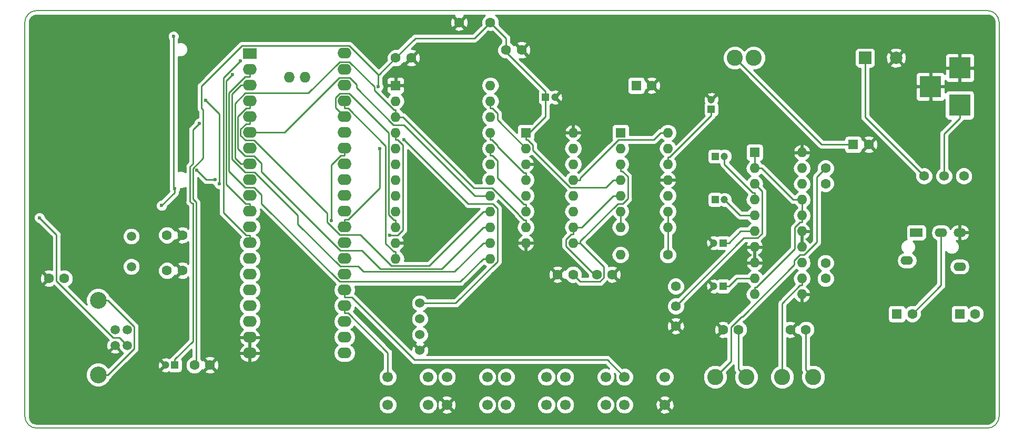
<source format=gbr>
%TF.GenerationSoftware,KiCad,Pcbnew,(5.0.0-rc2-dev-493-gd776eaca8)*%
%TF.CreationDate,2018-08-13T21:14:29-07:00*%
%TF.ProjectId,YM2151_STM32_VGM,594D323135315F53544D33325F56474D,rev?*%
%TF.SameCoordinates,Original*%
%TF.FileFunction,Copper,L2,Bot,Signal*%
%TF.FilePolarity,Positive*%
%FSLAX46Y46*%
G04 Gerber Fmt 4.6, Leading zero omitted, Abs format (unit mm)*
G04 Created by KiCad (PCBNEW (5.0.0-rc2-dev-493-gd776eaca8)) date 08/13/18 21:14:29*
%MOMM*%
%LPD*%
G01*
G04 APERTURE LIST*
%ADD10C,0.150000*%
%ADD11C,1.600000*%
%ADD12R,1.200000X1.200000*%
%ADD13C,1.200000*%
%ADD14R,2.000000X2.000000*%
%ADD15C,2.000000*%
%ADD16R,1.600000X1.600000*%
%ADD17R,3.500000X3.500000*%
%ADD18O,2.000000X1.400000*%
%ADD19R,2.000000X1.400000*%
%ADD20C,1.520000*%
%ADD21C,2.700000*%
%ADD22C,2.600000*%
%ADD23O,1.600000X1.600000*%
%ADD24C,1.574800*%
%ADD25C,1.700000*%
%ADD26R,2.250000X1.727200*%
%ADD27O,2.250000X1.727200*%
%ADD28O,1.727200X1.727200*%
%ADD29C,1.524000*%
%ADD30C,1.500000*%
%ADD31C,0.600000*%
%ADD32C,0.250000*%
%ADD33C,0.254000*%
G04 APERTURE END LIST*
D10*
X74295000Y-118110000D02*
X227330000Y-118110000D01*
X72390000Y-52705000D02*
X72390000Y-116205000D01*
X227330000Y-50800000D02*
X74295000Y-50800000D01*
X229235000Y-52705000D02*
X229235000Y-116205000D01*
X227330000Y-118110000D02*
G75*
G03X229235000Y-116205000I0J1905000D01*
G01*
X229235000Y-52705000D02*
G75*
G03X227330000Y-50800000I-1905000J0D01*
G01*
X72390000Y-116205000D02*
G75*
G03X74295000Y-118110000I1905000J0D01*
G01*
X74295000Y-50800000D02*
G75*
G03X72390000Y-52705000I0J-1905000D01*
G01*
D11*
X149860000Y-57150000D03*
X152360000Y-57150000D03*
X147320000Y-52705000D03*
X142320000Y-52705000D03*
X99695000Y-107950000D03*
X102195000Y-107950000D03*
D12*
X96520000Y-107950000D03*
D13*
X95020000Y-107950000D03*
D14*
X207645000Y-58420000D03*
D15*
X212645000Y-58420000D03*
D16*
X205740000Y-72390000D03*
D11*
X208240000Y-72390000D03*
X78740000Y-93980000D03*
X76240000Y-93980000D03*
X95250000Y-92710000D03*
X97750000Y-92710000D03*
X95250000Y-86995000D03*
X97750000Y-86995000D03*
D12*
X156210000Y-64770000D03*
D13*
X157710000Y-64770000D03*
D11*
X132080000Y-58420000D03*
X134580000Y-58420000D03*
D12*
X182880000Y-66675000D03*
D13*
X182880000Y-65175000D03*
D11*
X164465000Y-93345000D03*
X166965000Y-93345000D03*
X160655000Y-93345000D03*
X158155000Y-93345000D03*
D12*
X183515000Y-74295000D03*
D13*
X185015000Y-74295000D03*
D12*
X183515000Y-81280000D03*
D13*
X185015000Y-81280000D03*
D12*
X184785000Y-88265000D03*
D13*
X183285000Y-88265000D03*
D12*
X184785000Y-95250000D03*
D13*
X183285000Y-95250000D03*
D11*
X201295000Y-93980000D03*
X201295000Y-91480000D03*
X201295000Y-76200000D03*
X201295000Y-78700000D03*
X184785000Y-102235000D03*
X187285000Y-102235000D03*
X198120000Y-102235000D03*
X195620000Y-102235000D03*
D16*
X222885000Y-99695000D03*
D11*
X225385000Y-99695000D03*
D16*
X212765000Y-99695000D03*
D11*
X215265000Y-99695000D03*
D16*
X170815000Y-62865000D03*
D11*
X173315000Y-62865000D03*
D17*
X222885000Y-66040000D03*
X222885000Y-60040000D03*
X218185000Y-63040000D03*
D18*
X222885000Y-92075000D03*
X214385000Y-91075000D03*
D19*
X215885000Y-86575000D03*
D18*
X219885000Y-86575000D03*
X222885000Y-86575000D03*
D20*
X88900000Y-102235000D03*
X88900000Y-104775000D03*
X86900000Y-104775000D03*
X86900000Y-102235000D03*
D21*
X84200000Y-97505000D03*
X84200000Y-109505000D03*
D22*
X186690000Y-58420000D03*
X189690000Y-58420000D03*
X183515000Y-109855000D03*
X188515000Y-109855000D03*
X194310000Y-109855000D03*
X199310000Y-109855000D03*
D11*
X175895000Y-90170000D03*
D23*
X168275000Y-90170000D03*
D24*
X217144200Y-77470000D03*
X220344600Y-77470000D03*
X223545000Y-77470000D03*
X177165000Y-101650800D03*
X177165000Y-98450400D03*
X177165000Y-95250000D03*
D25*
X146835000Y-114355000D03*
X140335000Y-114355000D03*
X146835000Y-109855000D03*
X140335000Y-109855000D03*
X156360000Y-114355000D03*
X149860000Y-114355000D03*
X156360000Y-109855000D03*
X149860000Y-109855000D03*
X165885000Y-114355000D03*
X159385000Y-114355000D03*
X165885000Y-109855000D03*
X159385000Y-109855000D03*
X137310000Y-114355000D03*
X130810000Y-114355000D03*
X137310000Y-109855000D03*
X130810000Y-109855000D03*
X175410000Y-114355000D03*
X168910000Y-114355000D03*
X175410000Y-109855000D03*
X168910000Y-109855000D03*
D26*
X108585000Y-57734200D03*
D27*
X108585000Y-60274200D03*
X108585000Y-62814200D03*
X108585000Y-65354200D03*
X108585000Y-67894200D03*
X108585000Y-70434200D03*
X108585000Y-72974200D03*
X108585000Y-75514200D03*
X108585000Y-78054200D03*
X108585000Y-80594200D03*
X108585000Y-83134200D03*
X108585000Y-85674200D03*
X108585000Y-88214200D03*
X108585000Y-90754200D03*
X108585000Y-93294200D03*
X108585000Y-95834200D03*
X108585000Y-98374200D03*
X108585000Y-100914200D03*
X108585000Y-103454200D03*
X108585000Y-105994200D03*
X123825000Y-105994200D03*
X123825000Y-103454200D03*
X123825000Y-100914200D03*
X123825000Y-98374200D03*
X123825000Y-95834200D03*
X123825000Y-93294200D03*
X123825000Y-90754200D03*
X123825000Y-88214200D03*
X123825000Y-85674200D03*
X123825000Y-83134200D03*
X123825000Y-80594200D03*
X123825000Y-78054200D03*
X123825000Y-75514200D03*
X123825000Y-72974200D03*
X123825000Y-70434200D03*
X123825000Y-67894200D03*
X123825000Y-65354200D03*
X123825000Y-62814200D03*
X123825000Y-60274200D03*
X123825000Y-57683400D03*
D28*
X117485000Y-61544200D03*
X114945000Y-61544200D03*
D29*
X135985000Y-105600000D03*
X135985000Y-103060000D03*
X135985000Y-100520000D03*
X135985000Y-97980000D03*
D16*
X132080000Y-62865000D03*
D23*
X147320000Y-90805000D03*
X132080000Y-65405000D03*
X147320000Y-88265000D03*
X132080000Y-67945000D03*
X147320000Y-85725000D03*
X132080000Y-70485000D03*
X147320000Y-83185000D03*
X132080000Y-73025000D03*
X147320000Y-80645000D03*
X132080000Y-75565000D03*
X147320000Y-78105000D03*
X132080000Y-78105000D03*
X147320000Y-75565000D03*
X132080000Y-80645000D03*
X147320000Y-73025000D03*
X132080000Y-83185000D03*
X147320000Y-70485000D03*
X132080000Y-85725000D03*
X147320000Y-67945000D03*
X132080000Y-88265000D03*
X147320000Y-65405000D03*
X132080000Y-90805000D03*
X147320000Y-62865000D03*
D16*
X153035000Y-70485000D03*
D23*
X160655000Y-88265000D03*
X153035000Y-73025000D03*
X160655000Y-85725000D03*
X153035000Y-75565000D03*
X160655000Y-83185000D03*
X153035000Y-78105000D03*
X160655000Y-80645000D03*
X153035000Y-80645000D03*
X160655000Y-78105000D03*
X153035000Y-83185000D03*
X160655000Y-75565000D03*
X153035000Y-85725000D03*
X160655000Y-73025000D03*
X153035000Y-88265000D03*
X160655000Y-70485000D03*
D16*
X168275000Y-70485000D03*
D23*
X175895000Y-85725000D03*
X168275000Y-73025000D03*
X175895000Y-83185000D03*
X168275000Y-75565000D03*
X175895000Y-80645000D03*
X168275000Y-78105000D03*
X175895000Y-78105000D03*
X168275000Y-80645000D03*
X175895000Y-75565000D03*
X168275000Y-83185000D03*
X175895000Y-73025000D03*
X168275000Y-85725000D03*
X175895000Y-70485000D03*
D16*
X189865000Y-73660000D03*
D23*
X197485000Y-96520000D03*
X189865000Y-76200000D03*
X197485000Y-93980000D03*
X189865000Y-78740000D03*
X197485000Y-91440000D03*
X189865000Y-81280000D03*
X197485000Y-88900000D03*
X189865000Y-83820000D03*
X197485000Y-86360000D03*
X189865000Y-86360000D03*
X197485000Y-83820000D03*
X189865000Y-88900000D03*
X197485000Y-81280000D03*
X189865000Y-91440000D03*
X197485000Y-78740000D03*
X189865000Y-93980000D03*
X197485000Y-76200000D03*
X189865000Y-96520000D03*
X197485000Y-73660000D03*
D30*
X89535000Y-92075000D03*
X89535000Y-87195000D03*
D31*
X129274000Y-63062600D03*
X100440400Y-69008200D03*
X103026800Y-78054200D03*
X100074600Y-76535400D03*
X103702900Y-78762100D03*
X101502900Y-65267400D03*
X105792000Y-61092100D03*
X74744300Y-84189600D03*
X107059500Y-58923200D03*
X131091700Y-86995000D03*
X129509800Y-73025000D03*
X121696600Y-84636100D03*
X133426200Y-71623100D03*
X96314600Y-54930000D03*
X96517800Y-79465500D03*
X94417000Y-82230000D03*
D32*
X153316400Y-71610300D02*
X153035000Y-71610300D01*
X154160300Y-72454200D02*
X153316400Y-71610300D01*
X154160300Y-73282200D02*
X154160300Y-72454200D01*
X160173700Y-79295600D02*
X154160300Y-73282200D01*
X165959100Y-79295600D02*
X160173700Y-79295600D01*
X167149700Y-78105000D02*
X165959100Y-79295600D01*
X168275000Y-78105000D02*
X167149700Y-78105000D01*
X153035000Y-70485000D02*
X153035000Y-71047600D01*
X153035000Y-71047600D02*
X153035000Y-71610300D01*
X200660000Y-72390000D02*
X186690000Y-58420000D01*
X205740000Y-72390000D02*
X200660000Y-72390000D01*
X156210000Y-67872600D02*
X153035000Y-71047600D01*
X156210000Y-64770000D02*
X156210000Y-67872600D01*
X149860000Y-57494700D02*
X149860000Y-57150000D01*
X156210000Y-63844700D02*
X149860000Y-57494700D01*
X156210000Y-64770000D02*
X156210000Y-63844700D01*
X149860000Y-55245000D02*
X149860000Y-57150000D01*
X147320000Y-52705000D02*
X149860000Y-55245000D01*
X144759300Y-55265700D02*
X147320000Y-52705000D01*
X135234300Y-55265700D02*
X144759300Y-55265700D01*
X132080000Y-58420000D02*
X135234300Y-55265700D01*
X129407900Y-61092100D02*
X132080000Y-58420000D01*
X129274000Y-61092100D02*
X129407900Y-61092100D01*
X124640800Y-56458900D02*
X129274000Y-61092100D01*
X107327600Y-56458900D02*
X124640800Y-56458900D01*
X100839400Y-62947100D02*
X107327600Y-56458900D01*
X100839400Y-66541100D02*
X100839400Y-62947100D01*
X101102800Y-66804500D02*
X100839400Y-66541100D01*
X101102800Y-74591200D02*
X101102800Y-66804500D01*
X99446200Y-76247800D02*
X101102800Y-74591200D01*
X99446200Y-81210700D02*
X99446200Y-76247800D01*
X99943200Y-81707700D02*
X99446200Y-81210700D01*
X99943200Y-107701800D02*
X99943200Y-81707700D01*
X99695000Y-107950000D02*
X99943200Y-107701800D01*
X129274000Y-61092100D02*
X129274000Y-63062600D01*
X96520000Y-107950000D02*
X96520000Y-107024700D01*
X99446200Y-104098500D02*
X96520000Y-107024700D01*
X99446200Y-81886000D02*
X99446200Y-104098500D01*
X99259600Y-81886000D02*
X99446200Y-81886000D01*
X98995900Y-81622300D02*
X99259600Y-81886000D01*
X98995900Y-75948500D02*
X98995900Y-81622300D01*
X99446200Y-75498200D02*
X98995900Y-75948500D01*
X99446200Y-70002400D02*
X99446200Y-75498200D01*
X100440400Y-69008200D02*
X99446200Y-70002400D01*
X196070300Y-81280000D02*
X190990300Y-76200000D01*
X197485000Y-81280000D02*
X196070300Y-81280000D01*
X189865000Y-76200000D02*
X190427700Y-76200000D01*
X190427700Y-76200000D02*
X190990300Y-76200000D01*
X189865000Y-75637300D02*
X189865000Y-73660000D01*
X190427700Y-76200000D02*
X189865000Y-75637300D01*
X197485000Y-83820000D02*
X197485000Y-81280000D01*
X189865000Y-96520000D02*
X189865000Y-95394700D01*
X190146400Y-95394700D02*
X189865000Y-95394700D01*
X196359700Y-89181400D02*
X190146400Y-95394700D01*
X196359700Y-85789200D02*
X196359700Y-89181400D01*
X197203600Y-84945300D02*
X196359700Y-85789200D01*
X197485000Y-84945300D02*
X197203600Y-84945300D01*
X197485000Y-83820000D02*
X197485000Y-84945300D01*
X207645000Y-67970800D02*
X207645000Y-58420000D01*
X217144200Y-77470000D02*
X207645000Y-67970800D01*
X182880000Y-67736000D02*
X182880000Y-66675000D01*
X176176300Y-74439700D02*
X182880000Y-67736000D01*
X175895000Y-74439700D02*
X176176300Y-74439700D01*
X175895000Y-75565000D02*
X175895000Y-74439700D01*
X168275000Y-80645000D02*
X167149700Y-80645000D01*
X162069700Y-85725000D02*
X160655000Y-85725000D01*
X167149700Y-80645000D02*
X162069700Y-85725000D01*
X164095100Y-93345000D02*
X164465000Y-93345000D01*
X159525700Y-88775600D02*
X164095100Y-93345000D01*
X159525700Y-87698300D02*
X159525700Y-88775600D01*
X160373700Y-86850300D02*
X159525700Y-87698300D01*
X160655000Y-86850300D02*
X160373700Y-86850300D01*
X160655000Y-85725000D02*
X160655000Y-86850300D01*
X168275000Y-75565000D02*
X168275000Y-76690300D01*
X160655000Y-88265000D02*
X161780300Y-88265000D01*
X161780300Y-87983700D02*
X161780300Y-88265000D01*
X167849000Y-81915000D02*
X161780300Y-87983700D01*
X168652800Y-81915000D02*
X167849000Y-81915000D01*
X169441100Y-81126700D02*
X168652800Y-81915000D01*
X169441100Y-77575100D02*
X169441100Y-81126700D01*
X168556300Y-76690300D02*
X169441100Y-77575100D01*
X168275000Y-76690300D02*
X168556300Y-76690300D01*
X161818700Y-94508700D02*
X160655000Y-93345000D01*
X164953900Y-94508700D02*
X161818700Y-94508700D01*
X165626200Y-93836400D02*
X164953900Y-94508700D01*
X165626200Y-92110900D02*
X165626200Y-93836400D01*
X161780300Y-88265000D02*
X165626200Y-92110900D01*
X185015000Y-75586000D02*
X185015000Y-74295000D01*
X189583700Y-80154700D02*
X185015000Y-75586000D01*
X189865000Y-80154700D02*
X189583700Y-80154700D01*
X189865000Y-81280000D02*
X189865000Y-80154700D01*
X168275000Y-85725000D02*
X168275000Y-83185000D01*
X187555000Y-83820000D02*
X185015000Y-81280000D01*
X189865000Y-83820000D02*
X187555000Y-83820000D01*
X187615300Y-86360000D02*
X185710300Y-88265000D01*
X189865000Y-86360000D02*
X187615300Y-86360000D01*
X184785000Y-88265000D02*
X185710300Y-88265000D01*
X186980300Y-93980000D02*
X185710300Y-95250000D01*
X189865000Y-93980000D02*
X186980300Y-93980000D01*
X184785000Y-95250000D02*
X185710300Y-95250000D01*
X197203700Y-95105300D02*
X197485000Y-95105300D01*
X194310000Y-97999000D02*
X197203700Y-95105300D01*
X194310000Y-109855000D02*
X194310000Y-97999000D01*
X197485000Y-93980000D02*
X197485000Y-95105300D01*
X199880400Y-77614600D02*
X201295000Y-76200000D01*
X199880400Y-88152500D02*
X199880400Y-77614600D01*
X197862900Y-90170000D02*
X199880400Y-88152500D01*
X197150700Y-90170000D02*
X197862900Y-90170000D01*
X196215800Y-91104900D02*
X197150700Y-90170000D01*
X196215800Y-91791900D02*
X196215800Y-91104900D01*
X187900800Y-100106900D02*
X196215800Y-91791900D01*
X187796300Y-100106900D02*
X187900800Y-100106900D01*
X186035000Y-101868200D02*
X187796300Y-100106900D01*
X186035000Y-107335000D02*
X186035000Y-101868200D01*
X183515000Y-109855000D02*
X186035000Y-107335000D01*
X187285000Y-108625000D02*
X187285000Y-102235000D01*
X188515000Y-109855000D02*
X187285000Y-108625000D01*
X198120000Y-108665000D02*
X198120000Y-102235000D01*
X199310000Y-109855000D02*
X198120000Y-108665000D01*
X219885000Y-95075000D02*
X219885000Y-86575000D01*
X215265000Y-99695000D02*
X219885000Y-95075000D01*
X101593400Y-78054200D02*
X103026800Y-78054200D01*
X100074600Y-76535400D02*
X101593400Y-78054200D01*
X103702900Y-67467400D02*
X103702900Y-78762100D01*
X101502900Y-65267400D02*
X103702900Y-67467400D01*
X108585000Y-83134200D02*
X108585000Y-81945300D01*
X104796100Y-62088000D02*
X105792000Y-61092100D01*
X104796100Y-78820300D02*
X104796100Y-62088000D01*
X107921100Y-81945300D02*
X104796100Y-78820300D01*
X108585000Y-81945300D02*
X107921100Y-81945300D01*
X220344600Y-70655700D02*
X222885000Y-68115300D01*
X220344600Y-77470000D02*
X220344600Y-70655700D01*
X222885000Y-66040000D02*
X222885000Y-68115300D01*
X77490000Y-86935300D02*
X74744300Y-84189600D01*
X77490000Y-94408300D02*
X77490000Y-86935300D01*
X86586700Y-103505000D02*
X77490000Y-94408300D01*
X87630000Y-103505000D02*
X86586700Y-103505000D01*
X88900000Y-104775000D02*
X87630000Y-103505000D01*
X85718300Y-97505000D02*
X84200000Y-97505000D01*
X90006500Y-101793200D02*
X85718300Y-97505000D01*
X90006500Y-105274000D02*
X90006500Y-101793200D01*
X85775500Y-109505000D02*
X90006500Y-105274000D01*
X84200000Y-109505000D02*
X85775500Y-109505000D01*
X175895000Y-83185000D02*
X175895000Y-85725000D01*
X175895000Y-85725000D02*
X175895000Y-90170000D01*
X188130000Y-87485400D02*
X177165000Y-98450400D01*
X190331200Y-87485400D02*
X188130000Y-87485400D01*
X191032200Y-86784400D02*
X190331200Y-87485400D01*
X191032200Y-79907200D02*
X191032200Y-86784400D01*
X189865000Y-78740000D02*
X191032200Y-79907200D01*
X130810000Y-105953700D02*
X130810000Y-109855000D01*
X124419400Y-99563100D02*
X130810000Y-105953700D01*
X123825000Y-99563100D02*
X124419400Y-99563100D01*
X123825000Y-98374200D02*
X123825000Y-99563100D01*
X166181700Y-107126700D02*
X168910000Y-109855000D01*
X135117500Y-107126700D02*
X166181700Y-107126700D01*
X125013900Y-97023100D02*
X135117500Y-107126700D01*
X123825000Y-97023100D02*
X125013900Y-97023100D01*
X123825000Y-95834200D02*
X123825000Y-97023100D01*
X147320000Y-90805000D02*
X146194700Y-90805000D01*
X108585000Y-60274200D02*
X108585000Y-61463100D01*
X107841900Y-61463100D02*
X108585000Y-61463100D01*
X105256500Y-64048500D02*
X107841900Y-61463100D01*
X105256500Y-76676300D02*
X105256500Y-64048500D01*
X107876700Y-79296500D02*
X105256500Y-76676300D01*
X109282900Y-79296500D02*
X107876700Y-79296500D01*
X110466000Y-80479600D02*
X109282900Y-79296500D01*
X110466000Y-81900900D02*
X110466000Y-80479600D01*
X123070600Y-94505500D02*
X110466000Y-81900900D01*
X142494200Y-94505500D02*
X123070600Y-94505500D01*
X146194700Y-90805000D02*
X142494200Y-94505500D01*
X147320000Y-88265000D02*
X146194700Y-88265000D01*
X108585000Y-62814200D02*
X107134700Y-62814200D01*
X105718200Y-64230700D02*
X107134700Y-62814200D01*
X105718200Y-74734600D02*
X105718200Y-64230700D01*
X107848800Y-76865200D02*
X105718200Y-74734600D01*
X109401300Y-76865200D02*
X107848800Y-76865200D01*
X116347500Y-83811400D02*
X109401300Y-76865200D01*
X116347500Y-85235900D02*
X116347500Y-83811400D01*
X123135800Y-92024200D02*
X116347500Y-85235900D01*
X126037600Y-92024200D02*
X123135800Y-92024200D01*
X126910200Y-92896800D02*
X126037600Y-92024200D01*
X141562900Y-92896800D02*
X126910200Y-92896800D01*
X146194700Y-88265000D02*
X141562900Y-92896800D01*
X147320000Y-85725000D02*
X146194700Y-85725000D01*
X108585000Y-65354200D02*
X108585000Y-66543100D01*
X107990600Y-66543100D02*
X108585000Y-66543100D01*
X106659900Y-67873800D02*
X107990600Y-66543100D01*
X106659900Y-73053800D02*
X106659900Y-67873800D01*
X107850300Y-74244200D02*
X106659900Y-73053800D01*
X109309400Y-74244200D02*
X107850300Y-74244200D01*
X110463800Y-75398600D02*
X109309400Y-74244200D01*
X110463800Y-76818700D02*
X110463800Y-75398600D01*
X123129300Y-89484200D02*
X110463800Y-76818700D01*
X126631300Y-89484200D02*
X123129300Y-89484200D01*
X129587600Y-92440500D02*
X126631300Y-89484200D01*
X139479200Y-92440500D02*
X129587600Y-92440500D01*
X146194700Y-85725000D02*
X139479200Y-92440500D01*
X147320000Y-83185000D02*
X146194700Y-83185000D01*
X108585000Y-67894200D02*
X108585000Y-69083100D01*
X137436000Y-91943700D02*
X146194700Y-83185000D01*
X131410400Y-91943700D02*
X137436000Y-91943700D01*
X126410900Y-86944200D02*
X131410400Y-91943700D01*
X123104300Y-86944200D02*
X126410900Y-86944200D01*
X121071300Y-84911200D02*
X123104300Y-86944200D01*
X121071300Y-83459600D02*
X121071300Y-84911200D01*
X109315900Y-71704200D02*
X121071300Y-83459600D01*
X107895500Y-71704200D02*
X109315900Y-71704200D01*
X107121900Y-70930600D02*
X107895500Y-71704200D01*
X107121900Y-69951800D02*
X107121900Y-70930600D01*
X107990600Y-69083100D02*
X107121900Y-69951800D01*
X108585000Y-69083100D02*
X107990600Y-69083100D01*
X114201500Y-70434200D02*
X108585000Y-70434200D01*
X123018600Y-61617100D02*
X114201500Y-70434200D01*
X124671700Y-61617100D02*
X123018600Y-61617100D01*
X125765900Y-62711300D02*
X124671700Y-61617100D01*
X125765900Y-63242000D02*
X125765900Y-62711300D01*
X131738900Y-69215000D02*
X125765900Y-63242000D01*
X133422100Y-69215000D02*
X131738900Y-69215000D01*
X144852100Y-80645000D02*
X133422100Y-69215000D01*
X147320000Y-80645000D02*
X144852100Y-80645000D01*
X144635300Y-79375000D02*
X133205300Y-67945000D01*
X147652300Y-79375000D02*
X144635300Y-79375000D01*
X151909700Y-83632400D02*
X147652300Y-79375000D01*
X151909700Y-83753400D02*
X151909700Y-83632400D01*
X152756000Y-84599700D02*
X151909700Y-83753400D01*
X153035000Y-84599700D02*
X152756000Y-84599700D01*
X153035000Y-85725000D02*
X153035000Y-84599700D01*
X132530100Y-67945000D02*
X133205300Y-67945000D01*
X132530100Y-67945000D02*
X132080000Y-67945000D01*
X132080000Y-67945000D02*
X132080000Y-66819700D01*
X108585000Y-75514200D02*
X107134700Y-75514200D01*
X131798600Y-66819700D02*
X132080000Y-66819700D01*
X128648700Y-63669800D02*
X131798600Y-66819700D01*
X128648700Y-63100800D02*
X128648700Y-63669800D01*
X124618600Y-59070700D02*
X128648700Y-63100800D01*
X123050900Y-59070700D02*
X124618600Y-59070700D01*
X118037400Y-64084200D02*
X123050900Y-59070700D01*
X107861500Y-64084200D02*
X118037400Y-64084200D01*
X106203300Y-65742400D02*
X107861500Y-64084200D01*
X106203300Y-74582800D02*
X106203300Y-65742400D01*
X107134700Y-75514200D02*
X106203300Y-74582800D01*
X108585000Y-88214200D02*
X108585000Y-87025300D01*
X107990600Y-87025300D02*
X108585000Y-87025300D01*
X104345800Y-83380500D02*
X107990600Y-87025300D01*
X104345800Y-61636900D02*
X104345800Y-83380500D01*
X107059500Y-58923200D02*
X104345800Y-61636900D01*
X132407500Y-86995000D02*
X131091700Y-86995000D01*
X133205400Y-86197100D02*
X132407500Y-86995000D01*
X133205400Y-72454400D02*
X133205400Y-86197100D01*
X132361300Y-71610300D02*
X133205400Y-72454400D01*
X132080000Y-71610300D02*
X132361300Y-71610300D01*
X132080000Y-70485000D02*
X132080000Y-71610300D01*
X129509700Y-73025000D02*
X129509800Y-73025000D01*
X129509700Y-79395000D02*
X129509700Y-73025000D01*
X124419400Y-84485300D02*
X129509700Y-79395000D01*
X123825000Y-84485300D02*
X124419400Y-84485300D01*
X123825000Y-85674200D02*
X123825000Y-84485300D01*
X123825000Y-72974200D02*
X123825000Y-74163100D01*
X121696600Y-75697100D02*
X121696600Y-84636100D01*
X123230600Y-74163100D02*
X121696600Y-75697100D01*
X123825000Y-74163100D02*
X123230600Y-74163100D01*
X143718100Y-81915000D02*
X133426200Y-71623100D01*
X147708800Y-81915000D02*
X143718100Y-81915000D01*
X148475400Y-82681600D02*
X147708800Y-81915000D01*
X148475400Y-91256600D02*
X148475400Y-82681600D01*
X141752000Y-97980000D02*
X148475400Y-91256600D01*
X135985000Y-97980000D02*
X141752000Y-97980000D01*
X122364500Y-66433700D02*
X123825000Y-67894200D01*
X122364500Y-64855200D02*
X122364500Y-66433700D01*
X123080400Y-64139300D02*
X122364500Y-64855200D01*
X124597600Y-64139300D02*
X123080400Y-64139300D01*
X130954700Y-70496400D02*
X124597600Y-64139300D01*
X130954700Y-83725500D02*
X130954700Y-70496400D01*
X131828900Y-84599700D02*
X130954700Y-83725500D01*
X132080000Y-84599700D02*
X131828900Y-84599700D01*
X132080000Y-85725000D02*
X132080000Y-84599700D01*
X132080000Y-90805000D02*
X132080000Y-89679700D01*
X123825000Y-65354200D02*
X123825000Y-66543100D01*
X131798600Y-89679700D02*
X132080000Y-89679700D01*
X130466400Y-88347500D02*
X131798600Y-89679700D01*
X130466400Y-72590100D02*
X130466400Y-88347500D01*
X124419400Y-66543100D02*
X130466400Y-72590100D01*
X123825000Y-66543100D02*
X124419400Y-66543100D01*
X147601400Y-74150300D02*
X147320000Y-74150300D01*
X148445300Y-74994200D02*
X147601400Y-74150300D01*
X148445300Y-77751400D02*
X148445300Y-74994200D01*
X152753600Y-82059700D02*
X148445300Y-77751400D01*
X153035000Y-82059700D02*
X152753600Y-82059700D01*
X153035000Y-83185000D02*
X153035000Y-82059700D01*
X147320000Y-73025000D02*
X147320000Y-74150300D01*
X147517000Y-71610300D02*
X147320000Y-71610300D01*
X148445300Y-72538600D02*
X147517000Y-71610300D01*
X148445300Y-72671400D02*
X148445300Y-72538600D01*
X152753600Y-76979700D02*
X148445300Y-72671400D01*
X153035000Y-76979700D02*
X152753600Y-76979700D01*
X153035000Y-78105000D02*
X153035000Y-76979700D01*
X147320000Y-70485000D02*
X147320000Y-71610300D01*
X147601400Y-66530300D02*
X147320000Y-66530300D01*
X148445300Y-67374200D02*
X147601400Y-66530300D01*
X148445300Y-68435300D02*
X148445300Y-67374200D01*
X153035000Y-73025000D02*
X148445300Y-68435300D01*
X147320000Y-65405000D02*
X147320000Y-66530300D01*
X161780300Y-77823700D02*
X161780300Y-78105000D01*
X167993700Y-71610300D02*
X161780300Y-77823700D01*
X173644400Y-71610300D02*
X167993700Y-71610300D01*
X174769700Y-70485000D02*
X173644400Y-71610300D01*
X175895000Y-70485000D02*
X174769700Y-70485000D01*
X160655000Y-78105000D02*
X161780300Y-78105000D01*
X96314600Y-79262300D02*
X96314600Y-54930000D01*
X96517800Y-79465500D02*
X96314600Y-79262300D01*
X96517800Y-80129200D02*
X94417000Y-82230000D01*
X96517800Y-79465500D02*
X96517800Y-80129200D01*
D33*
G36*
X141491861Y-51697255D02*
X142320000Y-52525395D01*
X143148139Y-51697255D01*
X143091736Y-51510000D01*
X146485604Y-51510000D01*
X146103466Y-51892138D01*
X145885000Y-52419561D01*
X145885000Y-52990439D01*
X145906897Y-53043302D01*
X144444499Y-54505700D01*
X135309148Y-54505700D01*
X135234300Y-54490812D01*
X135159452Y-54505700D01*
X135159448Y-54505700D01*
X134985905Y-54540220D01*
X134937762Y-54549796D01*
X134750718Y-54674776D01*
X134686371Y-54717771D01*
X134643971Y-54781227D01*
X132418302Y-57006897D01*
X132365439Y-56985000D01*
X131794561Y-56985000D01*
X131267138Y-57203466D01*
X130863466Y-57607138D01*
X130645000Y-58134561D01*
X130645000Y-58705439D01*
X130666897Y-58758302D01*
X129340950Y-60084248D01*
X125231131Y-55974430D01*
X125188729Y-55910971D01*
X124937337Y-55742996D01*
X124715652Y-55698900D01*
X124715647Y-55698900D01*
X124640800Y-55684012D01*
X124565953Y-55698900D01*
X107402446Y-55698900D01*
X107327599Y-55684012D01*
X107252752Y-55698900D01*
X107252748Y-55698900D01*
X107031063Y-55742996D01*
X107031061Y-55742997D01*
X107031062Y-55742997D01*
X106843126Y-55868571D01*
X106843124Y-55868573D01*
X106779671Y-55910971D01*
X106737273Y-55974424D01*
X100354928Y-62356771D01*
X100291472Y-62399171D01*
X100249072Y-62462627D01*
X100249071Y-62462628D01*
X100188773Y-62552871D01*
X100123497Y-62650563D01*
X100090948Y-62814200D01*
X100064512Y-62947100D01*
X100079401Y-63021952D01*
X100079400Y-66466253D01*
X100064512Y-66541100D01*
X100079400Y-66615947D01*
X100079400Y-66615951D01*
X100123496Y-66837636D01*
X100291471Y-67089029D01*
X100342801Y-67123327D01*
X100342801Y-68073200D01*
X100254417Y-68073200D01*
X99910765Y-68215545D01*
X99647745Y-68478565D01*
X99505400Y-68822217D01*
X99505400Y-68868398D01*
X98961730Y-69412069D01*
X98898271Y-69454471D01*
X98730296Y-69705864D01*
X98686200Y-69927549D01*
X98686200Y-69927553D01*
X98671312Y-70002400D01*
X98686200Y-70077247D01*
X98686201Y-75183398D01*
X98511429Y-75358169D01*
X98447971Y-75400571D01*
X98279996Y-75651964D01*
X98235900Y-75873649D01*
X98235900Y-75873653D01*
X98221012Y-75948500D01*
X98235900Y-76023347D01*
X98235900Y-76856440D01*
X97725439Y-76645000D01*
X97154561Y-76645000D01*
X97074600Y-76678121D01*
X97074600Y-58211281D01*
X97204289Y-58265000D01*
X97675711Y-58265000D01*
X98111249Y-58084595D01*
X98444595Y-57751249D01*
X98625000Y-57315711D01*
X98625000Y-56844289D01*
X98444595Y-56408751D01*
X98111249Y-56075405D01*
X97675711Y-55895000D01*
X97204289Y-55895000D01*
X97074600Y-55948719D01*
X97074600Y-55492290D01*
X97107255Y-55459635D01*
X97249600Y-55115983D01*
X97249600Y-54744017D01*
X97107255Y-54400365D01*
X96844235Y-54137345D01*
X96500583Y-53995000D01*
X96128617Y-53995000D01*
X95784965Y-54137345D01*
X95521945Y-54400365D01*
X95379600Y-54744017D01*
X95379600Y-55115983D01*
X95521945Y-55459635D01*
X95554601Y-55492291D01*
X95554600Y-79187453D01*
X95539712Y-79262300D01*
X95554600Y-79337147D01*
X95554600Y-79337151D01*
X95582800Y-79478922D01*
X95582800Y-79651483D01*
X95681773Y-79890425D01*
X94277199Y-81295000D01*
X94231017Y-81295000D01*
X93887365Y-81437345D01*
X93624345Y-81700365D01*
X93482000Y-82044017D01*
X93482000Y-82415983D01*
X93624345Y-82759635D01*
X93887365Y-83022655D01*
X94231017Y-83165000D01*
X94602983Y-83165000D01*
X94946635Y-83022655D01*
X95209655Y-82759635D01*
X95352000Y-82415983D01*
X95352000Y-82369801D01*
X97002273Y-80719529D01*
X97065729Y-80677129D01*
X97108724Y-80612782D01*
X97233704Y-80425738D01*
X97267038Y-80258155D01*
X97277800Y-80204052D01*
X97277800Y-80204048D01*
X97292688Y-80129200D01*
X97277800Y-80054352D01*
X97277800Y-80027790D01*
X97310455Y-79995135D01*
X97452800Y-79651483D01*
X97452800Y-79515000D01*
X97725439Y-79515000D01*
X98235901Y-79303560D01*
X98235901Y-81547448D01*
X98221012Y-81622300D01*
X98279997Y-81918837D01*
X98396236Y-82092800D01*
X98447972Y-82170229D01*
X98511428Y-82212629D01*
X98669269Y-82370470D01*
X98686200Y-82395809D01*
X98686200Y-85879192D01*
X98578139Y-85987253D01*
X98504005Y-85741136D01*
X97966777Y-85548035D01*
X97396546Y-85575222D01*
X96995995Y-85741136D01*
X96921861Y-85987255D01*
X97750000Y-86815395D01*
X97764142Y-86801252D01*
X97943748Y-86980858D01*
X97929605Y-86995000D01*
X97943748Y-87009142D01*
X97764142Y-87188748D01*
X97750000Y-87174605D01*
X96921861Y-88002745D01*
X96995995Y-88248864D01*
X97533223Y-88441965D01*
X98103454Y-88414778D01*
X98504005Y-88248864D01*
X98578139Y-88002747D01*
X98686200Y-88110808D01*
X98686200Y-91594192D01*
X98578139Y-91702253D01*
X98504005Y-91456136D01*
X97966777Y-91263035D01*
X97396546Y-91290222D01*
X96995995Y-91456136D01*
X96921861Y-91702255D01*
X97750000Y-92530395D01*
X97764142Y-92516252D01*
X97943748Y-92695858D01*
X97929605Y-92710000D01*
X97943748Y-92724142D01*
X97764142Y-92903748D01*
X97750000Y-92889605D01*
X96921861Y-93717745D01*
X96995995Y-93963864D01*
X97533223Y-94156965D01*
X98103454Y-94129778D01*
X98504005Y-93963864D01*
X98578139Y-93717747D01*
X98686201Y-93825809D01*
X98686201Y-103783697D01*
X96035528Y-106434371D01*
X95972072Y-106476771D01*
X95929672Y-106540227D01*
X95929671Y-106540228D01*
X95806061Y-106725224D01*
X95672235Y-106751843D01*
X95557198Y-106828709D01*
X95188964Y-106702193D01*
X94698587Y-106732518D01*
X94386383Y-106861836D01*
X94336870Y-107087265D01*
X95020000Y-107770395D01*
X95034143Y-107756253D01*
X95213748Y-107935858D01*
X95199605Y-107950000D01*
X95213748Y-107964143D01*
X95034143Y-108143748D01*
X95020000Y-108129605D01*
X94336870Y-108812735D01*
X94386383Y-109038164D01*
X94851036Y-109197807D01*
X95341413Y-109167482D01*
X95563490Y-109075495D01*
X95672235Y-109148157D01*
X95920000Y-109197440D01*
X97120000Y-109197440D01*
X97367765Y-109148157D01*
X97577809Y-109007809D01*
X97718157Y-108797765D01*
X97767440Y-108550000D01*
X97767440Y-107350000D01*
X97718157Y-107102235D01*
X97637691Y-106981810D01*
X99183200Y-105436302D01*
X99183200Y-106608762D01*
X98882138Y-106733466D01*
X98478466Y-107137138D01*
X98260000Y-107664561D01*
X98260000Y-108235439D01*
X98478466Y-108762862D01*
X98882138Y-109166534D01*
X99409561Y-109385000D01*
X99980439Y-109385000D01*
X100507862Y-109166534D01*
X100716651Y-108957745D01*
X101366861Y-108957745D01*
X101440995Y-109203864D01*
X101978223Y-109396965D01*
X102548454Y-109369778D01*
X102949005Y-109203864D01*
X103023139Y-108957745D01*
X102195000Y-108129605D01*
X101366861Y-108957745D01*
X100716651Y-108957745D01*
X100911534Y-108762862D01*
X100938525Y-108697701D01*
X100941136Y-108704005D01*
X101187255Y-108778139D01*
X102015395Y-107950000D01*
X102374605Y-107950000D01*
X103202745Y-108778139D01*
X103448864Y-108704005D01*
X103641965Y-108166777D01*
X103614778Y-107596546D01*
X103448864Y-107195995D01*
X103202745Y-107121861D01*
X102374605Y-107950000D01*
X102015395Y-107950000D01*
X101187255Y-107121861D01*
X100941136Y-107195995D01*
X100938710Y-107202746D01*
X100911534Y-107137138D01*
X100716651Y-106942255D01*
X101366861Y-106942255D01*
X102195000Y-107770395D01*
X103023139Y-106942255D01*
X102949005Y-106696136D01*
X102411777Y-106503035D01*
X101841546Y-106530222D01*
X101440995Y-106696136D01*
X101366861Y-106942255D01*
X100716651Y-106942255D01*
X100703200Y-106928804D01*
X100703200Y-106353226D01*
X106868642Y-106353226D01*
X106890473Y-106450357D01*
X107174127Y-106964068D01*
X107632778Y-107330125D01*
X108196600Y-107492800D01*
X108458000Y-107492800D01*
X108458000Y-106121200D01*
X108712000Y-106121200D01*
X108712000Y-107492800D01*
X108973400Y-107492800D01*
X109537222Y-107330125D01*
X109995873Y-106964068D01*
X110279527Y-106450357D01*
X110301358Y-106353226D01*
X110180217Y-106121200D01*
X108712000Y-106121200D01*
X108458000Y-106121200D01*
X106989783Y-106121200D01*
X106868642Y-106353226D01*
X100703200Y-106353226D01*
X100703200Y-103813226D01*
X106868642Y-103813226D01*
X106890473Y-103910357D01*
X107174127Y-104424068D01*
X107550177Y-104724200D01*
X107174127Y-105024332D01*
X106890473Y-105538043D01*
X106868642Y-105635174D01*
X106989783Y-105867200D01*
X108458000Y-105867200D01*
X108458000Y-103581200D01*
X108712000Y-103581200D01*
X108712000Y-105867200D01*
X110180217Y-105867200D01*
X110301358Y-105635174D01*
X110279527Y-105538043D01*
X109995873Y-105024332D01*
X109619823Y-104724200D01*
X109995873Y-104424068D01*
X110279527Y-103910357D01*
X110301358Y-103813226D01*
X110180217Y-103581200D01*
X108712000Y-103581200D01*
X108458000Y-103581200D01*
X106989783Y-103581200D01*
X106868642Y-103813226D01*
X100703200Y-103813226D01*
X100703200Y-81782546D01*
X100718088Y-81707699D01*
X100703200Y-81632852D01*
X100703200Y-81632848D01*
X100659104Y-81411163D01*
X100491129Y-81159771D01*
X100427672Y-81117371D01*
X100206200Y-80895899D01*
X100206200Y-77741801D01*
X101003071Y-78538673D01*
X101045471Y-78602129D01*
X101296863Y-78770104D01*
X101518548Y-78814200D01*
X101518552Y-78814200D01*
X101593400Y-78829088D01*
X101668248Y-78814200D01*
X102464510Y-78814200D01*
X102497165Y-78846855D01*
X102773357Y-78961257D01*
X102910245Y-79291735D01*
X103173265Y-79554755D01*
X103516917Y-79697100D01*
X103585801Y-79697100D01*
X103585801Y-83305648D01*
X103570912Y-83380500D01*
X103629897Y-83677037D01*
X103728637Y-83824811D01*
X103797872Y-83928429D01*
X103861328Y-83970829D01*
X107155490Y-87264992D01*
X106911950Y-87629475D01*
X106795641Y-88214200D01*
X106911950Y-88798925D01*
X107243170Y-89294630D01*
X107526881Y-89484200D01*
X107243170Y-89673770D01*
X106911950Y-90169475D01*
X106795641Y-90754200D01*
X106911950Y-91338925D01*
X107243170Y-91834630D01*
X107526881Y-92024200D01*
X107243170Y-92213770D01*
X106911950Y-92709475D01*
X106795641Y-93294200D01*
X106911950Y-93878925D01*
X107243170Y-94374630D01*
X107526881Y-94564200D01*
X107243170Y-94753770D01*
X106911950Y-95249475D01*
X106795641Y-95834200D01*
X106911950Y-96418925D01*
X107243170Y-96914630D01*
X107526881Y-97104200D01*
X107243170Y-97293770D01*
X106911950Y-97789475D01*
X106795641Y-98374200D01*
X106911950Y-98958925D01*
X107243170Y-99454630D01*
X107526881Y-99644200D01*
X107243170Y-99833770D01*
X106911950Y-100329475D01*
X106795641Y-100914200D01*
X106911950Y-101498925D01*
X107243170Y-101994630D01*
X107539561Y-102192673D01*
X107174127Y-102484332D01*
X106890473Y-102998043D01*
X106868642Y-103095174D01*
X106989783Y-103327200D01*
X108458000Y-103327200D01*
X108458000Y-103307200D01*
X108712000Y-103307200D01*
X108712000Y-103327200D01*
X110180217Y-103327200D01*
X110301358Y-103095174D01*
X110279527Y-102998043D01*
X109995873Y-102484332D01*
X109630439Y-102192673D01*
X109926830Y-101994630D01*
X110258050Y-101498925D01*
X110374359Y-100914200D01*
X110258050Y-100329475D01*
X109926830Y-99833770D01*
X109643119Y-99644200D01*
X109926830Y-99454630D01*
X110258050Y-98958925D01*
X110374359Y-98374200D01*
X110258050Y-97789475D01*
X109926830Y-97293770D01*
X109643119Y-97104200D01*
X109926830Y-96914630D01*
X110258050Y-96418925D01*
X110374359Y-95834200D01*
X110258050Y-95249475D01*
X109926830Y-94753770D01*
X109643119Y-94564200D01*
X109926830Y-94374630D01*
X110258050Y-93878925D01*
X110374359Y-93294200D01*
X110258050Y-92709475D01*
X109926830Y-92213770D01*
X109643119Y-92024200D01*
X109926830Y-91834630D01*
X110258050Y-91338925D01*
X110374359Y-90754200D01*
X110258050Y-90169475D01*
X109926830Y-89673770D01*
X109643119Y-89484200D01*
X109926830Y-89294630D01*
X110258050Y-88798925D01*
X110374359Y-88214200D01*
X110258050Y-87629475D01*
X109926830Y-87133770D01*
X109643119Y-86944200D01*
X109926830Y-86754630D01*
X110258050Y-86258925D01*
X110374359Y-85674200D01*
X110258050Y-85089475D01*
X109926830Y-84593770D01*
X109643119Y-84404200D01*
X109926830Y-84214630D01*
X110258050Y-83718925D01*
X110374359Y-83134200D01*
X110312249Y-82821950D01*
X122387399Y-94897101D01*
X122151950Y-95249475D01*
X122035641Y-95834200D01*
X122151950Y-96418925D01*
X122483170Y-96914630D01*
X122766881Y-97104200D01*
X122483170Y-97293770D01*
X122151950Y-97789475D01*
X122035641Y-98374200D01*
X122151950Y-98958925D01*
X122483170Y-99454630D01*
X122766881Y-99644200D01*
X122483170Y-99833770D01*
X122151950Y-100329475D01*
X122035641Y-100914200D01*
X122151950Y-101498925D01*
X122483170Y-101994630D01*
X122766881Y-102184200D01*
X122483170Y-102373770D01*
X122151950Y-102869475D01*
X122035641Y-103454200D01*
X122151950Y-104038925D01*
X122483170Y-104534630D01*
X122766881Y-104724200D01*
X122483170Y-104913770D01*
X122151950Y-105409475D01*
X122035641Y-105994200D01*
X122151950Y-106578925D01*
X122483170Y-107074630D01*
X122978875Y-107405850D01*
X123416002Y-107492800D01*
X124233998Y-107492800D01*
X124671125Y-107405850D01*
X125166830Y-107074630D01*
X125498050Y-106578925D01*
X125614359Y-105994200D01*
X125498050Y-105409475D01*
X125166830Y-104913770D01*
X124883119Y-104724200D01*
X125166830Y-104534630D01*
X125498050Y-104038925D01*
X125614359Y-103454200D01*
X125498050Y-102869475D01*
X125166830Y-102373770D01*
X124883119Y-102184200D01*
X125166830Y-101994630D01*
X125410881Y-101629382D01*
X130050000Y-106268502D01*
X130050001Y-108562450D01*
X129968815Y-108596078D01*
X129551078Y-109013815D01*
X129325000Y-109559615D01*
X129325000Y-110150385D01*
X129551078Y-110696185D01*
X129968815Y-111113922D01*
X130514615Y-111340000D01*
X131105385Y-111340000D01*
X131651185Y-111113922D01*
X132068922Y-110696185D01*
X132295000Y-110150385D01*
X132295000Y-109559615D01*
X135825000Y-109559615D01*
X135825000Y-110150385D01*
X136051078Y-110696185D01*
X136468815Y-111113922D01*
X137014615Y-111340000D01*
X137605385Y-111340000D01*
X138151185Y-111113922D01*
X138568922Y-110696185D01*
X138795000Y-110150385D01*
X138795000Y-109559615D01*
X138850000Y-109559615D01*
X138850000Y-110150385D01*
X139076078Y-110696185D01*
X139493815Y-111113922D01*
X140039615Y-111340000D01*
X140630385Y-111340000D01*
X141176185Y-111113922D01*
X141593922Y-110696185D01*
X141820000Y-110150385D01*
X141820000Y-109559615D01*
X145350000Y-109559615D01*
X145350000Y-110150385D01*
X145576078Y-110696185D01*
X145993815Y-111113922D01*
X146539615Y-111340000D01*
X147130385Y-111340000D01*
X147676185Y-111113922D01*
X148093922Y-110696185D01*
X148320000Y-110150385D01*
X148320000Y-109559615D01*
X148375000Y-109559615D01*
X148375000Y-110150385D01*
X148601078Y-110696185D01*
X149018815Y-111113922D01*
X149564615Y-111340000D01*
X150155385Y-111340000D01*
X150701185Y-111113922D01*
X151118922Y-110696185D01*
X151345000Y-110150385D01*
X151345000Y-109559615D01*
X154875000Y-109559615D01*
X154875000Y-110150385D01*
X155101078Y-110696185D01*
X155518815Y-111113922D01*
X156064615Y-111340000D01*
X156655385Y-111340000D01*
X157201185Y-111113922D01*
X157618922Y-110696185D01*
X157845000Y-110150385D01*
X157845000Y-109559615D01*
X157900000Y-109559615D01*
X157900000Y-110150385D01*
X158126078Y-110696185D01*
X158543815Y-111113922D01*
X159089615Y-111340000D01*
X159680385Y-111340000D01*
X160226185Y-111113922D01*
X160643922Y-110696185D01*
X160870000Y-110150385D01*
X160870000Y-109559615D01*
X160643922Y-109013815D01*
X160226185Y-108596078D01*
X159680385Y-108370000D01*
X159089615Y-108370000D01*
X158543815Y-108596078D01*
X158126078Y-109013815D01*
X157900000Y-109559615D01*
X157845000Y-109559615D01*
X157618922Y-109013815D01*
X157201185Y-108596078D01*
X156655385Y-108370000D01*
X156064615Y-108370000D01*
X155518815Y-108596078D01*
X155101078Y-109013815D01*
X154875000Y-109559615D01*
X151345000Y-109559615D01*
X151118922Y-109013815D01*
X150701185Y-108596078D01*
X150155385Y-108370000D01*
X149564615Y-108370000D01*
X149018815Y-108596078D01*
X148601078Y-109013815D01*
X148375000Y-109559615D01*
X148320000Y-109559615D01*
X148093922Y-109013815D01*
X147676185Y-108596078D01*
X147130385Y-108370000D01*
X146539615Y-108370000D01*
X145993815Y-108596078D01*
X145576078Y-109013815D01*
X145350000Y-109559615D01*
X141820000Y-109559615D01*
X141593922Y-109013815D01*
X141176185Y-108596078D01*
X140630385Y-108370000D01*
X140039615Y-108370000D01*
X139493815Y-108596078D01*
X139076078Y-109013815D01*
X138850000Y-109559615D01*
X138795000Y-109559615D01*
X138568922Y-109013815D01*
X138151185Y-108596078D01*
X137605385Y-108370000D01*
X137014615Y-108370000D01*
X136468815Y-108596078D01*
X136051078Y-109013815D01*
X135825000Y-109559615D01*
X132295000Y-109559615D01*
X132068922Y-109013815D01*
X131651185Y-108596078D01*
X131570000Y-108562450D01*
X131570000Y-106028546D01*
X131584888Y-105953699D01*
X131570000Y-105878852D01*
X131570000Y-105878848D01*
X131525904Y-105657163D01*
X131357929Y-105405771D01*
X131294473Y-105363371D01*
X125254510Y-99323408D01*
X125498050Y-98958925D01*
X125560577Y-98644578D01*
X134527170Y-107611172D01*
X134569571Y-107674629D01*
X134820963Y-107842604D01*
X135042648Y-107886700D01*
X135042652Y-107886700D01*
X135117499Y-107901588D01*
X135192346Y-107886700D01*
X165866899Y-107886700D01*
X166470275Y-108490077D01*
X166180385Y-108370000D01*
X165589615Y-108370000D01*
X165043815Y-108596078D01*
X164626078Y-109013815D01*
X164400000Y-109559615D01*
X164400000Y-110150385D01*
X164626078Y-110696185D01*
X165043815Y-111113922D01*
X165589615Y-111340000D01*
X166180385Y-111340000D01*
X166726185Y-111113922D01*
X167143922Y-110696185D01*
X167370000Y-110150385D01*
X167370000Y-109559615D01*
X167249924Y-109269725D01*
X167458628Y-109478430D01*
X167425000Y-109559615D01*
X167425000Y-110150385D01*
X167651078Y-110696185D01*
X168068815Y-111113922D01*
X168614615Y-111340000D01*
X169205385Y-111340000D01*
X169751185Y-111113922D01*
X170168922Y-110696185D01*
X170395000Y-110150385D01*
X170395000Y-109559615D01*
X173925000Y-109559615D01*
X173925000Y-110150385D01*
X174151078Y-110696185D01*
X174568815Y-111113922D01*
X175114615Y-111340000D01*
X175705385Y-111340000D01*
X176251185Y-111113922D01*
X176668922Y-110696185D01*
X176895000Y-110150385D01*
X176895000Y-109559615D01*
X176668922Y-109013815D01*
X176251185Y-108596078D01*
X175705385Y-108370000D01*
X175114615Y-108370000D01*
X174568815Y-108596078D01*
X174151078Y-109013815D01*
X173925000Y-109559615D01*
X170395000Y-109559615D01*
X170168922Y-109013815D01*
X169751185Y-108596078D01*
X169205385Y-108370000D01*
X168614615Y-108370000D01*
X168533430Y-108403628D01*
X166772031Y-106642230D01*
X166729629Y-106578771D01*
X166478237Y-106410796D01*
X166256552Y-106366700D01*
X166256547Y-106366700D01*
X166181700Y-106351812D01*
X166106853Y-106366700D01*
X137083430Y-106366700D01*
X137207397Y-106331143D01*
X137394144Y-105807698D01*
X137366362Y-105252632D01*
X137207397Y-104868857D01*
X136965213Y-104799392D01*
X136164605Y-105600000D01*
X136178748Y-105614143D01*
X135999143Y-105793748D01*
X135985000Y-105779605D01*
X135970858Y-105793748D01*
X135791253Y-105614143D01*
X135805395Y-105600000D01*
X135004787Y-104799392D01*
X134762603Y-104868857D01*
X134575856Y-105392302D01*
X134582071Y-105516469D01*
X125604231Y-96538630D01*
X125561829Y-96475171D01*
X125491754Y-96428348D01*
X125498050Y-96418925D01*
X125614359Y-95834200D01*
X125501238Y-95265500D01*
X142419353Y-95265500D01*
X142494200Y-95280388D01*
X142569047Y-95265500D01*
X142569052Y-95265500D01*
X142790737Y-95221404D01*
X143042129Y-95053429D01*
X143084531Y-94989970D01*
X146265197Y-91809306D01*
X146285423Y-91839577D01*
X146604452Y-92052745D01*
X141437199Y-97220000D01*
X137182300Y-97220000D01*
X137169320Y-97188663D01*
X136776337Y-96795680D01*
X136262881Y-96583000D01*
X135707119Y-96583000D01*
X135193663Y-96795680D01*
X134800680Y-97188663D01*
X134588000Y-97702119D01*
X134588000Y-98257881D01*
X134800680Y-98771337D01*
X135193663Y-99164320D01*
X135400513Y-99250000D01*
X135193663Y-99335680D01*
X134800680Y-99728663D01*
X134588000Y-100242119D01*
X134588000Y-100797881D01*
X134800680Y-101311337D01*
X135193663Y-101704320D01*
X135400513Y-101790000D01*
X135193663Y-101875680D01*
X134800680Y-102268663D01*
X134588000Y-102782119D01*
X134588000Y-103337881D01*
X134800680Y-103851337D01*
X135193663Y-104244320D01*
X135384647Y-104323428D01*
X135253857Y-104377603D01*
X135184392Y-104619787D01*
X135985000Y-105420395D01*
X136785608Y-104619787D01*
X136716143Y-104377603D01*
X136575607Y-104327465D01*
X136776337Y-104244320D01*
X137169320Y-103851337D01*
X137382000Y-103337881D01*
X137382000Y-102782119D01*
X137327034Y-102649417D01*
X176345989Y-102649417D01*
X176418575Y-102894232D01*
X176951235Y-103085226D01*
X177516438Y-103057841D01*
X177911425Y-102894232D01*
X177984011Y-102649417D01*
X177165000Y-101830405D01*
X176345989Y-102649417D01*
X137327034Y-102649417D01*
X137169320Y-102268663D01*
X136776337Y-101875680D01*
X136569487Y-101790000D01*
X136776337Y-101704320D01*
X137043622Y-101437035D01*
X175730574Y-101437035D01*
X175757959Y-102002238D01*
X175921568Y-102397225D01*
X176166383Y-102469811D01*
X176985395Y-101650800D01*
X177344605Y-101650800D01*
X178163617Y-102469811D01*
X178408432Y-102397225D01*
X178544329Y-102018223D01*
X183338035Y-102018223D01*
X183365222Y-102588454D01*
X183531136Y-102989005D01*
X183777255Y-103063139D01*
X184605395Y-102235000D01*
X183777255Y-101406861D01*
X183531136Y-101480995D01*
X183338035Y-102018223D01*
X178544329Y-102018223D01*
X178599426Y-101864565D01*
X178572041Y-101299362D01*
X178408432Y-100904375D01*
X178163617Y-100831789D01*
X177344605Y-101650800D01*
X176985395Y-101650800D01*
X176166383Y-100831789D01*
X175921568Y-100904375D01*
X175730574Y-101437035D01*
X137043622Y-101437035D01*
X137169320Y-101311337D01*
X137382000Y-100797881D01*
X137382000Y-100652183D01*
X176345989Y-100652183D01*
X177165000Y-101471195D01*
X177984011Y-100652183D01*
X177911425Y-100407368D01*
X177378765Y-100216374D01*
X176813562Y-100243759D01*
X176418575Y-100407368D01*
X176345989Y-100652183D01*
X137382000Y-100652183D01*
X137382000Y-100242119D01*
X137169320Y-99728663D01*
X136776337Y-99335680D01*
X136569487Y-99250000D01*
X136776337Y-99164320D01*
X137169320Y-98771337D01*
X137182300Y-98740000D01*
X141677153Y-98740000D01*
X141752000Y-98754888D01*
X141826847Y-98740000D01*
X141826852Y-98740000D01*
X142048537Y-98695904D01*
X142299929Y-98527929D01*
X142342331Y-98464470D01*
X142639334Y-98167467D01*
X175742600Y-98167467D01*
X175742600Y-98733333D01*
X175959148Y-99256125D01*
X176359275Y-99656252D01*
X176882067Y-99872800D01*
X177447933Y-99872800D01*
X177970725Y-99656252D01*
X178370852Y-99256125D01*
X178587400Y-98733333D01*
X178587400Y-98167467D01*
X178568460Y-98121741D01*
X181609165Y-95081036D01*
X182037193Y-95081036D01*
X182067518Y-95571413D01*
X182196836Y-95883617D01*
X182422265Y-95933130D01*
X183105395Y-95250000D01*
X182422265Y-94566870D01*
X182196836Y-94616383D01*
X182037193Y-95081036D01*
X181609165Y-95081036D01*
X187441162Y-89249039D01*
X188473096Y-89249039D01*
X188633959Y-89637423D01*
X189009866Y-90052389D01*
X189258367Y-90170000D01*
X189009866Y-90287611D01*
X188633959Y-90702577D01*
X188473096Y-91090961D01*
X188595085Y-91313000D01*
X189738000Y-91313000D01*
X189738000Y-89027000D01*
X189992000Y-89027000D01*
X189992000Y-91313000D01*
X191134915Y-91313000D01*
X191256904Y-91090961D01*
X191096041Y-90702577D01*
X190720134Y-90287611D01*
X190471633Y-90170000D01*
X190720134Y-90052389D01*
X191096041Y-89637423D01*
X191256904Y-89249039D01*
X191134915Y-89027000D01*
X189992000Y-89027000D01*
X189738000Y-89027000D01*
X188595085Y-89027000D01*
X188473096Y-89249039D01*
X187441162Y-89249039D01*
X188444802Y-88245400D01*
X188599655Y-88245400D01*
X188473096Y-88550961D01*
X188595085Y-88773000D01*
X189738000Y-88773000D01*
X189738000Y-88753000D01*
X189992000Y-88753000D01*
X189992000Y-88773000D01*
X191134915Y-88773000D01*
X191256904Y-88550961D01*
X191096041Y-88162577D01*
X190921506Y-87969907D01*
X190921531Y-87969870D01*
X191516673Y-87374729D01*
X191580129Y-87332329D01*
X191659309Y-87213828D01*
X191748104Y-87080938D01*
X191759171Y-87025300D01*
X191792200Y-86859252D01*
X191792200Y-86859248D01*
X191807088Y-86784400D01*
X191792200Y-86709552D01*
X191792200Y-79982046D01*
X191807088Y-79907199D01*
X191792200Y-79832352D01*
X191792200Y-79832348D01*
X191748104Y-79610663D01*
X191580129Y-79359271D01*
X191516673Y-79316871D01*
X191263688Y-79063886D01*
X191328113Y-78740000D01*
X191216740Y-78180091D01*
X190899577Y-77705423D01*
X190547242Y-77470000D01*
X190899577Y-77234577D01*
X190919804Y-77204305D01*
X195479970Y-81764472D01*
X195522371Y-81827929D01*
X195773763Y-81995904D01*
X195995448Y-82040000D01*
X195995453Y-82040000D01*
X196070300Y-82054888D01*
X196145147Y-82040000D01*
X196266957Y-82040000D01*
X196450423Y-82314577D01*
X196725001Y-82498044D01*
X196725000Y-82601956D01*
X196450423Y-82785423D01*
X196133260Y-83260091D01*
X196021887Y-83820000D01*
X196133260Y-84379909D01*
X196357937Y-84716162D01*
X195875230Y-85198869D01*
X195811771Y-85241271D01*
X195643796Y-85492664D01*
X195599700Y-85714349D01*
X195599700Y-85714353D01*
X195584812Y-85789200D01*
X195599700Y-85864047D01*
X195599701Y-88866597D01*
X191148434Y-93317864D01*
X190899577Y-92945423D01*
X190515892Y-92689053D01*
X190720134Y-92592389D01*
X191096041Y-92177423D01*
X191256904Y-91789039D01*
X191134915Y-91567000D01*
X189992000Y-91567000D01*
X189992000Y-91587000D01*
X189738000Y-91587000D01*
X189738000Y-91567000D01*
X188595085Y-91567000D01*
X188473096Y-91789039D01*
X188633959Y-92177423D01*
X189009866Y-92592389D01*
X189214108Y-92689053D01*
X188830423Y-92945423D01*
X188646957Y-93220000D01*
X187055146Y-93220000D01*
X186980299Y-93205112D01*
X186905452Y-93220000D01*
X186905448Y-93220000D01*
X186683763Y-93264096D01*
X186432371Y-93432071D01*
X186389971Y-93495527D01*
X185753190Y-94132309D01*
X185632765Y-94051843D01*
X185385000Y-94002560D01*
X184185000Y-94002560D01*
X183937235Y-94051843D01*
X183822198Y-94128709D01*
X183453964Y-94002193D01*
X182963587Y-94032518D01*
X182651383Y-94161836D01*
X182601870Y-94387265D01*
X183285000Y-95070395D01*
X183299143Y-95056253D01*
X183478748Y-95235858D01*
X183464605Y-95250000D01*
X183478748Y-95264143D01*
X183299143Y-95443748D01*
X183285000Y-95429605D01*
X182601870Y-96112735D01*
X182651383Y-96338164D01*
X183116036Y-96497807D01*
X183606413Y-96467482D01*
X183828490Y-96375495D01*
X183937235Y-96448157D01*
X184185000Y-96497440D01*
X185385000Y-96497440D01*
X185632765Y-96448157D01*
X185842809Y-96307809D01*
X185983157Y-96097765D01*
X186009776Y-95963940D01*
X186258229Y-95797929D01*
X186300631Y-95734470D01*
X187295102Y-94740000D01*
X188646957Y-94740000D01*
X188830423Y-95014577D01*
X189126386Y-95212333D01*
X189109104Y-95299214D01*
X188830423Y-95485423D01*
X188513260Y-95960091D01*
X188401887Y-96520000D01*
X188513260Y-97079909D01*
X188830423Y-97554577D01*
X189158864Y-97774034D01*
X187552366Y-99380532D01*
X187499763Y-99390996D01*
X187499761Y-99390997D01*
X187499762Y-99390997D01*
X187311826Y-99516571D01*
X187311824Y-99516573D01*
X187248371Y-99558971D01*
X187205973Y-99622424D01*
X185610362Y-101218037D01*
X185539005Y-100981136D01*
X185001777Y-100788035D01*
X184431546Y-100815222D01*
X184030995Y-100981136D01*
X183956861Y-101227255D01*
X184785000Y-102055395D01*
X184799143Y-102041253D01*
X184978748Y-102220858D01*
X184964605Y-102235000D01*
X184978748Y-102249142D01*
X184799143Y-102428748D01*
X184785000Y-102414605D01*
X183956861Y-103242745D01*
X184030995Y-103488864D01*
X184568223Y-103681965D01*
X185138454Y-103654778D01*
X185275001Y-103598218D01*
X185275000Y-107020198D01*
X184235986Y-108059213D01*
X183899895Y-107920000D01*
X183130105Y-107920000D01*
X182418910Y-108214586D01*
X181874586Y-108758910D01*
X181580000Y-109470105D01*
X181580000Y-110239895D01*
X181874586Y-110951090D01*
X182418910Y-111495414D01*
X183130105Y-111790000D01*
X183899895Y-111790000D01*
X184611090Y-111495414D01*
X185155414Y-110951090D01*
X185450000Y-110239895D01*
X185450000Y-109470105D01*
X185310787Y-109134014D01*
X186519473Y-107925329D01*
X186525000Y-107921636D01*
X186525000Y-108550153D01*
X186510112Y-108625000D01*
X186525000Y-108699847D01*
X186525000Y-108699851D01*
X186569096Y-108921536D01*
X186716096Y-109141538D01*
X186580000Y-109470105D01*
X186580000Y-110239895D01*
X186874586Y-110951090D01*
X187418910Y-111495414D01*
X188130105Y-111790000D01*
X188899895Y-111790000D01*
X189611090Y-111495414D01*
X190155414Y-110951090D01*
X190450000Y-110239895D01*
X190450000Y-109470105D01*
X190155414Y-108758910D01*
X189611090Y-108214586D01*
X188899895Y-107920000D01*
X188130105Y-107920000D01*
X188045000Y-107955252D01*
X188045000Y-103473430D01*
X188097862Y-103451534D01*
X188501534Y-103047862D01*
X188720000Y-102520439D01*
X188720000Y-101949561D01*
X188501534Y-101422138D01*
X188097862Y-101018466D01*
X188000051Y-100977951D01*
X188144736Y-100833267D01*
X188197337Y-100822804D01*
X188448729Y-100654829D01*
X188491131Y-100591370D01*
X196544839Y-92537663D01*
X196802758Y-92710000D01*
X196450423Y-92945423D01*
X196133260Y-93420091D01*
X196021887Y-93980000D01*
X196133260Y-94539909D01*
X196357977Y-94876221D01*
X193825528Y-97408671D01*
X193762072Y-97451071D01*
X193719672Y-97514527D01*
X193719671Y-97514528D01*
X193594097Y-97702463D01*
X193535112Y-97999000D01*
X193550001Y-98073852D01*
X193550000Y-108075373D01*
X193213910Y-108214586D01*
X192669586Y-108758910D01*
X192375000Y-109470105D01*
X192375000Y-110239895D01*
X192669586Y-110951090D01*
X193213910Y-111495414D01*
X193925105Y-111790000D01*
X194694895Y-111790000D01*
X195406090Y-111495414D01*
X195950414Y-110951090D01*
X196245000Y-110239895D01*
X196245000Y-109470105D01*
X195950414Y-108758910D01*
X195406090Y-108214586D01*
X195070000Y-108075373D01*
X195070000Y-103562191D01*
X195403223Y-103681965D01*
X195973454Y-103654778D01*
X196374005Y-103488864D01*
X196448139Y-103242745D01*
X195620000Y-102414605D01*
X195605858Y-102428748D01*
X195426253Y-102249143D01*
X195440395Y-102235000D01*
X195799605Y-102235000D01*
X196627745Y-103063139D01*
X196873864Y-102989005D01*
X196876290Y-102982254D01*
X196903466Y-103047862D01*
X197307138Y-103451534D01*
X197360001Y-103473431D01*
X197360000Y-108590153D01*
X197345112Y-108665000D01*
X197360000Y-108739847D01*
X197360000Y-108739851D01*
X197404096Y-108961536D01*
X197516176Y-109129276D01*
X197375000Y-109470105D01*
X197375000Y-110239895D01*
X197669586Y-110951090D01*
X198213910Y-111495414D01*
X198925105Y-111790000D01*
X199694895Y-111790000D01*
X200406090Y-111495414D01*
X200950414Y-110951090D01*
X201245000Y-110239895D01*
X201245000Y-109470105D01*
X200950414Y-108758910D01*
X200406090Y-108214586D01*
X199694895Y-107920000D01*
X198925105Y-107920000D01*
X198880000Y-107938683D01*
X198880000Y-103473430D01*
X198932862Y-103451534D01*
X199336534Y-103047862D01*
X199555000Y-102520439D01*
X199555000Y-101949561D01*
X199336534Y-101422138D01*
X198932862Y-101018466D01*
X198405439Y-100800000D01*
X197834561Y-100800000D01*
X197307138Y-101018466D01*
X196903466Y-101422138D01*
X196876475Y-101487299D01*
X196873864Y-101480995D01*
X196627745Y-101406861D01*
X195799605Y-102235000D01*
X195440395Y-102235000D01*
X195426253Y-102220858D01*
X195605858Y-102041252D01*
X195620000Y-102055395D01*
X196448139Y-101227255D01*
X196374005Y-100981136D01*
X195836777Y-100788035D01*
X195266546Y-100815222D01*
X195070000Y-100896634D01*
X195070000Y-98895000D01*
X211317560Y-98895000D01*
X211317560Y-100495000D01*
X211366843Y-100742765D01*
X211507191Y-100952809D01*
X211717235Y-101093157D01*
X211965000Y-101142440D01*
X213565000Y-101142440D01*
X213812765Y-101093157D01*
X214022809Y-100952809D01*
X214163157Y-100742765D01*
X214183101Y-100642497D01*
X214452138Y-100911534D01*
X214979561Y-101130000D01*
X215550439Y-101130000D01*
X216077862Y-100911534D01*
X216481534Y-100507862D01*
X216700000Y-99980439D01*
X216700000Y-99409561D01*
X216678103Y-99356698D01*
X217139801Y-98895000D01*
X221437560Y-98895000D01*
X221437560Y-100495000D01*
X221486843Y-100742765D01*
X221627191Y-100952809D01*
X221837235Y-101093157D01*
X222085000Y-101142440D01*
X223685000Y-101142440D01*
X223932765Y-101093157D01*
X224142809Y-100952809D01*
X224283157Y-100742765D01*
X224303101Y-100642497D01*
X224572138Y-100911534D01*
X225099561Y-101130000D01*
X225670439Y-101130000D01*
X226197862Y-100911534D01*
X226601534Y-100507862D01*
X226820000Y-99980439D01*
X226820000Y-99409561D01*
X226601534Y-98882138D01*
X226197862Y-98478466D01*
X225670439Y-98260000D01*
X225099561Y-98260000D01*
X224572138Y-98478466D01*
X224303101Y-98747503D01*
X224283157Y-98647235D01*
X224142809Y-98437191D01*
X223932765Y-98296843D01*
X223685000Y-98247560D01*
X222085000Y-98247560D01*
X221837235Y-98296843D01*
X221627191Y-98437191D01*
X221486843Y-98647235D01*
X221437560Y-98895000D01*
X217139801Y-98895000D01*
X220369473Y-95665329D01*
X220432929Y-95622929D01*
X220489902Y-95537663D01*
X220600904Y-95371538D01*
X220611186Y-95319848D01*
X220645000Y-95149852D01*
X220645000Y-95149848D01*
X220659888Y-95075000D01*
X220645000Y-95000152D01*
X220645000Y-92075000D01*
X221223846Y-92075000D01*
X221327458Y-92595891D01*
X221622519Y-93037481D01*
X222064109Y-93332542D01*
X222453515Y-93410000D01*
X223316485Y-93410000D01*
X223705891Y-93332542D01*
X224147481Y-93037481D01*
X224442542Y-92595891D01*
X224546154Y-92075000D01*
X224442542Y-91554109D01*
X224147481Y-91112519D01*
X223705891Y-90817458D01*
X223316485Y-90740000D01*
X222453515Y-90740000D01*
X222064109Y-90817458D01*
X221622519Y-91112519D01*
X221327458Y-91554109D01*
X221223846Y-92075000D01*
X220645000Y-92075000D01*
X220645000Y-89681553D01*
X220885429Y-89921982D01*
X221339343Y-90110000D01*
X221830657Y-90110000D01*
X222284571Y-89921982D01*
X222631982Y-89574571D01*
X222820000Y-89120657D01*
X222820000Y-88629343D01*
X222631982Y-88175429D01*
X222327414Y-87870861D01*
X222458000Y-87910000D01*
X222758000Y-87910000D01*
X222758000Y-86702000D01*
X223012000Y-86702000D01*
X223012000Y-87910000D01*
X223312000Y-87910000D01*
X223813215Y-87759778D01*
X224218790Y-87429185D01*
X224466980Y-86968550D01*
X224477716Y-86908329D01*
X224354374Y-86702000D01*
X223012000Y-86702000D01*
X222758000Y-86702000D01*
X222738000Y-86702000D01*
X222738000Y-86448000D01*
X222758000Y-86448000D01*
X222758000Y-85240000D01*
X223012000Y-85240000D01*
X223012000Y-86448000D01*
X224354374Y-86448000D01*
X224477716Y-86241671D01*
X224466980Y-86181450D01*
X224218790Y-85720815D01*
X223813215Y-85390222D01*
X223312000Y-85240000D01*
X223012000Y-85240000D01*
X222758000Y-85240000D01*
X222458000Y-85240000D01*
X221956785Y-85390222D01*
X221551210Y-85720815D01*
X221403286Y-85995358D01*
X221147481Y-85612519D01*
X220705891Y-85317458D01*
X220316485Y-85240000D01*
X219453515Y-85240000D01*
X219064109Y-85317458D01*
X218622519Y-85612519D01*
X218327458Y-86054109D01*
X218223846Y-86575000D01*
X218327458Y-87095891D01*
X218622519Y-87537481D01*
X219064109Y-87832542D01*
X219125001Y-87844654D01*
X219125000Y-94760198D01*
X215603302Y-98281897D01*
X215550439Y-98260000D01*
X214979561Y-98260000D01*
X214452138Y-98478466D01*
X214183101Y-98747503D01*
X214163157Y-98647235D01*
X214022809Y-98437191D01*
X213812765Y-98296843D01*
X213565000Y-98247560D01*
X211965000Y-98247560D01*
X211717235Y-98296843D01*
X211507191Y-98437191D01*
X211366843Y-98647235D01*
X211317560Y-98895000D01*
X195070000Y-98895000D01*
X195070000Y-98313801D01*
X196216593Y-97167208D01*
X196253959Y-97257423D01*
X196629866Y-97672389D01*
X197135959Y-97911914D01*
X197358000Y-97790629D01*
X197358000Y-96647000D01*
X197612000Y-96647000D01*
X197612000Y-97790629D01*
X197834041Y-97911914D01*
X198340134Y-97672389D01*
X198716041Y-97257423D01*
X198876904Y-96869039D01*
X198754915Y-96647000D01*
X197612000Y-96647000D01*
X197358000Y-96647000D01*
X197338000Y-96647000D01*
X197338000Y-96393000D01*
X197358000Y-96393000D01*
X197358000Y-96373000D01*
X197612000Y-96373000D01*
X197612000Y-96393000D01*
X198754915Y-96393000D01*
X198876904Y-96170961D01*
X198716041Y-95782577D01*
X198340134Y-95367611D01*
X198219106Y-95310330D01*
X198240896Y-95200786D01*
X198519577Y-95014577D01*
X198836740Y-94539909D01*
X198948113Y-93980000D01*
X198836740Y-93420091D01*
X198519577Y-92945423D01*
X198167242Y-92710000D01*
X198519577Y-92474577D01*
X198836740Y-91999909D01*
X198948113Y-91440000D01*
X198899293Y-91194561D01*
X199860000Y-91194561D01*
X199860000Y-91765439D01*
X200078466Y-92292862D01*
X200482138Y-92696534D01*
X200562932Y-92730000D01*
X200482138Y-92763466D01*
X200078466Y-93167138D01*
X199860000Y-93694561D01*
X199860000Y-94265439D01*
X200078466Y-94792862D01*
X200482138Y-95196534D01*
X201009561Y-95415000D01*
X201580439Y-95415000D01*
X202107862Y-95196534D01*
X202511534Y-94792862D01*
X202730000Y-94265439D01*
X202730000Y-93694561D01*
X202511534Y-93167138D01*
X202107862Y-92763466D01*
X202027068Y-92730000D01*
X202107862Y-92696534D01*
X202511534Y-92292862D01*
X202730000Y-91765439D01*
X202730000Y-91194561D01*
X202680477Y-91075000D01*
X212723846Y-91075000D01*
X212827458Y-91595891D01*
X213122519Y-92037481D01*
X213564109Y-92332542D01*
X213953515Y-92410000D01*
X214816485Y-92410000D01*
X215205891Y-92332542D01*
X215647481Y-92037481D01*
X215942542Y-91595891D01*
X216046154Y-91075000D01*
X215942542Y-90554109D01*
X215647481Y-90112519D01*
X215315714Y-89890839D01*
X215631982Y-89574571D01*
X215820000Y-89120657D01*
X215820000Y-88629343D01*
X215631982Y-88175429D01*
X215378993Y-87922440D01*
X216885000Y-87922440D01*
X217132765Y-87873157D01*
X217342809Y-87732809D01*
X217483157Y-87522765D01*
X217532440Y-87275000D01*
X217532440Y-85875000D01*
X217483157Y-85627235D01*
X217342809Y-85417191D01*
X217132765Y-85276843D01*
X216885000Y-85227560D01*
X214885000Y-85227560D01*
X214637235Y-85276843D01*
X214427191Y-85417191D01*
X214286843Y-85627235D01*
X214237560Y-85875000D01*
X214237560Y-87275000D01*
X214286843Y-87522765D01*
X214365178Y-87640000D01*
X214339343Y-87640000D01*
X213885429Y-87828018D01*
X213538018Y-88175429D01*
X213350000Y-88629343D01*
X213350000Y-89120657D01*
X213538018Y-89574571D01*
X213744936Y-89781489D01*
X213564109Y-89817458D01*
X213122519Y-90112519D01*
X212827458Y-90554109D01*
X212723846Y-91075000D01*
X202680477Y-91075000D01*
X202511534Y-90667138D01*
X202107862Y-90263466D01*
X201580439Y-90045000D01*
X201009561Y-90045000D01*
X200482138Y-90263466D01*
X200078466Y-90667138D01*
X199860000Y-91194561D01*
X198899293Y-91194561D01*
X198836740Y-90880091D01*
X198592757Y-90514944D01*
X200364873Y-88742829D01*
X200428329Y-88700429D01*
X200596304Y-88449037D01*
X200640400Y-88227352D01*
X200640400Y-88227347D01*
X200655288Y-88152500D01*
X200640400Y-88077653D01*
X200640400Y-79982088D01*
X201009561Y-80135000D01*
X201580439Y-80135000D01*
X202107862Y-79916534D01*
X202511534Y-79512862D01*
X202730000Y-78985439D01*
X202730000Y-78414561D01*
X202511534Y-77887138D01*
X202107862Y-77483466D01*
X202027068Y-77450000D01*
X202107862Y-77416534D01*
X202511534Y-77012862D01*
X202730000Y-76485439D01*
X202730000Y-75914561D01*
X202511534Y-75387138D01*
X202107862Y-74983466D01*
X201580439Y-74765000D01*
X201009561Y-74765000D01*
X200482138Y-74983466D01*
X200078466Y-75387138D01*
X199860000Y-75914561D01*
X199860000Y-76485439D01*
X199881897Y-76538302D01*
X199395928Y-77024271D01*
X199332472Y-77066671D01*
X199290072Y-77130127D01*
X199290071Y-77130128D01*
X199164497Y-77318063D01*
X199105512Y-77614600D01*
X199120401Y-77689452D01*
X199120400Y-87837698D01*
X198739319Y-88218779D01*
X198716041Y-88162577D01*
X198340134Y-87747611D01*
X198091633Y-87630000D01*
X198340134Y-87512389D01*
X198716041Y-87097423D01*
X198876904Y-86709039D01*
X198754915Y-86487000D01*
X197612000Y-86487000D01*
X197612000Y-88773000D01*
X197632000Y-88773000D01*
X197632000Y-89027000D01*
X197612000Y-89027000D01*
X197612000Y-89047000D01*
X197358000Y-89047000D01*
X197358000Y-89027000D01*
X197338000Y-89027000D01*
X197338000Y-88773000D01*
X197358000Y-88773000D01*
X197358000Y-86487000D01*
X197338000Y-86487000D01*
X197338000Y-86233000D01*
X197358000Y-86233000D01*
X197358000Y-86213000D01*
X197612000Y-86213000D01*
X197612000Y-86233000D01*
X198754915Y-86233000D01*
X198876904Y-86010961D01*
X198716041Y-85622577D01*
X198340134Y-85207611D01*
X198219106Y-85150330D01*
X198240896Y-85040786D01*
X198519577Y-84854577D01*
X198836740Y-84379909D01*
X198948113Y-83820000D01*
X198836740Y-83260091D01*
X198519577Y-82785423D01*
X198245000Y-82601957D01*
X198245000Y-82498043D01*
X198519577Y-82314577D01*
X198836740Y-81839909D01*
X198948113Y-81280000D01*
X198836740Y-80720091D01*
X198519577Y-80245423D01*
X198167242Y-80010000D01*
X198519577Y-79774577D01*
X198836740Y-79299909D01*
X198948113Y-78740000D01*
X198836740Y-78180091D01*
X198519577Y-77705423D01*
X198167242Y-77470000D01*
X198519577Y-77234577D01*
X198836740Y-76759909D01*
X198948113Y-76200000D01*
X198836740Y-75640091D01*
X198519577Y-75165423D01*
X198135892Y-74909053D01*
X198340134Y-74812389D01*
X198716041Y-74397423D01*
X198876904Y-74009039D01*
X198754915Y-73787000D01*
X197612000Y-73787000D01*
X197612000Y-73807000D01*
X197358000Y-73807000D01*
X197358000Y-73787000D01*
X196215085Y-73787000D01*
X196093096Y-74009039D01*
X196253959Y-74397423D01*
X196629866Y-74812389D01*
X196834108Y-74909053D01*
X196450423Y-75165423D01*
X196133260Y-75640091D01*
X196021887Y-76200000D01*
X196133260Y-76759909D01*
X196450423Y-77234577D01*
X196802758Y-77470000D01*
X196450423Y-77705423D01*
X196133260Y-78180091D01*
X196021887Y-78740000D01*
X196133260Y-79299909D01*
X196450423Y-79774577D01*
X196802758Y-80010000D01*
X196450423Y-80245423D01*
X196314279Y-80449177D01*
X191580631Y-75715530D01*
X191538229Y-75652071D01*
X191286837Y-75484096D01*
X191085786Y-75444104D01*
X190899577Y-75165423D01*
X190778894Y-75084785D01*
X190912765Y-75058157D01*
X191122809Y-74917809D01*
X191263157Y-74707765D01*
X191312440Y-74460000D01*
X191312440Y-73310961D01*
X196093096Y-73310961D01*
X196215085Y-73533000D01*
X197358000Y-73533000D01*
X197358000Y-72389371D01*
X197612000Y-72389371D01*
X197612000Y-73533000D01*
X198754915Y-73533000D01*
X198876904Y-73310961D01*
X198716041Y-72922577D01*
X198340134Y-72507611D01*
X197834041Y-72268086D01*
X197612000Y-72389371D01*
X197358000Y-72389371D01*
X197135959Y-72268086D01*
X196629866Y-72507611D01*
X196253959Y-72922577D01*
X196093096Y-73310961D01*
X191312440Y-73310961D01*
X191312440Y-72860000D01*
X191263157Y-72612235D01*
X191122809Y-72402191D01*
X190912765Y-72261843D01*
X190665000Y-72212560D01*
X189065000Y-72212560D01*
X188817235Y-72261843D01*
X188607191Y-72402191D01*
X188466843Y-72612235D01*
X188417560Y-72860000D01*
X188417560Y-74460000D01*
X188466843Y-74707765D01*
X188607191Y-74917809D01*
X188817235Y-75058157D01*
X188951106Y-75084785D01*
X188830423Y-75165423D01*
X188513260Y-75640091D01*
X188401887Y-76200000D01*
X188513260Y-76759909D01*
X188830423Y-77234577D01*
X189182758Y-77470000D01*
X188830423Y-77705423D01*
X188581606Y-78077804D01*
X185780177Y-75276376D01*
X186061982Y-74994571D01*
X186250000Y-74540657D01*
X186250000Y-74049343D01*
X186061982Y-73595429D01*
X185714571Y-73248018D01*
X185260657Y-73060000D01*
X184769343Y-73060000D01*
X184484317Y-73178062D01*
X184362765Y-73096843D01*
X184115000Y-73047560D01*
X182915000Y-73047560D01*
X182667235Y-73096843D01*
X182457191Y-73237191D01*
X182316843Y-73447235D01*
X182267560Y-73695000D01*
X182267560Y-74895000D01*
X182316843Y-75142765D01*
X182457191Y-75352809D01*
X182667235Y-75493157D01*
X182915000Y-75542440D01*
X184115000Y-75542440D01*
X184254288Y-75514734D01*
X184240112Y-75586000D01*
X184255000Y-75660847D01*
X184255000Y-75660851D01*
X184299096Y-75882536D01*
X184467071Y-76133929D01*
X184530530Y-76176331D01*
X188737977Y-80383779D01*
X188513260Y-80720091D01*
X188401887Y-81280000D01*
X188513260Y-81839909D01*
X188830423Y-82314577D01*
X189182758Y-82550000D01*
X188830423Y-82785423D01*
X188646957Y-83060000D01*
X187869803Y-83060000D01*
X186250000Y-81440198D01*
X186250000Y-81034343D01*
X186061982Y-80580429D01*
X185714571Y-80233018D01*
X185260657Y-80045000D01*
X184769343Y-80045000D01*
X184484317Y-80163062D01*
X184362765Y-80081843D01*
X184115000Y-80032560D01*
X182915000Y-80032560D01*
X182667235Y-80081843D01*
X182457191Y-80222191D01*
X182316843Y-80432235D01*
X182267560Y-80680000D01*
X182267560Y-81880000D01*
X182316843Y-82127765D01*
X182457191Y-82337809D01*
X182667235Y-82478157D01*
X182915000Y-82527440D01*
X184115000Y-82527440D01*
X184362765Y-82478157D01*
X184484317Y-82396938D01*
X184769343Y-82515000D01*
X185175198Y-82515000D01*
X186964673Y-84304476D01*
X187007071Y-84367929D01*
X187070524Y-84410327D01*
X187070526Y-84410329D01*
X187195902Y-84494102D01*
X187258463Y-84535904D01*
X187480148Y-84580000D01*
X187480152Y-84580000D01*
X187554999Y-84594888D01*
X187629846Y-84580000D01*
X188646957Y-84580000D01*
X188830423Y-84854577D01*
X189182758Y-85090000D01*
X188830423Y-85325423D01*
X188646957Y-85600000D01*
X187690148Y-85600000D01*
X187615300Y-85585112D01*
X187540452Y-85600000D01*
X187540448Y-85600000D01*
X187366905Y-85634520D01*
X187318762Y-85644096D01*
X187161687Y-85749051D01*
X187067371Y-85812071D01*
X187024971Y-85875527D01*
X185753190Y-87147309D01*
X185632765Y-87066843D01*
X185385000Y-87017560D01*
X184185000Y-87017560D01*
X183937235Y-87066843D01*
X183822198Y-87143709D01*
X183453964Y-87017193D01*
X182963587Y-87047518D01*
X182651383Y-87176836D01*
X182601870Y-87402265D01*
X183285000Y-88085395D01*
X183299143Y-88071253D01*
X183478748Y-88250858D01*
X183464605Y-88265000D01*
X183478748Y-88279143D01*
X183299143Y-88458748D01*
X183285000Y-88444605D01*
X182601870Y-89127735D01*
X182651383Y-89353164D01*
X183116036Y-89512807D01*
X183606413Y-89482482D01*
X183828490Y-89390495D01*
X183937235Y-89463157D01*
X184185000Y-89512440D01*
X185028158Y-89512440D01*
X177493659Y-97046940D01*
X177447933Y-97028000D01*
X176882067Y-97028000D01*
X176359275Y-97244548D01*
X175959148Y-97644675D01*
X175742600Y-98167467D01*
X142639334Y-98167467D01*
X146454056Y-94352745D01*
X157326861Y-94352745D01*
X157400995Y-94598864D01*
X157938223Y-94791965D01*
X158508454Y-94764778D01*
X158909005Y-94598864D01*
X158983139Y-94352745D01*
X158155000Y-93524605D01*
X157326861Y-94352745D01*
X146454056Y-94352745D01*
X147678579Y-93128223D01*
X156708035Y-93128223D01*
X156735222Y-93698454D01*
X156901136Y-94099005D01*
X157147255Y-94173139D01*
X157975395Y-93345000D01*
X157147255Y-92516861D01*
X156901136Y-92590995D01*
X156708035Y-93128223D01*
X147678579Y-93128223D01*
X148469547Y-92337255D01*
X157326861Y-92337255D01*
X158155000Y-93165395D01*
X158983139Y-92337255D01*
X158909005Y-92091136D01*
X158371777Y-91898035D01*
X157801546Y-91925222D01*
X157400995Y-92091136D01*
X157326861Y-92337255D01*
X148469547Y-92337255D01*
X148959876Y-91846927D01*
X149023329Y-91804529D01*
X149065727Y-91741076D01*
X149065729Y-91741074D01*
X149184733Y-91562971D01*
X149191304Y-91553137D01*
X149235400Y-91331452D01*
X149235400Y-91331448D01*
X149250288Y-91256601D01*
X149235400Y-91181754D01*
X149235400Y-88614039D01*
X151643096Y-88614039D01*
X151803959Y-89002423D01*
X152179866Y-89417389D01*
X152685959Y-89656914D01*
X152908000Y-89535629D01*
X152908000Y-88392000D01*
X153162000Y-88392000D01*
X153162000Y-89535629D01*
X153384041Y-89656914D01*
X153890134Y-89417389D01*
X154266041Y-89002423D01*
X154426904Y-88614039D01*
X154304915Y-88392000D01*
X153162000Y-88392000D01*
X152908000Y-88392000D01*
X151765085Y-88392000D01*
X151643096Y-88614039D01*
X149235400Y-88614039D01*
X149235400Y-82756446D01*
X149250288Y-82681599D01*
X149235400Y-82606752D01*
X149235400Y-82606748D01*
X149191304Y-82385063D01*
X149023329Y-82133671D01*
X148959873Y-82091271D01*
X148432123Y-81563522D01*
X148565863Y-81363365D01*
X151179236Y-83976738D01*
X151193796Y-84049936D01*
X151361771Y-84301329D01*
X151425230Y-84343731D01*
X151908898Y-84827400D01*
X151683260Y-85165091D01*
X151571887Y-85725000D01*
X151683260Y-86284909D01*
X152000423Y-86759577D01*
X152384108Y-87015947D01*
X152179866Y-87112611D01*
X151803959Y-87527577D01*
X151643096Y-87915961D01*
X151765085Y-88138000D01*
X152908000Y-88138000D01*
X152908000Y-88118000D01*
X153162000Y-88118000D01*
X153162000Y-88138000D01*
X154304915Y-88138000D01*
X154426904Y-87915961D01*
X154266041Y-87527577D01*
X153890134Y-87112611D01*
X153685892Y-87015947D01*
X154069577Y-86759577D01*
X154386740Y-86284909D01*
X154498113Y-85725000D01*
X154386740Y-85165091D01*
X154069577Y-84690423D01*
X153790896Y-84504214D01*
X153773614Y-84417333D01*
X154069577Y-84219577D01*
X154386740Y-83744909D01*
X154498113Y-83185000D01*
X154386740Y-82625091D01*
X154069577Y-82150423D01*
X153790896Y-81964214D01*
X153773614Y-81877333D01*
X154069577Y-81679577D01*
X154386740Y-81204909D01*
X154498113Y-80645000D01*
X154386740Y-80085091D01*
X154069577Y-79610423D01*
X153717242Y-79375000D01*
X154069577Y-79139577D01*
X154386740Y-78664909D01*
X154498113Y-78105000D01*
X154386740Y-77545091D01*
X154069577Y-77070423D01*
X153790896Y-76884214D01*
X153787114Y-76865200D01*
X153769106Y-76774670D01*
X153890134Y-76717389D01*
X154266041Y-76302423D01*
X154426904Y-75914039D01*
X154304915Y-75692000D01*
X153162000Y-75692000D01*
X153162000Y-75712000D01*
X152908000Y-75712000D01*
X152908000Y-75692000D01*
X152888000Y-75692000D01*
X152888000Y-75438000D01*
X152908000Y-75438000D01*
X152908000Y-75418000D01*
X153162000Y-75418000D01*
X153162000Y-75438000D01*
X154304915Y-75438000D01*
X154426904Y-75215961D01*
X154266041Y-74827577D01*
X153890134Y-74412611D01*
X153685892Y-74315947D01*
X153945669Y-74142370D01*
X159537630Y-79734332D01*
X159303260Y-80085091D01*
X159191887Y-80645000D01*
X159303260Y-81204909D01*
X159620423Y-81679577D01*
X159972758Y-81915000D01*
X159620423Y-82150423D01*
X159303260Y-82625091D01*
X159191887Y-83185000D01*
X159303260Y-83744909D01*
X159620423Y-84219577D01*
X159972758Y-84455000D01*
X159620423Y-84690423D01*
X159303260Y-85165091D01*
X159191887Y-85725000D01*
X159303260Y-86284909D01*
X159527977Y-86621222D01*
X159041230Y-87107969D01*
X158977771Y-87150371D01*
X158809796Y-87401764D01*
X158765700Y-87623449D01*
X158765700Y-87623453D01*
X158750812Y-87698300D01*
X158765700Y-87773147D01*
X158765701Y-88700749D01*
X158750812Y-88775600D01*
X158809797Y-89072137D01*
X158892043Y-89195226D01*
X158977772Y-89323529D01*
X159041228Y-89365929D01*
X163030000Y-93354703D01*
X163030000Y-93630439D01*
X163078985Y-93748700D01*
X162133503Y-93748700D01*
X162068104Y-93683301D01*
X162090000Y-93630439D01*
X162090000Y-93059561D01*
X161871534Y-92532138D01*
X161467862Y-92128466D01*
X160940439Y-91910000D01*
X160369561Y-91910000D01*
X159842138Y-92128466D01*
X159438466Y-92532138D01*
X159411475Y-92597299D01*
X159408864Y-92590995D01*
X159162745Y-92516861D01*
X158334605Y-93345000D01*
X159162745Y-94173139D01*
X159408864Y-94099005D01*
X159411290Y-94092254D01*
X159438466Y-94157862D01*
X159842138Y-94561534D01*
X160369561Y-94780000D01*
X160940439Y-94780000D01*
X160993301Y-94758104D01*
X161228373Y-94993176D01*
X161270771Y-95056629D01*
X161334224Y-95099027D01*
X161334226Y-95099029D01*
X161437838Y-95168260D01*
X161522163Y-95224604D01*
X161743848Y-95268700D01*
X161743852Y-95268700D01*
X161818699Y-95283588D01*
X161893546Y-95268700D01*
X164879053Y-95268700D01*
X164953900Y-95283588D01*
X165028747Y-95268700D01*
X165028752Y-95268700D01*
X165250437Y-95224604D01*
X165501829Y-95056629D01*
X165544231Y-94993170D01*
X165570334Y-94967067D01*
X175742600Y-94967067D01*
X175742600Y-95532933D01*
X175959148Y-96055725D01*
X176359275Y-96455852D01*
X176882067Y-96672400D01*
X177447933Y-96672400D01*
X177970725Y-96455852D01*
X178370852Y-96055725D01*
X178587400Y-95532933D01*
X178587400Y-94967067D01*
X178370852Y-94444275D01*
X177970725Y-94044148D01*
X177447933Y-93827600D01*
X176882067Y-93827600D01*
X176359275Y-94044148D01*
X175959148Y-94444275D01*
X175742600Y-94967067D01*
X165570334Y-94967067D01*
X166110673Y-94426729D01*
X166151025Y-94399767D01*
X166210995Y-94598864D01*
X166748223Y-94791965D01*
X167318454Y-94764778D01*
X167719005Y-94598864D01*
X167793139Y-94352745D01*
X166965000Y-93524605D01*
X166950858Y-93538748D01*
X166771253Y-93359143D01*
X166785395Y-93345000D01*
X167144605Y-93345000D01*
X167972745Y-94173139D01*
X168218864Y-94099005D01*
X168411965Y-93561777D01*
X168384778Y-92991546D01*
X168218864Y-92590995D01*
X167972745Y-92516861D01*
X167144605Y-93345000D01*
X166785395Y-93345000D01*
X166771253Y-93330858D01*
X166950858Y-93151252D01*
X166965000Y-93165395D01*
X167793139Y-92337255D01*
X167719005Y-92091136D01*
X167181777Y-91898035D01*
X166611546Y-91925222D01*
X166382987Y-92019894D01*
X166342104Y-91814363D01*
X166174129Y-91562971D01*
X166110673Y-91520571D01*
X164760102Y-90170000D01*
X166811887Y-90170000D01*
X166923260Y-90729909D01*
X167240423Y-91204577D01*
X167715091Y-91521740D01*
X168133667Y-91605000D01*
X168416333Y-91605000D01*
X168834909Y-91521740D01*
X169309577Y-91204577D01*
X169626740Y-90729909D01*
X169738113Y-90170000D01*
X169626740Y-89610091D01*
X169309577Y-89135423D01*
X168834909Y-88818260D01*
X168416333Y-88735000D01*
X168133667Y-88735000D01*
X167715091Y-88818260D01*
X167240423Y-89135423D01*
X166923260Y-89610091D01*
X166811887Y-90170000D01*
X164760102Y-90170000D01*
X162714451Y-88124350D01*
X166991606Y-83847196D01*
X167240423Y-84219577D01*
X167515001Y-84403044D01*
X167515000Y-84506956D01*
X167240423Y-84690423D01*
X166923260Y-85165091D01*
X166811887Y-85725000D01*
X166923260Y-86284909D01*
X167240423Y-86759577D01*
X167715091Y-87076740D01*
X168133667Y-87160000D01*
X168416333Y-87160000D01*
X168834909Y-87076740D01*
X169309577Y-86759577D01*
X169626740Y-86284909D01*
X169738113Y-85725000D01*
X169626740Y-85165091D01*
X169309577Y-84690423D01*
X169035000Y-84506957D01*
X169035000Y-84403043D01*
X169309577Y-84219577D01*
X169626740Y-83744909D01*
X169738113Y-83185000D01*
X169626740Y-82625091D01*
X169382717Y-82259884D01*
X169925573Y-81717029D01*
X169989029Y-81674629D01*
X170157004Y-81423237D01*
X170201100Y-81201552D01*
X170201100Y-81201548D01*
X170215988Y-81126700D01*
X170201100Y-81051852D01*
X170201100Y-80645000D01*
X174431887Y-80645000D01*
X174543260Y-81204909D01*
X174860423Y-81679577D01*
X175212758Y-81915000D01*
X174860423Y-82150423D01*
X174543260Y-82625091D01*
X174431887Y-83185000D01*
X174543260Y-83744909D01*
X174860423Y-84219577D01*
X175135000Y-84403044D01*
X175135001Y-84506956D01*
X174860423Y-84690423D01*
X174543260Y-85165091D01*
X174431887Y-85725000D01*
X174543260Y-86284909D01*
X174860423Y-86759577D01*
X175135000Y-86943044D01*
X175135001Y-88931570D01*
X175082138Y-88953466D01*
X174678466Y-89357138D01*
X174460000Y-89884561D01*
X174460000Y-90455439D01*
X174678466Y-90982862D01*
X175082138Y-91386534D01*
X175609561Y-91605000D01*
X176180439Y-91605000D01*
X176707862Y-91386534D01*
X177111534Y-90982862D01*
X177330000Y-90455439D01*
X177330000Y-89884561D01*
X177111534Y-89357138D01*
X176707862Y-88953466D01*
X176655000Y-88931570D01*
X176655000Y-88096036D01*
X182037193Y-88096036D01*
X182067518Y-88586413D01*
X182196836Y-88898617D01*
X182422265Y-88948130D01*
X183105395Y-88265000D01*
X182422265Y-87581870D01*
X182196836Y-87631383D01*
X182037193Y-88096036D01*
X176655000Y-88096036D01*
X176655000Y-86943043D01*
X176929577Y-86759577D01*
X177246740Y-86284909D01*
X177358113Y-85725000D01*
X177246740Y-85165091D01*
X176929577Y-84690423D01*
X176655000Y-84506957D01*
X176655000Y-84403043D01*
X176929577Y-84219577D01*
X177246740Y-83744909D01*
X177358113Y-83185000D01*
X177246740Y-82625091D01*
X176929577Y-82150423D01*
X176577242Y-81915000D01*
X176929577Y-81679577D01*
X177246740Y-81204909D01*
X177358113Y-80645000D01*
X177246740Y-80085091D01*
X176929577Y-79610423D01*
X176545892Y-79354053D01*
X176750134Y-79257389D01*
X177126041Y-78842423D01*
X177286904Y-78454039D01*
X177164915Y-78232000D01*
X176022000Y-78232000D01*
X176022000Y-78252000D01*
X175768000Y-78252000D01*
X175768000Y-78232000D01*
X174625085Y-78232000D01*
X174503096Y-78454039D01*
X174663959Y-78842423D01*
X175039866Y-79257389D01*
X175244108Y-79354053D01*
X174860423Y-79610423D01*
X174543260Y-80085091D01*
X174431887Y-80645000D01*
X170201100Y-80645000D01*
X170201100Y-77649946D01*
X170215988Y-77575099D01*
X170201100Y-77500252D01*
X170201100Y-77500248D01*
X170157004Y-77278563D01*
X169989029Y-77027171D01*
X169925573Y-76984771D01*
X169402023Y-76461222D01*
X169626740Y-76124909D01*
X169738113Y-75565000D01*
X169626740Y-75005091D01*
X169309577Y-74530423D01*
X168957242Y-74295000D01*
X169309577Y-74059577D01*
X169626740Y-73584909D01*
X169738113Y-73025000D01*
X169626740Y-72465091D01*
X169563403Y-72370300D01*
X173569553Y-72370300D01*
X173644400Y-72385188D01*
X173719247Y-72370300D01*
X173719252Y-72370300D01*
X173940937Y-72326204D01*
X174192329Y-72158229D01*
X174234731Y-72094770D01*
X174840196Y-71489305D01*
X174860423Y-71519577D01*
X175212758Y-71755000D01*
X174860423Y-71990423D01*
X174543260Y-72465091D01*
X174431887Y-73025000D01*
X174543260Y-73584909D01*
X174860423Y-74059577D01*
X175156386Y-74257333D01*
X175139104Y-74344214D01*
X174860423Y-74530423D01*
X174543260Y-75005091D01*
X174431887Y-75565000D01*
X174543260Y-76124909D01*
X174860423Y-76599577D01*
X175244108Y-76855947D01*
X175039866Y-76952611D01*
X174663959Y-77367577D01*
X174503096Y-77755961D01*
X174625085Y-77978000D01*
X175768000Y-77978000D01*
X175768000Y-77958000D01*
X176022000Y-77958000D01*
X176022000Y-77978000D01*
X177164915Y-77978000D01*
X177286904Y-77755961D01*
X177126041Y-77367577D01*
X176750134Y-76952611D01*
X176545892Y-76855947D01*
X176929577Y-76599577D01*
X177246740Y-76124909D01*
X177358113Y-75565000D01*
X177246740Y-75005091D01*
X177022023Y-74668778D01*
X183364476Y-68326327D01*
X183427929Y-68283929D01*
X183470327Y-68220476D01*
X183470329Y-68220474D01*
X183587141Y-68045651D01*
X183595904Y-68032537D01*
X183623481Y-67893900D01*
X183727765Y-67873157D01*
X183937809Y-67732809D01*
X184078157Y-67522765D01*
X184127440Y-67275000D01*
X184127440Y-66075000D01*
X184078157Y-65827235D01*
X184001291Y-65712198D01*
X184127807Y-65343964D01*
X184097482Y-64853587D01*
X183968164Y-64541383D01*
X183742735Y-64491870D01*
X183059605Y-65175000D01*
X183073748Y-65189143D01*
X182894143Y-65368748D01*
X182880000Y-65354605D01*
X182865858Y-65368748D01*
X182686253Y-65189143D01*
X182700395Y-65175000D01*
X182017265Y-64491870D01*
X181791836Y-64541383D01*
X181632193Y-65006036D01*
X181662518Y-65496413D01*
X181754505Y-65718490D01*
X181681843Y-65827235D01*
X181632560Y-66075000D01*
X181632560Y-67275000D01*
X181681843Y-67522765D01*
X181816662Y-67724535D01*
X177178394Y-72362804D01*
X176929577Y-71990423D01*
X176577242Y-71755000D01*
X176929577Y-71519577D01*
X177246740Y-71044909D01*
X177358113Y-70485000D01*
X177246740Y-69925091D01*
X176929577Y-69450423D01*
X176454909Y-69133260D01*
X176036333Y-69050000D01*
X175753667Y-69050000D01*
X175335091Y-69133260D01*
X174860423Y-69450423D01*
X174674214Y-69729104D01*
X174473163Y-69769096D01*
X174221771Y-69937071D01*
X174179371Y-70000527D01*
X173329599Y-70850300D01*
X169722440Y-70850300D01*
X169722440Y-69685000D01*
X169673157Y-69437235D01*
X169532809Y-69227191D01*
X169322765Y-69086843D01*
X169075000Y-69037560D01*
X167475000Y-69037560D01*
X167227235Y-69086843D01*
X167017191Y-69227191D01*
X166876843Y-69437235D01*
X166827560Y-69685000D01*
X166827560Y-71285000D01*
X166876843Y-71532765D01*
X166924744Y-71604454D01*
X161551222Y-76977977D01*
X161337242Y-76835000D01*
X161689577Y-76599577D01*
X162006740Y-76124909D01*
X162118113Y-75565000D01*
X162006740Y-75005091D01*
X161689577Y-74530423D01*
X161337242Y-74295000D01*
X161689577Y-74059577D01*
X162006740Y-73584909D01*
X162118113Y-73025000D01*
X162006740Y-72465091D01*
X161689577Y-71990423D01*
X161305892Y-71734053D01*
X161510134Y-71637389D01*
X161886041Y-71222423D01*
X162046904Y-70834039D01*
X161924915Y-70612000D01*
X160782000Y-70612000D01*
X160782000Y-70632000D01*
X160528000Y-70632000D01*
X160528000Y-70612000D01*
X159385085Y-70612000D01*
X159263096Y-70834039D01*
X159423959Y-71222423D01*
X159799866Y-71637389D01*
X160004108Y-71734053D01*
X159620423Y-71990423D01*
X159303260Y-72465091D01*
X159191887Y-73025000D01*
X159303260Y-73584909D01*
X159620423Y-74059577D01*
X159972758Y-74295000D01*
X159620423Y-74530423D01*
X159303260Y-75005091D01*
X159191887Y-75565000D01*
X159303260Y-76124909D01*
X159620423Y-76599577D01*
X159972758Y-76835000D01*
X159620423Y-77070423D01*
X159381259Y-77428357D01*
X154920300Y-72967399D01*
X154920300Y-72529048D01*
X154935188Y-72454200D01*
X154920300Y-72379352D01*
X154920300Y-72379348D01*
X154885780Y-72205805D01*
X154876204Y-72157662D01*
X154750629Y-71969727D01*
X154708229Y-71906271D01*
X154644773Y-71863871D01*
X154385296Y-71604394D01*
X154433157Y-71532765D01*
X154482440Y-71285000D01*
X154482440Y-70674961D01*
X155021440Y-70135961D01*
X159263096Y-70135961D01*
X159385085Y-70358000D01*
X160528000Y-70358000D01*
X160528000Y-69214371D01*
X160782000Y-69214371D01*
X160782000Y-70358000D01*
X161924915Y-70358000D01*
X162046904Y-70135961D01*
X161886041Y-69747577D01*
X161510134Y-69332611D01*
X161004041Y-69093086D01*
X160782000Y-69214371D01*
X160528000Y-69214371D01*
X160305959Y-69093086D01*
X159799866Y-69332611D01*
X159423959Y-69747577D01*
X159263096Y-70135961D01*
X155021440Y-70135961D01*
X156694473Y-68462929D01*
X156757929Y-68420529D01*
X156925904Y-68169137D01*
X156970000Y-67947452D01*
X156970000Y-67947448D01*
X156984888Y-67872601D01*
X156970000Y-67797754D01*
X156970000Y-65985614D01*
X157057765Y-65968157D01*
X157172802Y-65891291D01*
X157541036Y-66017807D01*
X158031413Y-65987482D01*
X158343617Y-65858164D01*
X158393130Y-65632735D01*
X157710000Y-64949605D01*
X157695858Y-64963748D01*
X157516253Y-64784143D01*
X157530395Y-64770000D01*
X157889605Y-64770000D01*
X158572735Y-65453130D01*
X158798164Y-65403617D01*
X158957807Y-64938964D01*
X158927482Y-64448587D01*
X158798164Y-64136383D01*
X158572735Y-64086870D01*
X157889605Y-64770000D01*
X157530395Y-64770000D01*
X157516253Y-64755858D01*
X157695858Y-64576253D01*
X157710000Y-64590395D01*
X158393130Y-63907265D01*
X158343617Y-63681836D01*
X157878964Y-63522193D01*
X157388587Y-63552518D01*
X157166510Y-63644505D01*
X157057765Y-63571843D01*
X156923940Y-63545224D01*
X156757929Y-63296771D01*
X156694473Y-63254371D01*
X155505102Y-62065000D01*
X169367560Y-62065000D01*
X169367560Y-63665000D01*
X169416843Y-63912765D01*
X169557191Y-64122809D01*
X169767235Y-64263157D01*
X170015000Y-64312440D01*
X171615000Y-64312440D01*
X171615879Y-64312265D01*
X182196870Y-64312265D01*
X182880000Y-64995395D01*
X183563130Y-64312265D01*
X183513617Y-64086836D01*
X183048964Y-63927193D01*
X182558587Y-63957518D01*
X182246383Y-64086836D01*
X182196870Y-64312265D01*
X171615879Y-64312265D01*
X171862765Y-64263157D01*
X172072809Y-64122809D01*
X172213157Y-63912765D01*
X172221117Y-63872745D01*
X172486861Y-63872745D01*
X172560995Y-64118864D01*
X173098223Y-64311965D01*
X173668454Y-64284778D01*
X174069005Y-64118864D01*
X174143139Y-63872745D01*
X173315000Y-63044605D01*
X172486861Y-63872745D01*
X172221117Y-63872745D01*
X172259693Y-63678813D01*
X172307255Y-63693139D01*
X173135395Y-62865000D01*
X173494605Y-62865000D01*
X174322745Y-63693139D01*
X174568864Y-63619005D01*
X174761965Y-63081777D01*
X174734778Y-62511546D01*
X174568864Y-62110995D01*
X174322745Y-62036861D01*
X173494605Y-62865000D01*
X173135395Y-62865000D01*
X172307255Y-62036861D01*
X172259693Y-62051187D01*
X172221118Y-61857255D01*
X172486861Y-61857255D01*
X173315000Y-62685395D01*
X174143139Y-61857255D01*
X174069005Y-61611136D01*
X173531777Y-61418035D01*
X172961546Y-61445222D01*
X172560995Y-61611136D01*
X172486861Y-61857255D01*
X172221118Y-61857255D01*
X172213157Y-61817235D01*
X172072809Y-61607191D01*
X171862765Y-61466843D01*
X171615000Y-61417560D01*
X170015000Y-61417560D01*
X169767235Y-61466843D01*
X169557191Y-61607191D01*
X169416843Y-61817235D01*
X169367560Y-62065000D01*
X155505102Y-62065000D01*
X151977498Y-58537397D01*
X152143223Y-58596965D01*
X152713454Y-58569778D01*
X153114005Y-58403864D01*
X153188139Y-58157745D01*
X153065500Y-58035105D01*
X184755000Y-58035105D01*
X184755000Y-58804895D01*
X185049586Y-59516090D01*
X185593910Y-60060414D01*
X186305105Y-60355000D01*
X187074895Y-60355000D01*
X187410986Y-60215787D01*
X200069673Y-72874476D01*
X200112071Y-72937929D01*
X200175524Y-72980327D01*
X200175526Y-72980329D01*
X200271609Y-73044529D01*
X200363463Y-73105904D01*
X200585148Y-73150000D01*
X200585152Y-73150000D01*
X200659999Y-73164888D01*
X200734846Y-73150000D01*
X204292560Y-73150000D01*
X204292560Y-73190000D01*
X204341843Y-73437765D01*
X204482191Y-73647809D01*
X204692235Y-73788157D01*
X204940000Y-73837440D01*
X206540000Y-73837440D01*
X206787765Y-73788157D01*
X206997809Y-73647809D01*
X207138157Y-73437765D01*
X207146117Y-73397745D01*
X207411861Y-73397745D01*
X207485995Y-73643864D01*
X208023223Y-73836965D01*
X208593454Y-73809778D01*
X208994005Y-73643864D01*
X209068139Y-73397745D01*
X208240000Y-72569605D01*
X207411861Y-73397745D01*
X207146117Y-73397745D01*
X207184693Y-73203813D01*
X207232255Y-73218139D01*
X208060395Y-72390000D01*
X208419605Y-72390000D01*
X209247745Y-73218139D01*
X209493864Y-73144005D01*
X209686965Y-72606777D01*
X209659778Y-72036546D01*
X209493864Y-71635995D01*
X209247745Y-71561861D01*
X208419605Y-72390000D01*
X208060395Y-72390000D01*
X207232255Y-71561861D01*
X207184693Y-71576187D01*
X207146118Y-71382255D01*
X207411861Y-71382255D01*
X208240000Y-72210395D01*
X209068139Y-71382255D01*
X208994005Y-71136136D01*
X208456777Y-70943035D01*
X207886546Y-70970222D01*
X207485995Y-71136136D01*
X207411861Y-71382255D01*
X207146118Y-71382255D01*
X207138157Y-71342235D01*
X206997809Y-71132191D01*
X206787765Y-70991843D01*
X206540000Y-70942560D01*
X204940000Y-70942560D01*
X204692235Y-70991843D01*
X204482191Y-71132191D01*
X204341843Y-71342235D01*
X204292560Y-71590000D01*
X204292560Y-71630000D01*
X200974803Y-71630000D01*
X189699801Y-60355000D01*
X190074895Y-60355000D01*
X190786090Y-60060414D01*
X191330414Y-59516090D01*
X191625000Y-58804895D01*
X191625000Y-58035105D01*
X191370216Y-57420000D01*
X205997560Y-57420000D01*
X205997560Y-59420000D01*
X206046843Y-59667765D01*
X206187191Y-59877809D01*
X206397235Y-60018157D01*
X206645000Y-60067440D01*
X206885001Y-60067440D01*
X206885000Y-67895953D01*
X206870112Y-67970800D01*
X206885000Y-68045647D01*
X206885000Y-68045651D01*
X206929096Y-68267336D01*
X207097071Y-68518729D01*
X207160530Y-68561131D01*
X215740740Y-77141343D01*
X215721800Y-77187067D01*
X215721800Y-77752933D01*
X215938348Y-78275725D01*
X216338475Y-78675852D01*
X216861267Y-78892400D01*
X217427133Y-78892400D01*
X217949925Y-78675852D01*
X218350052Y-78275725D01*
X218566600Y-77752933D01*
X218566600Y-77187067D01*
X218350052Y-76664275D01*
X217949925Y-76264148D01*
X217427133Y-76047600D01*
X216861267Y-76047600D01*
X216815543Y-76066540D01*
X208405000Y-67655999D01*
X208405000Y-63325750D01*
X215800000Y-63325750D01*
X215800000Y-64916309D01*
X215896673Y-65149698D01*
X216075301Y-65328327D01*
X216308690Y-65425000D01*
X217899250Y-65425000D01*
X218058000Y-65266250D01*
X218058000Y-63167000D01*
X218312000Y-63167000D01*
X218312000Y-65266250D01*
X218470750Y-65425000D01*
X220061310Y-65425000D01*
X220294699Y-65328327D01*
X220473327Y-65149698D01*
X220487560Y-65115337D01*
X220487560Y-67790000D01*
X220536843Y-68037765D01*
X220677191Y-68247809D01*
X220887235Y-68388157D01*
X221135000Y-68437440D01*
X221488058Y-68437440D01*
X219860128Y-70065371D01*
X219796672Y-70107771D01*
X219754272Y-70171227D01*
X219754271Y-70171228D01*
X219628697Y-70359163D01*
X219569712Y-70655700D01*
X219584601Y-70730552D01*
X219584600Y-76245208D01*
X219538875Y-76264148D01*
X219138748Y-76664275D01*
X218922200Y-77187067D01*
X218922200Y-77752933D01*
X219138748Y-78275725D01*
X219538875Y-78675852D01*
X220061667Y-78892400D01*
X220627533Y-78892400D01*
X221150325Y-78675852D01*
X221550452Y-78275725D01*
X221767000Y-77752933D01*
X221767000Y-77187067D01*
X222122600Y-77187067D01*
X222122600Y-77752933D01*
X222339148Y-78275725D01*
X222739275Y-78675852D01*
X223262067Y-78892400D01*
X223827933Y-78892400D01*
X224350725Y-78675852D01*
X224750852Y-78275725D01*
X224967400Y-77752933D01*
X224967400Y-77187067D01*
X224750852Y-76664275D01*
X224350725Y-76264148D01*
X223827933Y-76047600D01*
X223262067Y-76047600D01*
X222739275Y-76264148D01*
X222339148Y-76664275D01*
X222122600Y-77187067D01*
X221767000Y-77187067D01*
X221550452Y-76664275D01*
X221150325Y-76264148D01*
X221104600Y-76245208D01*
X221104600Y-70970501D01*
X223369473Y-68705629D01*
X223432929Y-68663229D01*
X223583797Y-68437440D01*
X224635000Y-68437440D01*
X224882765Y-68388157D01*
X225092809Y-68247809D01*
X225233157Y-68037765D01*
X225282440Y-67790000D01*
X225282440Y-64290000D01*
X225233157Y-64042235D01*
X225092809Y-63832191D01*
X224882765Y-63691843D01*
X224635000Y-63642560D01*
X221135000Y-63642560D01*
X220887235Y-63691843D01*
X220677191Y-63832191D01*
X220570000Y-63992612D01*
X220570000Y-63325750D01*
X220411250Y-63167000D01*
X218312000Y-63167000D01*
X218058000Y-63167000D01*
X215958750Y-63167000D01*
X215800000Y-63325750D01*
X208405000Y-63325750D01*
X208405000Y-61163691D01*
X215800000Y-61163691D01*
X215800000Y-62754250D01*
X215958750Y-62913000D01*
X218058000Y-62913000D01*
X218058000Y-60813750D01*
X218312000Y-60813750D01*
X218312000Y-62913000D01*
X220411250Y-62913000D01*
X220570000Y-62754250D01*
X220570000Y-62085304D01*
X220596673Y-62149698D01*
X220775301Y-62328327D01*
X221008690Y-62425000D01*
X222599250Y-62425000D01*
X222758000Y-62266250D01*
X222758000Y-60167000D01*
X223012000Y-60167000D01*
X223012000Y-62266250D01*
X223170750Y-62425000D01*
X224761310Y-62425000D01*
X224994699Y-62328327D01*
X225173327Y-62149698D01*
X225270000Y-61916309D01*
X225270000Y-60325750D01*
X225111250Y-60167000D01*
X223012000Y-60167000D01*
X222758000Y-60167000D01*
X220658750Y-60167000D01*
X220500000Y-60325750D01*
X220500000Y-60994696D01*
X220473327Y-60930302D01*
X220294699Y-60751673D01*
X220061310Y-60655000D01*
X218470750Y-60655000D01*
X218312000Y-60813750D01*
X218058000Y-60813750D01*
X217899250Y-60655000D01*
X216308690Y-60655000D01*
X216075301Y-60751673D01*
X215896673Y-60930302D01*
X215800000Y-61163691D01*
X208405000Y-61163691D01*
X208405000Y-60067440D01*
X208645000Y-60067440D01*
X208892765Y-60018157D01*
X209102809Y-59877809D01*
X209243157Y-59667765D01*
X209262099Y-59572532D01*
X211672073Y-59572532D01*
X211770736Y-59839387D01*
X212380461Y-60065908D01*
X213030460Y-60041856D01*
X213519264Y-59839387D01*
X213617927Y-59572532D01*
X212645000Y-58599605D01*
X211672073Y-59572532D01*
X209262099Y-59572532D01*
X209292440Y-59420000D01*
X209292440Y-58155461D01*
X210999092Y-58155461D01*
X211023144Y-58805460D01*
X211225613Y-59294264D01*
X211492468Y-59392927D01*
X212465395Y-58420000D01*
X212824605Y-58420000D01*
X213797532Y-59392927D01*
X214064387Y-59294264D01*
X214290908Y-58684539D01*
X214271635Y-58163691D01*
X220500000Y-58163691D01*
X220500000Y-59754250D01*
X220658750Y-59913000D01*
X222758000Y-59913000D01*
X222758000Y-57813750D01*
X223012000Y-57813750D01*
X223012000Y-59913000D01*
X225111250Y-59913000D01*
X225270000Y-59754250D01*
X225270000Y-58163691D01*
X225173327Y-57930302D01*
X224994699Y-57751673D01*
X224761310Y-57655000D01*
X223170750Y-57655000D01*
X223012000Y-57813750D01*
X222758000Y-57813750D01*
X222599250Y-57655000D01*
X221008690Y-57655000D01*
X220775301Y-57751673D01*
X220596673Y-57930302D01*
X220500000Y-58163691D01*
X214271635Y-58163691D01*
X214266856Y-58034540D01*
X214064387Y-57545736D01*
X213797532Y-57447073D01*
X212824605Y-58420000D01*
X212465395Y-58420000D01*
X211492468Y-57447073D01*
X211225613Y-57545736D01*
X210999092Y-58155461D01*
X209292440Y-58155461D01*
X209292440Y-57420000D01*
X209262100Y-57267468D01*
X211672073Y-57267468D01*
X212645000Y-58240395D01*
X213617927Y-57267468D01*
X213519264Y-57000613D01*
X212909539Y-56774092D01*
X212259540Y-56798144D01*
X211770736Y-57000613D01*
X211672073Y-57267468D01*
X209262100Y-57267468D01*
X209243157Y-57172235D01*
X209102809Y-56962191D01*
X208892765Y-56821843D01*
X208645000Y-56772560D01*
X206645000Y-56772560D01*
X206397235Y-56821843D01*
X206187191Y-56962191D01*
X206046843Y-57172235D01*
X205997560Y-57420000D01*
X191370216Y-57420000D01*
X191330414Y-57323910D01*
X190786090Y-56779586D01*
X190074895Y-56485000D01*
X189305105Y-56485000D01*
X188593910Y-56779586D01*
X188190000Y-57183496D01*
X187786090Y-56779586D01*
X187074895Y-56485000D01*
X186305105Y-56485000D01*
X185593910Y-56779586D01*
X185049586Y-57323910D01*
X184755000Y-58035105D01*
X153065500Y-58035105D01*
X152360000Y-57329605D01*
X152345858Y-57343748D01*
X152166252Y-57164142D01*
X152180395Y-57150000D01*
X152539605Y-57150000D01*
X153367745Y-57978139D01*
X153613864Y-57904005D01*
X153806965Y-57366777D01*
X153779778Y-56796546D01*
X153613864Y-56395995D01*
X153367745Y-56321861D01*
X152539605Y-57150000D01*
X152180395Y-57150000D01*
X151352255Y-56321861D01*
X151106136Y-56395995D01*
X151103710Y-56402746D01*
X151076534Y-56337138D01*
X150881651Y-56142255D01*
X151531861Y-56142255D01*
X152360000Y-56970395D01*
X153188139Y-56142255D01*
X153114005Y-55896136D01*
X152576777Y-55703035D01*
X152006546Y-55730222D01*
X151605995Y-55896136D01*
X151531861Y-56142255D01*
X150881651Y-56142255D01*
X150672862Y-55933466D01*
X150620000Y-55911570D01*
X150620000Y-55319846D01*
X150634888Y-55244999D01*
X150620000Y-55170152D01*
X150620000Y-55170148D01*
X150575904Y-54948463D01*
X150513553Y-54855148D01*
X150450329Y-54760526D01*
X150450327Y-54760524D01*
X150407929Y-54697071D01*
X150344476Y-54654673D01*
X148733103Y-53043302D01*
X148755000Y-52990439D01*
X148755000Y-52419561D01*
X148536534Y-51892138D01*
X148154396Y-51510000D01*
X227279420Y-51510000D01*
X227663364Y-51564985D01*
X227969928Y-51704372D01*
X228225050Y-51924199D01*
X228408218Y-52206792D01*
X228511743Y-52552959D01*
X228525000Y-52731350D01*
X228525001Y-116154413D01*
X228470015Y-116538364D01*
X228330628Y-116844928D01*
X228110804Y-117100047D01*
X227828207Y-117283218D01*
X227482043Y-117386743D01*
X227303649Y-117400000D01*
X74345580Y-117400000D01*
X73961636Y-117345015D01*
X73655072Y-117205628D01*
X73399953Y-116985804D01*
X73216782Y-116703207D01*
X73113257Y-116357043D01*
X73100000Y-116178649D01*
X73100000Y-114059615D01*
X129325000Y-114059615D01*
X129325000Y-114650385D01*
X129551078Y-115196185D01*
X129968815Y-115613922D01*
X130514615Y-115840000D01*
X131105385Y-115840000D01*
X131651185Y-115613922D01*
X132068922Y-115196185D01*
X132295000Y-114650385D01*
X132295000Y-114059615D01*
X135825000Y-114059615D01*
X135825000Y-114650385D01*
X136051078Y-115196185D01*
X136468815Y-115613922D01*
X137014615Y-115840000D01*
X137605385Y-115840000D01*
X138151185Y-115613922D01*
X138366149Y-115398958D01*
X139470647Y-115398958D01*
X139550920Y-115650259D01*
X140106279Y-115851718D01*
X140696458Y-115825315D01*
X141119080Y-115650259D01*
X141199353Y-115398958D01*
X140335000Y-114534605D01*
X139470647Y-115398958D01*
X138366149Y-115398958D01*
X138568922Y-115196185D01*
X138795000Y-114650385D01*
X138795000Y-114126279D01*
X138838282Y-114126279D01*
X138864685Y-114716458D01*
X139039741Y-115139080D01*
X139291042Y-115219353D01*
X140155395Y-114355000D01*
X140514605Y-114355000D01*
X141378958Y-115219353D01*
X141630259Y-115139080D01*
X141831718Y-114583721D01*
X141808271Y-114059615D01*
X145350000Y-114059615D01*
X145350000Y-114650385D01*
X145576078Y-115196185D01*
X145993815Y-115613922D01*
X146539615Y-115840000D01*
X147130385Y-115840000D01*
X147676185Y-115613922D01*
X148093922Y-115196185D01*
X148320000Y-114650385D01*
X148320000Y-114059615D01*
X148375000Y-114059615D01*
X148375000Y-114650385D01*
X148601078Y-115196185D01*
X149018815Y-115613922D01*
X149564615Y-115840000D01*
X150155385Y-115840000D01*
X150701185Y-115613922D01*
X151118922Y-115196185D01*
X151345000Y-114650385D01*
X151345000Y-114059615D01*
X154875000Y-114059615D01*
X154875000Y-114650385D01*
X155101078Y-115196185D01*
X155518815Y-115613922D01*
X156064615Y-115840000D01*
X156655385Y-115840000D01*
X157201185Y-115613922D01*
X157618922Y-115196185D01*
X157845000Y-114650385D01*
X157845000Y-114059615D01*
X157900000Y-114059615D01*
X157900000Y-114650385D01*
X158126078Y-115196185D01*
X158543815Y-115613922D01*
X159089615Y-115840000D01*
X159680385Y-115840000D01*
X160226185Y-115613922D01*
X160643922Y-115196185D01*
X160870000Y-114650385D01*
X160870000Y-114059615D01*
X164400000Y-114059615D01*
X164400000Y-114650385D01*
X164626078Y-115196185D01*
X165043815Y-115613922D01*
X165589615Y-115840000D01*
X166180385Y-115840000D01*
X166726185Y-115613922D01*
X167143922Y-115196185D01*
X167370000Y-114650385D01*
X167370000Y-114059615D01*
X167425000Y-114059615D01*
X167425000Y-114650385D01*
X167651078Y-115196185D01*
X168068815Y-115613922D01*
X168614615Y-115840000D01*
X169205385Y-115840000D01*
X169751185Y-115613922D01*
X169966149Y-115398958D01*
X174545647Y-115398958D01*
X174625920Y-115650259D01*
X175181279Y-115851718D01*
X175771458Y-115825315D01*
X176194080Y-115650259D01*
X176274353Y-115398958D01*
X175410000Y-114534605D01*
X174545647Y-115398958D01*
X169966149Y-115398958D01*
X170168922Y-115196185D01*
X170395000Y-114650385D01*
X170395000Y-114126279D01*
X173913282Y-114126279D01*
X173939685Y-114716458D01*
X174114741Y-115139080D01*
X174366042Y-115219353D01*
X175230395Y-114355000D01*
X175589605Y-114355000D01*
X176453958Y-115219353D01*
X176705259Y-115139080D01*
X176906718Y-114583721D01*
X176880315Y-113993542D01*
X176705259Y-113570920D01*
X176453958Y-113490647D01*
X175589605Y-114355000D01*
X175230395Y-114355000D01*
X174366042Y-113490647D01*
X174114741Y-113570920D01*
X173913282Y-114126279D01*
X170395000Y-114126279D01*
X170395000Y-114059615D01*
X170168922Y-113513815D01*
X169966149Y-113311042D01*
X174545647Y-113311042D01*
X175410000Y-114175395D01*
X176274353Y-113311042D01*
X176194080Y-113059741D01*
X175638721Y-112858282D01*
X175048542Y-112884685D01*
X174625920Y-113059741D01*
X174545647Y-113311042D01*
X169966149Y-113311042D01*
X169751185Y-113096078D01*
X169205385Y-112870000D01*
X168614615Y-112870000D01*
X168068815Y-113096078D01*
X167651078Y-113513815D01*
X167425000Y-114059615D01*
X167370000Y-114059615D01*
X167143922Y-113513815D01*
X166726185Y-113096078D01*
X166180385Y-112870000D01*
X165589615Y-112870000D01*
X165043815Y-113096078D01*
X164626078Y-113513815D01*
X164400000Y-114059615D01*
X160870000Y-114059615D01*
X160643922Y-113513815D01*
X160226185Y-113096078D01*
X159680385Y-112870000D01*
X159089615Y-112870000D01*
X158543815Y-113096078D01*
X158126078Y-113513815D01*
X157900000Y-114059615D01*
X157845000Y-114059615D01*
X157618922Y-113513815D01*
X157201185Y-113096078D01*
X156655385Y-112870000D01*
X156064615Y-112870000D01*
X155518815Y-113096078D01*
X155101078Y-113513815D01*
X154875000Y-114059615D01*
X151345000Y-114059615D01*
X151118922Y-113513815D01*
X150701185Y-113096078D01*
X150155385Y-112870000D01*
X149564615Y-112870000D01*
X149018815Y-113096078D01*
X148601078Y-113513815D01*
X148375000Y-114059615D01*
X148320000Y-114059615D01*
X148093922Y-113513815D01*
X147676185Y-113096078D01*
X147130385Y-112870000D01*
X146539615Y-112870000D01*
X145993815Y-113096078D01*
X145576078Y-113513815D01*
X145350000Y-114059615D01*
X141808271Y-114059615D01*
X141805315Y-113993542D01*
X141630259Y-113570920D01*
X141378958Y-113490647D01*
X140514605Y-114355000D01*
X140155395Y-114355000D01*
X139291042Y-113490647D01*
X139039741Y-113570920D01*
X138838282Y-114126279D01*
X138795000Y-114126279D01*
X138795000Y-114059615D01*
X138568922Y-113513815D01*
X138366149Y-113311042D01*
X139470647Y-113311042D01*
X140335000Y-114175395D01*
X141199353Y-113311042D01*
X141119080Y-113059741D01*
X140563721Y-112858282D01*
X139973542Y-112884685D01*
X139550920Y-113059741D01*
X139470647Y-113311042D01*
X138366149Y-113311042D01*
X138151185Y-113096078D01*
X137605385Y-112870000D01*
X137014615Y-112870000D01*
X136468815Y-113096078D01*
X136051078Y-113513815D01*
X135825000Y-114059615D01*
X132295000Y-114059615D01*
X132068922Y-113513815D01*
X131651185Y-113096078D01*
X131105385Y-112870000D01*
X130514615Y-112870000D01*
X129968815Y-113096078D01*
X129551078Y-113513815D01*
X129325000Y-114059615D01*
X73100000Y-114059615D01*
X73100000Y-105753764D01*
X86100841Y-105753764D01*
X86170059Y-105995742D01*
X86692780Y-106182155D01*
X87247049Y-106154341D01*
X87629941Y-105995742D01*
X87699159Y-105753764D01*
X86900000Y-104954605D01*
X86100841Y-105753764D01*
X73100000Y-105753764D01*
X73100000Y-93763223D01*
X74793035Y-93763223D01*
X74820222Y-94333454D01*
X74986136Y-94734005D01*
X75232255Y-94808139D01*
X76060395Y-93980000D01*
X75232255Y-93151861D01*
X74986136Y-93225995D01*
X74793035Y-93763223D01*
X73100000Y-93763223D01*
X73100000Y-84003617D01*
X73809300Y-84003617D01*
X73809300Y-84375583D01*
X73951645Y-84719235D01*
X74214665Y-84982255D01*
X74558317Y-85124600D01*
X74604499Y-85124600D01*
X76730001Y-87250103D01*
X76730000Y-92631242D01*
X76456777Y-92533035D01*
X75886546Y-92560222D01*
X75485995Y-92726136D01*
X75411861Y-92972255D01*
X76240000Y-93800395D01*
X76254142Y-93786252D01*
X76433748Y-93965858D01*
X76419605Y-93980000D01*
X76433748Y-93994143D01*
X76254142Y-94173748D01*
X76240000Y-94159605D01*
X75411861Y-94987745D01*
X75485995Y-95233864D01*
X76023223Y-95426965D01*
X76593454Y-95399778D01*
X76994005Y-95233864D01*
X77051126Y-95044227D01*
X85836969Y-103830071D01*
X85806216Y-103860824D01*
X85921234Y-103975842D01*
X85679258Y-104045059D01*
X85492845Y-104567780D01*
X85520659Y-105122049D01*
X85679258Y-105504941D01*
X85921236Y-105574159D01*
X86720395Y-104775000D01*
X86706253Y-104760858D01*
X86885858Y-104581253D01*
X86900000Y-104595395D01*
X86914143Y-104581253D01*
X87093748Y-104760858D01*
X87079605Y-104775000D01*
X87609590Y-105304985D01*
X87717376Y-105565204D01*
X88109796Y-105957624D01*
X88207574Y-105998125D01*
X85853956Y-108351743D01*
X85324412Y-107822199D01*
X84594841Y-107520000D01*
X83805159Y-107520000D01*
X83075588Y-107822199D01*
X82517199Y-108380588D01*
X82215000Y-109110159D01*
X82215000Y-109899841D01*
X82517199Y-110629412D01*
X83075588Y-111187801D01*
X83805159Y-111490000D01*
X84594841Y-111490000D01*
X85324412Y-111187801D01*
X85882801Y-110629412D01*
X86050213Y-110225245D01*
X86072037Y-110220904D01*
X86323429Y-110052929D01*
X86365831Y-109989470D01*
X88574265Y-107781036D01*
X93772193Y-107781036D01*
X93802518Y-108271413D01*
X93931836Y-108583617D01*
X94157265Y-108633130D01*
X94840395Y-107950000D01*
X94157265Y-107266870D01*
X93931836Y-107316383D01*
X93772193Y-107781036D01*
X88574265Y-107781036D01*
X90490973Y-105864329D01*
X90554429Y-105821929D01*
X90722404Y-105570537D01*
X90766500Y-105348852D01*
X90766500Y-105348848D01*
X90781388Y-105274000D01*
X90766500Y-105199152D01*
X90766500Y-101868048D01*
X90781388Y-101793200D01*
X90766500Y-101718352D01*
X90766500Y-101718348D01*
X90722404Y-101496663D01*
X90554429Y-101245271D01*
X90490973Y-101202871D01*
X86308631Y-97020530D01*
X86266229Y-96957071D01*
X86066237Y-96823440D01*
X85882801Y-96380588D01*
X85324412Y-95822199D01*
X84594841Y-95520000D01*
X83805159Y-95520000D01*
X83075588Y-95822199D01*
X82517199Y-96380588D01*
X82215000Y-97110159D01*
X82215000Y-97899841D01*
X82327188Y-98170687D01*
X79411563Y-95255062D01*
X79552862Y-95196534D01*
X79956534Y-94792862D01*
X80175000Y-94265439D01*
X80175000Y-93694561D01*
X79956534Y-93167138D01*
X79552862Y-92763466D01*
X79025439Y-92545000D01*
X78454561Y-92545000D01*
X78250000Y-92629732D01*
X78250000Y-91799506D01*
X88150000Y-91799506D01*
X88150000Y-92350494D01*
X88360853Y-92859540D01*
X88750460Y-93249147D01*
X89259506Y-93460000D01*
X89810494Y-93460000D01*
X90319540Y-93249147D01*
X90709147Y-92859540D01*
X90889320Y-92424561D01*
X93815000Y-92424561D01*
X93815000Y-92995439D01*
X94033466Y-93522862D01*
X94437138Y-93926534D01*
X94964561Y-94145000D01*
X95535439Y-94145000D01*
X96062862Y-93926534D01*
X96466534Y-93522862D01*
X96493525Y-93457701D01*
X96496136Y-93464005D01*
X96742255Y-93538139D01*
X97570395Y-92710000D01*
X96742255Y-91881861D01*
X96496136Y-91955995D01*
X96493710Y-91962746D01*
X96466534Y-91897138D01*
X96062862Y-91493466D01*
X95535439Y-91275000D01*
X94964561Y-91275000D01*
X94437138Y-91493466D01*
X94033466Y-91897138D01*
X93815000Y-92424561D01*
X90889320Y-92424561D01*
X90920000Y-92350494D01*
X90920000Y-91799506D01*
X90709147Y-91290460D01*
X90319540Y-90900853D01*
X89810494Y-90690000D01*
X89259506Y-90690000D01*
X88750460Y-90900853D01*
X88360853Y-91290460D01*
X88150000Y-91799506D01*
X78250000Y-91799506D01*
X78250000Y-87010146D01*
X78264888Y-86935299D01*
X78261747Y-86919506D01*
X88150000Y-86919506D01*
X88150000Y-87470494D01*
X88360853Y-87979540D01*
X88750460Y-88369147D01*
X89259506Y-88580000D01*
X89810494Y-88580000D01*
X90319540Y-88369147D01*
X90709147Y-87979540D01*
X90920000Y-87470494D01*
X90920000Y-86919506D01*
X90833039Y-86709561D01*
X93815000Y-86709561D01*
X93815000Y-87280439D01*
X94033466Y-87807862D01*
X94437138Y-88211534D01*
X94964561Y-88430000D01*
X95535439Y-88430000D01*
X96062862Y-88211534D01*
X96466534Y-87807862D01*
X96493525Y-87742701D01*
X96496136Y-87749005D01*
X96742255Y-87823139D01*
X97570395Y-86995000D01*
X96742255Y-86166861D01*
X96496136Y-86240995D01*
X96493710Y-86247746D01*
X96466534Y-86182138D01*
X96062862Y-85778466D01*
X95535439Y-85560000D01*
X94964561Y-85560000D01*
X94437138Y-85778466D01*
X94033466Y-86182138D01*
X93815000Y-86709561D01*
X90833039Y-86709561D01*
X90709147Y-86410460D01*
X90319540Y-86020853D01*
X89810494Y-85810000D01*
X89259506Y-85810000D01*
X88750460Y-86020853D01*
X88360853Y-86410460D01*
X88150000Y-86919506D01*
X78261747Y-86919506D01*
X78250000Y-86860452D01*
X78250000Y-86860448D01*
X78205904Y-86638763D01*
X78037929Y-86387371D01*
X77974473Y-86344971D01*
X75679300Y-84049799D01*
X75679300Y-84003617D01*
X75536955Y-83659965D01*
X75273935Y-83396945D01*
X74930283Y-83254600D01*
X74558317Y-83254600D01*
X74214665Y-83396945D01*
X73951645Y-83659965D01*
X73809300Y-84003617D01*
X73100000Y-84003617D01*
X73100000Y-53712745D01*
X141491861Y-53712745D01*
X141565995Y-53958864D01*
X142103223Y-54151965D01*
X142673454Y-54124778D01*
X143074005Y-53958864D01*
X143148139Y-53712745D01*
X142320000Y-52884605D01*
X141491861Y-53712745D01*
X73100000Y-53712745D01*
X73100000Y-52755580D01*
X73138288Y-52488223D01*
X140873035Y-52488223D01*
X140900222Y-53058454D01*
X141066136Y-53459005D01*
X141312255Y-53533139D01*
X142140395Y-52705000D01*
X142499605Y-52705000D01*
X143327745Y-53533139D01*
X143573864Y-53459005D01*
X143766965Y-52921777D01*
X143739778Y-52351546D01*
X143573864Y-51950995D01*
X143327745Y-51876861D01*
X142499605Y-52705000D01*
X142140395Y-52705000D01*
X141312255Y-51876861D01*
X141066136Y-51950995D01*
X140873035Y-52488223D01*
X73138288Y-52488223D01*
X73154985Y-52371636D01*
X73294372Y-52065072D01*
X73514199Y-51809950D01*
X73796792Y-51626782D01*
X74142959Y-51523257D01*
X74321350Y-51510000D01*
X141548264Y-51510000D01*
X141491861Y-51697255D01*
X141491861Y-51697255D01*
G37*
X141491861Y-51697255D02*
X142320000Y-52525395D01*
X143148139Y-51697255D01*
X143091736Y-51510000D01*
X146485604Y-51510000D01*
X146103466Y-51892138D01*
X145885000Y-52419561D01*
X145885000Y-52990439D01*
X145906897Y-53043302D01*
X144444499Y-54505700D01*
X135309148Y-54505700D01*
X135234300Y-54490812D01*
X135159452Y-54505700D01*
X135159448Y-54505700D01*
X134985905Y-54540220D01*
X134937762Y-54549796D01*
X134750718Y-54674776D01*
X134686371Y-54717771D01*
X134643971Y-54781227D01*
X132418302Y-57006897D01*
X132365439Y-56985000D01*
X131794561Y-56985000D01*
X131267138Y-57203466D01*
X130863466Y-57607138D01*
X130645000Y-58134561D01*
X130645000Y-58705439D01*
X130666897Y-58758302D01*
X129340950Y-60084248D01*
X125231131Y-55974430D01*
X125188729Y-55910971D01*
X124937337Y-55742996D01*
X124715652Y-55698900D01*
X124715647Y-55698900D01*
X124640800Y-55684012D01*
X124565953Y-55698900D01*
X107402446Y-55698900D01*
X107327599Y-55684012D01*
X107252752Y-55698900D01*
X107252748Y-55698900D01*
X107031063Y-55742996D01*
X107031061Y-55742997D01*
X107031062Y-55742997D01*
X106843126Y-55868571D01*
X106843124Y-55868573D01*
X106779671Y-55910971D01*
X106737273Y-55974424D01*
X100354928Y-62356771D01*
X100291472Y-62399171D01*
X100249072Y-62462627D01*
X100249071Y-62462628D01*
X100188773Y-62552871D01*
X100123497Y-62650563D01*
X100090948Y-62814200D01*
X100064512Y-62947100D01*
X100079401Y-63021952D01*
X100079400Y-66466253D01*
X100064512Y-66541100D01*
X100079400Y-66615947D01*
X100079400Y-66615951D01*
X100123496Y-66837636D01*
X100291471Y-67089029D01*
X100342801Y-67123327D01*
X100342801Y-68073200D01*
X100254417Y-68073200D01*
X99910765Y-68215545D01*
X99647745Y-68478565D01*
X99505400Y-68822217D01*
X99505400Y-68868398D01*
X98961730Y-69412069D01*
X98898271Y-69454471D01*
X98730296Y-69705864D01*
X98686200Y-69927549D01*
X98686200Y-69927553D01*
X98671312Y-70002400D01*
X98686200Y-70077247D01*
X98686201Y-75183398D01*
X98511429Y-75358169D01*
X98447971Y-75400571D01*
X98279996Y-75651964D01*
X98235900Y-75873649D01*
X98235900Y-75873653D01*
X98221012Y-75948500D01*
X98235900Y-76023347D01*
X98235900Y-76856440D01*
X97725439Y-76645000D01*
X97154561Y-76645000D01*
X97074600Y-76678121D01*
X97074600Y-58211281D01*
X97204289Y-58265000D01*
X97675711Y-58265000D01*
X98111249Y-58084595D01*
X98444595Y-57751249D01*
X98625000Y-57315711D01*
X98625000Y-56844289D01*
X98444595Y-56408751D01*
X98111249Y-56075405D01*
X97675711Y-55895000D01*
X97204289Y-55895000D01*
X97074600Y-55948719D01*
X97074600Y-55492290D01*
X97107255Y-55459635D01*
X97249600Y-55115983D01*
X97249600Y-54744017D01*
X97107255Y-54400365D01*
X96844235Y-54137345D01*
X96500583Y-53995000D01*
X96128617Y-53995000D01*
X95784965Y-54137345D01*
X95521945Y-54400365D01*
X95379600Y-54744017D01*
X95379600Y-55115983D01*
X95521945Y-55459635D01*
X95554601Y-55492291D01*
X95554600Y-79187453D01*
X95539712Y-79262300D01*
X95554600Y-79337147D01*
X95554600Y-79337151D01*
X95582800Y-79478922D01*
X95582800Y-79651483D01*
X95681773Y-79890425D01*
X94277199Y-81295000D01*
X94231017Y-81295000D01*
X93887365Y-81437345D01*
X93624345Y-81700365D01*
X93482000Y-82044017D01*
X93482000Y-82415983D01*
X93624345Y-82759635D01*
X93887365Y-83022655D01*
X94231017Y-83165000D01*
X94602983Y-83165000D01*
X94946635Y-83022655D01*
X95209655Y-82759635D01*
X95352000Y-82415983D01*
X95352000Y-82369801D01*
X97002273Y-80719529D01*
X97065729Y-80677129D01*
X97108724Y-80612782D01*
X97233704Y-80425738D01*
X97267038Y-80258155D01*
X97277800Y-80204052D01*
X97277800Y-80204048D01*
X97292688Y-80129200D01*
X97277800Y-80054352D01*
X97277800Y-80027790D01*
X97310455Y-79995135D01*
X97452800Y-79651483D01*
X97452800Y-79515000D01*
X97725439Y-79515000D01*
X98235901Y-79303560D01*
X98235901Y-81547448D01*
X98221012Y-81622300D01*
X98279997Y-81918837D01*
X98396236Y-82092800D01*
X98447972Y-82170229D01*
X98511428Y-82212629D01*
X98669269Y-82370470D01*
X98686200Y-82395809D01*
X98686200Y-85879192D01*
X98578139Y-85987253D01*
X98504005Y-85741136D01*
X97966777Y-85548035D01*
X97396546Y-85575222D01*
X96995995Y-85741136D01*
X96921861Y-85987255D01*
X97750000Y-86815395D01*
X97764142Y-86801252D01*
X97943748Y-86980858D01*
X97929605Y-86995000D01*
X97943748Y-87009142D01*
X97764142Y-87188748D01*
X97750000Y-87174605D01*
X96921861Y-88002745D01*
X96995995Y-88248864D01*
X97533223Y-88441965D01*
X98103454Y-88414778D01*
X98504005Y-88248864D01*
X98578139Y-88002747D01*
X98686200Y-88110808D01*
X98686200Y-91594192D01*
X98578139Y-91702253D01*
X98504005Y-91456136D01*
X97966777Y-91263035D01*
X97396546Y-91290222D01*
X96995995Y-91456136D01*
X96921861Y-91702255D01*
X97750000Y-92530395D01*
X97764142Y-92516252D01*
X97943748Y-92695858D01*
X97929605Y-92710000D01*
X97943748Y-92724142D01*
X97764142Y-92903748D01*
X97750000Y-92889605D01*
X96921861Y-93717745D01*
X96995995Y-93963864D01*
X97533223Y-94156965D01*
X98103454Y-94129778D01*
X98504005Y-93963864D01*
X98578139Y-93717747D01*
X98686201Y-93825809D01*
X98686201Y-103783697D01*
X96035528Y-106434371D01*
X95972072Y-106476771D01*
X95929672Y-106540227D01*
X95929671Y-106540228D01*
X95806061Y-106725224D01*
X95672235Y-106751843D01*
X95557198Y-106828709D01*
X95188964Y-106702193D01*
X94698587Y-106732518D01*
X94386383Y-106861836D01*
X94336870Y-107087265D01*
X95020000Y-107770395D01*
X95034143Y-107756253D01*
X95213748Y-107935858D01*
X95199605Y-107950000D01*
X95213748Y-107964143D01*
X95034143Y-108143748D01*
X95020000Y-108129605D01*
X94336870Y-108812735D01*
X94386383Y-109038164D01*
X94851036Y-109197807D01*
X95341413Y-109167482D01*
X95563490Y-109075495D01*
X95672235Y-109148157D01*
X95920000Y-109197440D01*
X97120000Y-109197440D01*
X97367765Y-109148157D01*
X97577809Y-109007809D01*
X97718157Y-108797765D01*
X97767440Y-108550000D01*
X97767440Y-107350000D01*
X97718157Y-107102235D01*
X97637691Y-106981810D01*
X99183200Y-105436302D01*
X99183200Y-106608762D01*
X98882138Y-106733466D01*
X98478466Y-107137138D01*
X98260000Y-107664561D01*
X98260000Y-108235439D01*
X98478466Y-108762862D01*
X98882138Y-109166534D01*
X99409561Y-109385000D01*
X99980439Y-109385000D01*
X100507862Y-109166534D01*
X100716651Y-108957745D01*
X101366861Y-108957745D01*
X101440995Y-109203864D01*
X101978223Y-109396965D01*
X102548454Y-109369778D01*
X102949005Y-109203864D01*
X103023139Y-108957745D01*
X102195000Y-108129605D01*
X101366861Y-108957745D01*
X100716651Y-108957745D01*
X100911534Y-108762862D01*
X100938525Y-108697701D01*
X100941136Y-108704005D01*
X101187255Y-108778139D01*
X102015395Y-107950000D01*
X102374605Y-107950000D01*
X103202745Y-108778139D01*
X103448864Y-108704005D01*
X103641965Y-108166777D01*
X103614778Y-107596546D01*
X103448864Y-107195995D01*
X103202745Y-107121861D01*
X102374605Y-107950000D01*
X102015395Y-107950000D01*
X101187255Y-107121861D01*
X100941136Y-107195995D01*
X100938710Y-107202746D01*
X100911534Y-107137138D01*
X100716651Y-106942255D01*
X101366861Y-106942255D01*
X102195000Y-107770395D01*
X103023139Y-106942255D01*
X102949005Y-106696136D01*
X102411777Y-106503035D01*
X101841546Y-106530222D01*
X101440995Y-106696136D01*
X101366861Y-106942255D01*
X100716651Y-106942255D01*
X100703200Y-106928804D01*
X100703200Y-106353226D01*
X106868642Y-106353226D01*
X106890473Y-106450357D01*
X107174127Y-106964068D01*
X107632778Y-107330125D01*
X108196600Y-107492800D01*
X108458000Y-107492800D01*
X108458000Y-106121200D01*
X108712000Y-106121200D01*
X108712000Y-107492800D01*
X108973400Y-107492800D01*
X109537222Y-107330125D01*
X109995873Y-106964068D01*
X110279527Y-106450357D01*
X110301358Y-106353226D01*
X110180217Y-106121200D01*
X108712000Y-106121200D01*
X108458000Y-106121200D01*
X106989783Y-106121200D01*
X106868642Y-106353226D01*
X100703200Y-106353226D01*
X100703200Y-103813226D01*
X106868642Y-103813226D01*
X106890473Y-103910357D01*
X107174127Y-104424068D01*
X107550177Y-104724200D01*
X107174127Y-105024332D01*
X106890473Y-105538043D01*
X106868642Y-105635174D01*
X106989783Y-105867200D01*
X108458000Y-105867200D01*
X108458000Y-103581200D01*
X108712000Y-103581200D01*
X108712000Y-105867200D01*
X110180217Y-105867200D01*
X110301358Y-105635174D01*
X110279527Y-105538043D01*
X109995873Y-105024332D01*
X109619823Y-104724200D01*
X109995873Y-104424068D01*
X110279527Y-103910357D01*
X110301358Y-103813226D01*
X110180217Y-103581200D01*
X108712000Y-103581200D01*
X108458000Y-103581200D01*
X106989783Y-103581200D01*
X106868642Y-103813226D01*
X100703200Y-103813226D01*
X100703200Y-81782546D01*
X100718088Y-81707699D01*
X100703200Y-81632852D01*
X100703200Y-81632848D01*
X100659104Y-81411163D01*
X100491129Y-81159771D01*
X100427672Y-81117371D01*
X100206200Y-80895899D01*
X100206200Y-77741801D01*
X101003071Y-78538673D01*
X101045471Y-78602129D01*
X101296863Y-78770104D01*
X101518548Y-78814200D01*
X101518552Y-78814200D01*
X101593400Y-78829088D01*
X101668248Y-78814200D01*
X102464510Y-78814200D01*
X102497165Y-78846855D01*
X102773357Y-78961257D01*
X102910245Y-79291735D01*
X103173265Y-79554755D01*
X103516917Y-79697100D01*
X103585801Y-79697100D01*
X103585801Y-83305648D01*
X103570912Y-83380500D01*
X103629897Y-83677037D01*
X103728637Y-83824811D01*
X103797872Y-83928429D01*
X103861328Y-83970829D01*
X107155490Y-87264992D01*
X106911950Y-87629475D01*
X106795641Y-88214200D01*
X106911950Y-88798925D01*
X107243170Y-89294630D01*
X107526881Y-89484200D01*
X107243170Y-89673770D01*
X106911950Y-90169475D01*
X106795641Y-90754200D01*
X106911950Y-91338925D01*
X107243170Y-91834630D01*
X107526881Y-92024200D01*
X107243170Y-92213770D01*
X106911950Y-92709475D01*
X106795641Y-93294200D01*
X106911950Y-93878925D01*
X107243170Y-94374630D01*
X107526881Y-94564200D01*
X107243170Y-94753770D01*
X106911950Y-95249475D01*
X106795641Y-95834200D01*
X106911950Y-96418925D01*
X107243170Y-96914630D01*
X107526881Y-97104200D01*
X107243170Y-97293770D01*
X106911950Y-97789475D01*
X106795641Y-98374200D01*
X106911950Y-98958925D01*
X107243170Y-99454630D01*
X107526881Y-99644200D01*
X107243170Y-99833770D01*
X106911950Y-100329475D01*
X106795641Y-100914200D01*
X106911950Y-101498925D01*
X107243170Y-101994630D01*
X107539561Y-102192673D01*
X107174127Y-102484332D01*
X106890473Y-102998043D01*
X106868642Y-103095174D01*
X106989783Y-103327200D01*
X108458000Y-103327200D01*
X108458000Y-103307200D01*
X108712000Y-103307200D01*
X108712000Y-103327200D01*
X110180217Y-103327200D01*
X110301358Y-103095174D01*
X110279527Y-102998043D01*
X109995873Y-102484332D01*
X109630439Y-102192673D01*
X109926830Y-101994630D01*
X110258050Y-101498925D01*
X110374359Y-100914200D01*
X110258050Y-100329475D01*
X109926830Y-99833770D01*
X109643119Y-99644200D01*
X109926830Y-99454630D01*
X110258050Y-98958925D01*
X110374359Y-98374200D01*
X110258050Y-97789475D01*
X109926830Y-97293770D01*
X109643119Y-97104200D01*
X109926830Y-96914630D01*
X110258050Y-96418925D01*
X110374359Y-95834200D01*
X110258050Y-95249475D01*
X109926830Y-94753770D01*
X109643119Y-94564200D01*
X109926830Y-94374630D01*
X110258050Y-93878925D01*
X110374359Y-93294200D01*
X110258050Y-92709475D01*
X109926830Y-92213770D01*
X109643119Y-92024200D01*
X109926830Y-91834630D01*
X110258050Y-91338925D01*
X110374359Y-90754200D01*
X110258050Y-90169475D01*
X109926830Y-89673770D01*
X109643119Y-89484200D01*
X109926830Y-89294630D01*
X110258050Y-88798925D01*
X110374359Y-88214200D01*
X110258050Y-87629475D01*
X109926830Y-87133770D01*
X109643119Y-86944200D01*
X109926830Y-86754630D01*
X110258050Y-86258925D01*
X110374359Y-85674200D01*
X110258050Y-85089475D01*
X109926830Y-84593770D01*
X109643119Y-84404200D01*
X109926830Y-84214630D01*
X110258050Y-83718925D01*
X110374359Y-83134200D01*
X110312249Y-82821950D01*
X122387399Y-94897101D01*
X122151950Y-95249475D01*
X122035641Y-95834200D01*
X122151950Y-96418925D01*
X122483170Y-96914630D01*
X122766881Y-97104200D01*
X122483170Y-97293770D01*
X122151950Y-97789475D01*
X122035641Y-98374200D01*
X122151950Y-98958925D01*
X122483170Y-99454630D01*
X122766881Y-99644200D01*
X122483170Y-99833770D01*
X122151950Y-100329475D01*
X122035641Y-100914200D01*
X122151950Y-101498925D01*
X122483170Y-101994630D01*
X122766881Y-102184200D01*
X122483170Y-102373770D01*
X122151950Y-102869475D01*
X122035641Y-103454200D01*
X122151950Y-104038925D01*
X122483170Y-104534630D01*
X122766881Y-104724200D01*
X122483170Y-104913770D01*
X122151950Y-105409475D01*
X122035641Y-105994200D01*
X122151950Y-106578925D01*
X122483170Y-107074630D01*
X122978875Y-107405850D01*
X123416002Y-107492800D01*
X124233998Y-107492800D01*
X124671125Y-107405850D01*
X125166830Y-107074630D01*
X125498050Y-106578925D01*
X125614359Y-105994200D01*
X125498050Y-105409475D01*
X125166830Y-104913770D01*
X124883119Y-104724200D01*
X125166830Y-104534630D01*
X125498050Y-104038925D01*
X125614359Y-103454200D01*
X125498050Y-102869475D01*
X125166830Y-102373770D01*
X124883119Y-102184200D01*
X125166830Y-101994630D01*
X125410881Y-101629382D01*
X130050000Y-106268502D01*
X130050001Y-108562450D01*
X129968815Y-108596078D01*
X129551078Y-109013815D01*
X129325000Y-109559615D01*
X129325000Y-110150385D01*
X129551078Y-110696185D01*
X129968815Y-111113922D01*
X130514615Y-111340000D01*
X131105385Y-111340000D01*
X131651185Y-111113922D01*
X132068922Y-110696185D01*
X132295000Y-110150385D01*
X132295000Y-109559615D01*
X135825000Y-109559615D01*
X135825000Y-110150385D01*
X136051078Y-110696185D01*
X136468815Y-111113922D01*
X137014615Y-111340000D01*
X137605385Y-111340000D01*
X138151185Y-111113922D01*
X138568922Y-110696185D01*
X138795000Y-110150385D01*
X138795000Y-109559615D01*
X138850000Y-109559615D01*
X138850000Y-110150385D01*
X139076078Y-110696185D01*
X139493815Y-111113922D01*
X140039615Y-111340000D01*
X140630385Y-111340000D01*
X141176185Y-111113922D01*
X141593922Y-110696185D01*
X141820000Y-110150385D01*
X141820000Y-109559615D01*
X145350000Y-109559615D01*
X145350000Y-110150385D01*
X145576078Y-110696185D01*
X145993815Y-111113922D01*
X146539615Y-111340000D01*
X147130385Y-111340000D01*
X147676185Y-111113922D01*
X148093922Y-110696185D01*
X148320000Y-110150385D01*
X148320000Y-109559615D01*
X148375000Y-109559615D01*
X148375000Y-110150385D01*
X148601078Y-110696185D01*
X149018815Y-111113922D01*
X149564615Y-111340000D01*
X150155385Y-111340000D01*
X150701185Y-111113922D01*
X151118922Y-110696185D01*
X151345000Y-110150385D01*
X151345000Y-109559615D01*
X154875000Y-109559615D01*
X154875000Y-110150385D01*
X155101078Y-110696185D01*
X155518815Y-111113922D01*
X156064615Y-111340000D01*
X156655385Y-111340000D01*
X157201185Y-111113922D01*
X157618922Y-110696185D01*
X157845000Y-110150385D01*
X157845000Y-109559615D01*
X157900000Y-109559615D01*
X157900000Y-110150385D01*
X158126078Y-110696185D01*
X158543815Y-111113922D01*
X159089615Y-111340000D01*
X159680385Y-111340000D01*
X160226185Y-111113922D01*
X160643922Y-110696185D01*
X160870000Y-110150385D01*
X160870000Y-109559615D01*
X160643922Y-109013815D01*
X160226185Y-108596078D01*
X159680385Y-108370000D01*
X159089615Y-108370000D01*
X158543815Y-108596078D01*
X158126078Y-109013815D01*
X157900000Y-109559615D01*
X157845000Y-109559615D01*
X157618922Y-109013815D01*
X157201185Y-108596078D01*
X156655385Y-108370000D01*
X156064615Y-108370000D01*
X155518815Y-108596078D01*
X155101078Y-109013815D01*
X154875000Y-109559615D01*
X151345000Y-109559615D01*
X151118922Y-109013815D01*
X150701185Y-108596078D01*
X150155385Y-108370000D01*
X149564615Y-108370000D01*
X149018815Y-108596078D01*
X148601078Y-109013815D01*
X148375000Y-109559615D01*
X148320000Y-109559615D01*
X148093922Y-109013815D01*
X147676185Y-108596078D01*
X147130385Y-108370000D01*
X146539615Y-108370000D01*
X145993815Y-108596078D01*
X145576078Y-109013815D01*
X145350000Y-109559615D01*
X141820000Y-109559615D01*
X141593922Y-109013815D01*
X141176185Y-108596078D01*
X140630385Y-108370000D01*
X140039615Y-108370000D01*
X139493815Y-108596078D01*
X139076078Y-109013815D01*
X138850000Y-109559615D01*
X138795000Y-109559615D01*
X138568922Y-109013815D01*
X138151185Y-108596078D01*
X137605385Y-108370000D01*
X137014615Y-108370000D01*
X136468815Y-108596078D01*
X136051078Y-109013815D01*
X135825000Y-109559615D01*
X132295000Y-109559615D01*
X132068922Y-109013815D01*
X131651185Y-108596078D01*
X131570000Y-108562450D01*
X131570000Y-106028546D01*
X131584888Y-105953699D01*
X131570000Y-105878852D01*
X131570000Y-105878848D01*
X131525904Y-105657163D01*
X131357929Y-105405771D01*
X131294473Y-105363371D01*
X125254510Y-99323408D01*
X125498050Y-98958925D01*
X125560577Y-98644578D01*
X134527170Y-107611172D01*
X134569571Y-107674629D01*
X134820963Y-107842604D01*
X135042648Y-107886700D01*
X135042652Y-107886700D01*
X135117499Y-107901588D01*
X135192346Y-107886700D01*
X165866899Y-107886700D01*
X166470275Y-108490077D01*
X166180385Y-108370000D01*
X165589615Y-108370000D01*
X165043815Y-108596078D01*
X164626078Y-109013815D01*
X164400000Y-109559615D01*
X164400000Y-110150385D01*
X164626078Y-110696185D01*
X165043815Y-111113922D01*
X165589615Y-111340000D01*
X166180385Y-111340000D01*
X166726185Y-111113922D01*
X167143922Y-110696185D01*
X167370000Y-110150385D01*
X167370000Y-109559615D01*
X167249924Y-109269725D01*
X167458628Y-109478430D01*
X167425000Y-109559615D01*
X167425000Y-110150385D01*
X167651078Y-110696185D01*
X168068815Y-111113922D01*
X168614615Y-111340000D01*
X169205385Y-111340000D01*
X169751185Y-111113922D01*
X170168922Y-110696185D01*
X170395000Y-110150385D01*
X170395000Y-109559615D01*
X173925000Y-109559615D01*
X173925000Y-110150385D01*
X174151078Y-110696185D01*
X174568815Y-111113922D01*
X175114615Y-111340000D01*
X175705385Y-111340000D01*
X176251185Y-111113922D01*
X176668922Y-110696185D01*
X176895000Y-110150385D01*
X176895000Y-109559615D01*
X176668922Y-109013815D01*
X176251185Y-108596078D01*
X175705385Y-108370000D01*
X175114615Y-108370000D01*
X174568815Y-108596078D01*
X174151078Y-109013815D01*
X173925000Y-109559615D01*
X170395000Y-109559615D01*
X170168922Y-109013815D01*
X169751185Y-108596078D01*
X169205385Y-108370000D01*
X168614615Y-108370000D01*
X168533430Y-108403628D01*
X166772031Y-106642230D01*
X166729629Y-106578771D01*
X166478237Y-106410796D01*
X166256552Y-106366700D01*
X166256547Y-106366700D01*
X166181700Y-106351812D01*
X166106853Y-106366700D01*
X137083430Y-106366700D01*
X137207397Y-106331143D01*
X137394144Y-105807698D01*
X137366362Y-105252632D01*
X137207397Y-104868857D01*
X136965213Y-104799392D01*
X136164605Y-105600000D01*
X136178748Y-105614143D01*
X135999143Y-105793748D01*
X135985000Y-105779605D01*
X135970858Y-105793748D01*
X135791253Y-105614143D01*
X135805395Y-105600000D01*
X135004787Y-104799392D01*
X134762603Y-104868857D01*
X134575856Y-105392302D01*
X134582071Y-105516469D01*
X125604231Y-96538630D01*
X125561829Y-96475171D01*
X125491754Y-96428348D01*
X125498050Y-96418925D01*
X125614359Y-95834200D01*
X125501238Y-95265500D01*
X142419353Y-95265500D01*
X142494200Y-95280388D01*
X142569047Y-95265500D01*
X142569052Y-95265500D01*
X142790737Y-95221404D01*
X143042129Y-95053429D01*
X143084531Y-94989970D01*
X146265197Y-91809306D01*
X146285423Y-91839577D01*
X146604452Y-92052745D01*
X141437199Y-97220000D01*
X137182300Y-97220000D01*
X137169320Y-97188663D01*
X136776337Y-96795680D01*
X136262881Y-96583000D01*
X135707119Y-96583000D01*
X135193663Y-96795680D01*
X134800680Y-97188663D01*
X134588000Y-97702119D01*
X134588000Y-98257881D01*
X134800680Y-98771337D01*
X135193663Y-99164320D01*
X135400513Y-99250000D01*
X135193663Y-99335680D01*
X134800680Y-99728663D01*
X134588000Y-100242119D01*
X134588000Y-100797881D01*
X134800680Y-101311337D01*
X135193663Y-101704320D01*
X135400513Y-101790000D01*
X135193663Y-101875680D01*
X134800680Y-102268663D01*
X134588000Y-102782119D01*
X134588000Y-103337881D01*
X134800680Y-103851337D01*
X135193663Y-104244320D01*
X135384647Y-104323428D01*
X135253857Y-104377603D01*
X135184392Y-104619787D01*
X135985000Y-105420395D01*
X136785608Y-104619787D01*
X136716143Y-104377603D01*
X136575607Y-104327465D01*
X136776337Y-104244320D01*
X137169320Y-103851337D01*
X137382000Y-103337881D01*
X137382000Y-102782119D01*
X137327034Y-102649417D01*
X176345989Y-102649417D01*
X176418575Y-102894232D01*
X176951235Y-103085226D01*
X177516438Y-103057841D01*
X177911425Y-102894232D01*
X177984011Y-102649417D01*
X177165000Y-101830405D01*
X176345989Y-102649417D01*
X137327034Y-102649417D01*
X137169320Y-102268663D01*
X136776337Y-101875680D01*
X136569487Y-101790000D01*
X136776337Y-101704320D01*
X137043622Y-101437035D01*
X175730574Y-101437035D01*
X175757959Y-102002238D01*
X175921568Y-102397225D01*
X176166383Y-102469811D01*
X176985395Y-101650800D01*
X177344605Y-101650800D01*
X178163617Y-102469811D01*
X178408432Y-102397225D01*
X178544329Y-102018223D01*
X183338035Y-102018223D01*
X183365222Y-102588454D01*
X183531136Y-102989005D01*
X183777255Y-103063139D01*
X184605395Y-102235000D01*
X183777255Y-101406861D01*
X183531136Y-101480995D01*
X183338035Y-102018223D01*
X178544329Y-102018223D01*
X178599426Y-101864565D01*
X178572041Y-101299362D01*
X178408432Y-100904375D01*
X178163617Y-100831789D01*
X177344605Y-101650800D01*
X176985395Y-101650800D01*
X176166383Y-100831789D01*
X175921568Y-100904375D01*
X175730574Y-101437035D01*
X137043622Y-101437035D01*
X137169320Y-101311337D01*
X137382000Y-100797881D01*
X137382000Y-100652183D01*
X176345989Y-100652183D01*
X177165000Y-101471195D01*
X177984011Y-100652183D01*
X177911425Y-100407368D01*
X177378765Y-100216374D01*
X176813562Y-100243759D01*
X176418575Y-100407368D01*
X176345989Y-100652183D01*
X137382000Y-100652183D01*
X137382000Y-100242119D01*
X137169320Y-99728663D01*
X136776337Y-99335680D01*
X136569487Y-99250000D01*
X136776337Y-99164320D01*
X137169320Y-98771337D01*
X137182300Y-98740000D01*
X141677153Y-98740000D01*
X141752000Y-98754888D01*
X141826847Y-98740000D01*
X141826852Y-98740000D01*
X142048537Y-98695904D01*
X142299929Y-98527929D01*
X142342331Y-98464470D01*
X142639334Y-98167467D01*
X175742600Y-98167467D01*
X175742600Y-98733333D01*
X175959148Y-99256125D01*
X176359275Y-99656252D01*
X176882067Y-99872800D01*
X177447933Y-99872800D01*
X177970725Y-99656252D01*
X178370852Y-99256125D01*
X178587400Y-98733333D01*
X178587400Y-98167467D01*
X178568460Y-98121741D01*
X181609165Y-95081036D01*
X182037193Y-95081036D01*
X182067518Y-95571413D01*
X182196836Y-95883617D01*
X182422265Y-95933130D01*
X183105395Y-95250000D01*
X182422265Y-94566870D01*
X182196836Y-94616383D01*
X182037193Y-95081036D01*
X181609165Y-95081036D01*
X187441162Y-89249039D01*
X188473096Y-89249039D01*
X188633959Y-89637423D01*
X189009866Y-90052389D01*
X189258367Y-90170000D01*
X189009866Y-90287611D01*
X188633959Y-90702577D01*
X188473096Y-91090961D01*
X188595085Y-91313000D01*
X189738000Y-91313000D01*
X189738000Y-89027000D01*
X189992000Y-89027000D01*
X189992000Y-91313000D01*
X191134915Y-91313000D01*
X191256904Y-91090961D01*
X191096041Y-90702577D01*
X190720134Y-90287611D01*
X190471633Y-90170000D01*
X190720134Y-90052389D01*
X191096041Y-89637423D01*
X191256904Y-89249039D01*
X191134915Y-89027000D01*
X189992000Y-89027000D01*
X189738000Y-89027000D01*
X188595085Y-89027000D01*
X188473096Y-89249039D01*
X187441162Y-89249039D01*
X188444802Y-88245400D01*
X188599655Y-88245400D01*
X188473096Y-88550961D01*
X188595085Y-88773000D01*
X189738000Y-88773000D01*
X189738000Y-88753000D01*
X189992000Y-88753000D01*
X189992000Y-88773000D01*
X191134915Y-88773000D01*
X191256904Y-88550961D01*
X191096041Y-88162577D01*
X190921506Y-87969907D01*
X190921531Y-87969870D01*
X191516673Y-87374729D01*
X191580129Y-87332329D01*
X191659309Y-87213828D01*
X191748104Y-87080938D01*
X191759171Y-87025300D01*
X191792200Y-86859252D01*
X191792200Y-86859248D01*
X191807088Y-86784400D01*
X191792200Y-86709552D01*
X191792200Y-79982046D01*
X191807088Y-79907199D01*
X191792200Y-79832352D01*
X191792200Y-79832348D01*
X191748104Y-79610663D01*
X191580129Y-79359271D01*
X191516673Y-79316871D01*
X191263688Y-79063886D01*
X191328113Y-78740000D01*
X191216740Y-78180091D01*
X190899577Y-77705423D01*
X190547242Y-77470000D01*
X190899577Y-77234577D01*
X190919804Y-77204305D01*
X195479970Y-81764472D01*
X195522371Y-81827929D01*
X195773763Y-81995904D01*
X195995448Y-82040000D01*
X195995453Y-82040000D01*
X196070300Y-82054888D01*
X196145147Y-82040000D01*
X196266957Y-82040000D01*
X196450423Y-82314577D01*
X196725001Y-82498044D01*
X196725000Y-82601956D01*
X196450423Y-82785423D01*
X196133260Y-83260091D01*
X196021887Y-83820000D01*
X196133260Y-84379909D01*
X196357937Y-84716162D01*
X195875230Y-85198869D01*
X195811771Y-85241271D01*
X195643796Y-85492664D01*
X195599700Y-85714349D01*
X195599700Y-85714353D01*
X195584812Y-85789200D01*
X195599700Y-85864047D01*
X195599701Y-88866597D01*
X191148434Y-93317864D01*
X190899577Y-92945423D01*
X190515892Y-92689053D01*
X190720134Y-92592389D01*
X191096041Y-92177423D01*
X191256904Y-91789039D01*
X191134915Y-91567000D01*
X189992000Y-91567000D01*
X189992000Y-91587000D01*
X189738000Y-91587000D01*
X189738000Y-91567000D01*
X188595085Y-91567000D01*
X188473096Y-91789039D01*
X188633959Y-92177423D01*
X189009866Y-92592389D01*
X189214108Y-92689053D01*
X188830423Y-92945423D01*
X188646957Y-93220000D01*
X187055146Y-93220000D01*
X186980299Y-93205112D01*
X186905452Y-93220000D01*
X186905448Y-93220000D01*
X186683763Y-93264096D01*
X186432371Y-93432071D01*
X186389971Y-93495527D01*
X185753190Y-94132309D01*
X185632765Y-94051843D01*
X185385000Y-94002560D01*
X184185000Y-94002560D01*
X183937235Y-94051843D01*
X183822198Y-94128709D01*
X183453964Y-94002193D01*
X182963587Y-94032518D01*
X182651383Y-94161836D01*
X182601870Y-94387265D01*
X183285000Y-95070395D01*
X183299143Y-95056253D01*
X183478748Y-95235858D01*
X183464605Y-95250000D01*
X183478748Y-95264143D01*
X183299143Y-95443748D01*
X183285000Y-95429605D01*
X182601870Y-96112735D01*
X182651383Y-96338164D01*
X183116036Y-96497807D01*
X183606413Y-96467482D01*
X183828490Y-96375495D01*
X183937235Y-96448157D01*
X184185000Y-96497440D01*
X185385000Y-96497440D01*
X185632765Y-96448157D01*
X185842809Y-96307809D01*
X185983157Y-96097765D01*
X186009776Y-95963940D01*
X186258229Y-95797929D01*
X186300631Y-95734470D01*
X187295102Y-94740000D01*
X188646957Y-94740000D01*
X188830423Y-95014577D01*
X189126386Y-95212333D01*
X189109104Y-95299214D01*
X188830423Y-95485423D01*
X188513260Y-95960091D01*
X188401887Y-96520000D01*
X188513260Y-97079909D01*
X188830423Y-97554577D01*
X189158864Y-97774034D01*
X187552366Y-99380532D01*
X187499763Y-99390996D01*
X187499761Y-99390997D01*
X187499762Y-99390997D01*
X187311826Y-99516571D01*
X187311824Y-99516573D01*
X187248371Y-99558971D01*
X187205973Y-99622424D01*
X185610362Y-101218037D01*
X185539005Y-100981136D01*
X185001777Y-100788035D01*
X184431546Y-100815222D01*
X184030995Y-100981136D01*
X183956861Y-101227255D01*
X184785000Y-102055395D01*
X184799143Y-102041253D01*
X184978748Y-102220858D01*
X184964605Y-102235000D01*
X184978748Y-102249142D01*
X184799143Y-102428748D01*
X184785000Y-102414605D01*
X183956861Y-103242745D01*
X184030995Y-103488864D01*
X184568223Y-103681965D01*
X185138454Y-103654778D01*
X185275001Y-103598218D01*
X185275000Y-107020198D01*
X184235986Y-108059213D01*
X183899895Y-107920000D01*
X183130105Y-107920000D01*
X182418910Y-108214586D01*
X181874586Y-108758910D01*
X181580000Y-109470105D01*
X181580000Y-110239895D01*
X181874586Y-110951090D01*
X182418910Y-111495414D01*
X183130105Y-111790000D01*
X183899895Y-111790000D01*
X184611090Y-111495414D01*
X185155414Y-110951090D01*
X185450000Y-110239895D01*
X185450000Y-109470105D01*
X185310787Y-109134014D01*
X186519473Y-107925329D01*
X186525000Y-107921636D01*
X186525000Y-108550153D01*
X186510112Y-108625000D01*
X186525000Y-108699847D01*
X186525000Y-108699851D01*
X186569096Y-108921536D01*
X186716096Y-109141538D01*
X186580000Y-109470105D01*
X186580000Y-110239895D01*
X186874586Y-110951090D01*
X187418910Y-111495414D01*
X188130105Y-111790000D01*
X188899895Y-111790000D01*
X189611090Y-111495414D01*
X190155414Y-110951090D01*
X190450000Y-110239895D01*
X190450000Y-109470105D01*
X190155414Y-108758910D01*
X189611090Y-108214586D01*
X188899895Y-107920000D01*
X188130105Y-107920000D01*
X188045000Y-107955252D01*
X188045000Y-103473430D01*
X188097862Y-103451534D01*
X188501534Y-103047862D01*
X188720000Y-102520439D01*
X188720000Y-101949561D01*
X188501534Y-101422138D01*
X188097862Y-101018466D01*
X188000051Y-100977951D01*
X188144736Y-100833267D01*
X188197337Y-100822804D01*
X188448729Y-100654829D01*
X188491131Y-100591370D01*
X196544839Y-92537663D01*
X196802758Y-92710000D01*
X196450423Y-92945423D01*
X196133260Y-93420091D01*
X196021887Y-93980000D01*
X196133260Y-94539909D01*
X196357977Y-94876221D01*
X193825528Y-97408671D01*
X193762072Y-97451071D01*
X193719672Y-97514527D01*
X193719671Y-97514528D01*
X193594097Y-97702463D01*
X193535112Y-97999000D01*
X193550001Y-98073852D01*
X193550000Y-108075373D01*
X193213910Y-108214586D01*
X192669586Y-108758910D01*
X192375000Y-109470105D01*
X192375000Y-110239895D01*
X192669586Y-110951090D01*
X193213910Y-111495414D01*
X193925105Y-111790000D01*
X194694895Y-111790000D01*
X195406090Y-111495414D01*
X195950414Y-110951090D01*
X196245000Y-110239895D01*
X196245000Y-109470105D01*
X195950414Y-108758910D01*
X195406090Y-108214586D01*
X195070000Y-108075373D01*
X195070000Y-103562191D01*
X195403223Y-103681965D01*
X195973454Y-103654778D01*
X196374005Y-103488864D01*
X196448139Y-103242745D01*
X195620000Y-102414605D01*
X195605858Y-102428748D01*
X195426253Y-102249143D01*
X195440395Y-102235000D01*
X195799605Y-102235000D01*
X196627745Y-103063139D01*
X196873864Y-102989005D01*
X196876290Y-102982254D01*
X196903466Y-103047862D01*
X197307138Y-103451534D01*
X197360001Y-103473431D01*
X197360000Y-108590153D01*
X197345112Y-108665000D01*
X197360000Y-108739847D01*
X197360000Y-108739851D01*
X197404096Y-108961536D01*
X197516176Y-109129276D01*
X197375000Y-109470105D01*
X197375000Y-110239895D01*
X197669586Y-110951090D01*
X198213910Y-111495414D01*
X198925105Y-111790000D01*
X199694895Y-111790000D01*
X200406090Y-111495414D01*
X200950414Y-110951090D01*
X201245000Y-110239895D01*
X201245000Y-109470105D01*
X200950414Y-108758910D01*
X200406090Y-108214586D01*
X199694895Y-107920000D01*
X198925105Y-107920000D01*
X198880000Y-107938683D01*
X198880000Y-103473430D01*
X198932862Y-103451534D01*
X199336534Y-103047862D01*
X199555000Y-102520439D01*
X199555000Y-101949561D01*
X199336534Y-101422138D01*
X198932862Y-101018466D01*
X198405439Y-100800000D01*
X197834561Y-100800000D01*
X197307138Y-101018466D01*
X196903466Y-101422138D01*
X196876475Y-101487299D01*
X196873864Y-101480995D01*
X196627745Y-101406861D01*
X195799605Y-102235000D01*
X195440395Y-102235000D01*
X195426253Y-102220858D01*
X195605858Y-102041252D01*
X195620000Y-102055395D01*
X196448139Y-101227255D01*
X196374005Y-100981136D01*
X195836777Y-100788035D01*
X195266546Y-100815222D01*
X195070000Y-100896634D01*
X195070000Y-98895000D01*
X211317560Y-98895000D01*
X211317560Y-100495000D01*
X211366843Y-100742765D01*
X211507191Y-100952809D01*
X211717235Y-101093157D01*
X211965000Y-101142440D01*
X213565000Y-101142440D01*
X213812765Y-101093157D01*
X214022809Y-100952809D01*
X214163157Y-100742765D01*
X214183101Y-100642497D01*
X214452138Y-100911534D01*
X214979561Y-101130000D01*
X215550439Y-101130000D01*
X216077862Y-100911534D01*
X216481534Y-100507862D01*
X216700000Y-99980439D01*
X216700000Y-99409561D01*
X216678103Y-99356698D01*
X217139801Y-98895000D01*
X221437560Y-98895000D01*
X221437560Y-100495000D01*
X221486843Y-100742765D01*
X221627191Y-100952809D01*
X221837235Y-101093157D01*
X222085000Y-101142440D01*
X223685000Y-101142440D01*
X223932765Y-101093157D01*
X224142809Y-100952809D01*
X224283157Y-100742765D01*
X224303101Y-100642497D01*
X224572138Y-100911534D01*
X225099561Y-101130000D01*
X225670439Y-101130000D01*
X226197862Y-100911534D01*
X226601534Y-100507862D01*
X226820000Y-99980439D01*
X226820000Y-99409561D01*
X226601534Y-98882138D01*
X226197862Y-98478466D01*
X225670439Y-98260000D01*
X225099561Y-98260000D01*
X224572138Y-98478466D01*
X224303101Y-98747503D01*
X224283157Y-98647235D01*
X224142809Y-98437191D01*
X223932765Y-98296843D01*
X223685000Y-98247560D01*
X222085000Y-98247560D01*
X221837235Y-98296843D01*
X221627191Y-98437191D01*
X221486843Y-98647235D01*
X221437560Y-98895000D01*
X217139801Y-98895000D01*
X220369473Y-95665329D01*
X220432929Y-95622929D01*
X220489902Y-95537663D01*
X220600904Y-95371538D01*
X220611186Y-95319848D01*
X220645000Y-95149852D01*
X220645000Y-95149848D01*
X220659888Y-95075000D01*
X220645000Y-95000152D01*
X220645000Y-92075000D01*
X221223846Y-92075000D01*
X221327458Y-92595891D01*
X221622519Y-93037481D01*
X222064109Y-93332542D01*
X222453515Y-93410000D01*
X223316485Y-93410000D01*
X223705891Y-93332542D01*
X224147481Y-93037481D01*
X224442542Y-92595891D01*
X224546154Y-92075000D01*
X224442542Y-91554109D01*
X224147481Y-91112519D01*
X223705891Y-90817458D01*
X223316485Y-90740000D01*
X222453515Y-90740000D01*
X222064109Y-90817458D01*
X221622519Y-91112519D01*
X221327458Y-91554109D01*
X221223846Y-92075000D01*
X220645000Y-92075000D01*
X220645000Y-89681553D01*
X220885429Y-89921982D01*
X221339343Y-90110000D01*
X221830657Y-90110000D01*
X222284571Y-89921982D01*
X222631982Y-89574571D01*
X222820000Y-89120657D01*
X222820000Y-88629343D01*
X222631982Y-88175429D01*
X222327414Y-87870861D01*
X222458000Y-87910000D01*
X222758000Y-87910000D01*
X222758000Y-86702000D01*
X223012000Y-86702000D01*
X223012000Y-87910000D01*
X223312000Y-87910000D01*
X223813215Y-87759778D01*
X224218790Y-87429185D01*
X224466980Y-86968550D01*
X224477716Y-86908329D01*
X224354374Y-86702000D01*
X223012000Y-86702000D01*
X222758000Y-86702000D01*
X222738000Y-86702000D01*
X222738000Y-86448000D01*
X222758000Y-86448000D01*
X222758000Y-85240000D01*
X223012000Y-85240000D01*
X223012000Y-86448000D01*
X224354374Y-86448000D01*
X224477716Y-86241671D01*
X224466980Y-86181450D01*
X224218790Y-85720815D01*
X223813215Y-85390222D01*
X223312000Y-85240000D01*
X223012000Y-85240000D01*
X222758000Y-85240000D01*
X222458000Y-85240000D01*
X221956785Y-85390222D01*
X221551210Y-85720815D01*
X221403286Y-85995358D01*
X221147481Y-85612519D01*
X220705891Y-85317458D01*
X220316485Y-85240000D01*
X219453515Y-85240000D01*
X219064109Y-85317458D01*
X218622519Y-85612519D01*
X218327458Y-86054109D01*
X218223846Y-86575000D01*
X218327458Y-87095891D01*
X218622519Y-87537481D01*
X219064109Y-87832542D01*
X219125001Y-87844654D01*
X219125000Y-94760198D01*
X215603302Y-98281897D01*
X215550439Y-98260000D01*
X214979561Y-98260000D01*
X214452138Y-98478466D01*
X214183101Y-98747503D01*
X214163157Y-98647235D01*
X214022809Y-98437191D01*
X213812765Y-98296843D01*
X213565000Y-98247560D01*
X211965000Y-98247560D01*
X211717235Y-98296843D01*
X211507191Y-98437191D01*
X211366843Y-98647235D01*
X211317560Y-98895000D01*
X195070000Y-98895000D01*
X195070000Y-98313801D01*
X196216593Y-97167208D01*
X196253959Y-97257423D01*
X196629866Y-97672389D01*
X197135959Y-97911914D01*
X197358000Y-97790629D01*
X197358000Y-96647000D01*
X197612000Y-96647000D01*
X197612000Y-97790629D01*
X197834041Y-97911914D01*
X198340134Y-97672389D01*
X198716041Y-97257423D01*
X198876904Y-96869039D01*
X198754915Y-96647000D01*
X197612000Y-96647000D01*
X197358000Y-96647000D01*
X197338000Y-96647000D01*
X197338000Y-96393000D01*
X197358000Y-96393000D01*
X197358000Y-96373000D01*
X197612000Y-96373000D01*
X197612000Y-96393000D01*
X198754915Y-96393000D01*
X198876904Y-96170961D01*
X198716041Y-95782577D01*
X198340134Y-95367611D01*
X198219106Y-95310330D01*
X198240896Y-95200786D01*
X198519577Y-95014577D01*
X198836740Y-94539909D01*
X198948113Y-93980000D01*
X198836740Y-93420091D01*
X198519577Y-92945423D01*
X198167242Y-92710000D01*
X198519577Y-92474577D01*
X198836740Y-91999909D01*
X198948113Y-91440000D01*
X198899293Y-91194561D01*
X199860000Y-91194561D01*
X199860000Y-91765439D01*
X200078466Y-92292862D01*
X200482138Y-92696534D01*
X200562932Y-92730000D01*
X200482138Y-92763466D01*
X200078466Y-93167138D01*
X199860000Y-93694561D01*
X199860000Y-94265439D01*
X200078466Y-94792862D01*
X200482138Y-95196534D01*
X201009561Y-95415000D01*
X201580439Y-95415000D01*
X202107862Y-95196534D01*
X202511534Y-94792862D01*
X202730000Y-94265439D01*
X202730000Y-93694561D01*
X202511534Y-93167138D01*
X202107862Y-92763466D01*
X202027068Y-92730000D01*
X202107862Y-92696534D01*
X202511534Y-92292862D01*
X202730000Y-91765439D01*
X202730000Y-91194561D01*
X202680477Y-91075000D01*
X212723846Y-91075000D01*
X212827458Y-91595891D01*
X213122519Y-92037481D01*
X213564109Y-92332542D01*
X213953515Y-92410000D01*
X214816485Y-92410000D01*
X215205891Y-92332542D01*
X215647481Y-92037481D01*
X215942542Y-91595891D01*
X216046154Y-91075000D01*
X215942542Y-90554109D01*
X215647481Y-90112519D01*
X215315714Y-89890839D01*
X215631982Y-89574571D01*
X215820000Y-89120657D01*
X215820000Y-88629343D01*
X215631982Y-88175429D01*
X215378993Y-87922440D01*
X216885000Y-87922440D01*
X217132765Y-87873157D01*
X217342809Y-87732809D01*
X217483157Y-87522765D01*
X217532440Y-87275000D01*
X217532440Y-85875000D01*
X217483157Y-85627235D01*
X217342809Y-85417191D01*
X217132765Y-85276843D01*
X216885000Y-85227560D01*
X214885000Y-85227560D01*
X214637235Y-85276843D01*
X214427191Y-85417191D01*
X214286843Y-85627235D01*
X214237560Y-85875000D01*
X214237560Y-87275000D01*
X214286843Y-87522765D01*
X214365178Y-87640000D01*
X214339343Y-87640000D01*
X213885429Y-87828018D01*
X213538018Y-88175429D01*
X213350000Y-88629343D01*
X213350000Y-89120657D01*
X213538018Y-89574571D01*
X213744936Y-89781489D01*
X213564109Y-89817458D01*
X213122519Y-90112519D01*
X212827458Y-90554109D01*
X212723846Y-91075000D01*
X202680477Y-91075000D01*
X202511534Y-90667138D01*
X202107862Y-90263466D01*
X201580439Y-90045000D01*
X201009561Y-90045000D01*
X200482138Y-90263466D01*
X200078466Y-90667138D01*
X199860000Y-91194561D01*
X198899293Y-91194561D01*
X198836740Y-90880091D01*
X198592757Y-90514944D01*
X200364873Y-88742829D01*
X200428329Y-88700429D01*
X200596304Y-88449037D01*
X200640400Y-88227352D01*
X200640400Y-88227347D01*
X200655288Y-88152500D01*
X200640400Y-88077653D01*
X200640400Y-79982088D01*
X201009561Y-80135000D01*
X201580439Y-80135000D01*
X202107862Y-79916534D01*
X202511534Y-79512862D01*
X202730000Y-78985439D01*
X202730000Y-78414561D01*
X202511534Y-77887138D01*
X202107862Y-77483466D01*
X202027068Y-77450000D01*
X202107862Y-77416534D01*
X202511534Y-77012862D01*
X202730000Y-76485439D01*
X202730000Y-75914561D01*
X202511534Y-75387138D01*
X202107862Y-74983466D01*
X201580439Y-74765000D01*
X201009561Y-74765000D01*
X200482138Y-74983466D01*
X200078466Y-75387138D01*
X199860000Y-75914561D01*
X199860000Y-76485439D01*
X199881897Y-76538302D01*
X199395928Y-77024271D01*
X199332472Y-77066671D01*
X199290072Y-77130127D01*
X199290071Y-77130128D01*
X199164497Y-77318063D01*
X199105512Y-77614600D01*
X199120401Y-77689452D01*
X199120400Y-87837698D01*
X198739319Y-88218779D01*
X198716041Y-88162577D01*
X198340134Y-87747611D01*
X198091633Y-87630000D01*
X198340134Y-87512389D01*
X198716041Y-87097423D01*
X198876904Y-86709039D01*
X198754915Y-86487000D01*
X197612000Y-86487000D01*
X197612000Y-88773000D01*
X197632000Y-88773000D01*
X197632000Y-89027000D01*
X197612000Y-89027000D01*
X197612000Y-89047000D01*
X197358000Y-89047000D01*
X197358000Y-89027000D01*
X197338000Y-89027000D01*
X197338000Y-88773000D01*
X197358000Y-88773000D01*
X197358000Y-86487000D01*
X197338000Y-86487000D01*
X197338000Y-86233000D01*
X197358000Y-86233000D01*
X197358000Y-86213000D01*
X197612000Y-86213000D01*
X197612000Y-86233000D01*
X198754915Y-86233000D01*
X198876904Y-86010961D01*
X198716041Y-85622577D01*
X198340134Y-85207611D01*
X198219106Y-85150330D01*
X198240896Y-85040786D01*
X198519577Y-84854577D01*
X198836740Y-84379909D01*
X198948113Y-83820000D01*
X198836740Y-83260091D01*
X198519577Y-82785423D01*
X198245000Y-82601957D01*
X198245000Y-82498043D01*
X198519577Y-82314577D01*
X198836740Y-81839909D01*
X198948113Y-81280000D01*
X198836740Y-80720091D01*
X198519577Y-80245423D01*
X198167242Y-80010000D01*
X198519577Y-79774577D01*
X198836740Y-79299909D01*
X198948113Y-78740000D01*
X198836740Y-78180091D01*
X198519577Y-77705423D01*
X198167242Y-77470000D01*
X198519577Y-77234577D01*
X198836740Y-76759909D01*
X198948113Y-76200000D01*
X198836740Y-75640091D01*
X198519577Y-75165423D01*
X198135892Y-74909053D01*
X198340134Y-74812389D01*
X198716041Y-74397423D01*
X198876904Y-74009039D01*
X198754915Y-73787000D01*
X197612000Y-73787000D01*
X197612000Y-73807000D01*
X197358000Y-73807000D01*
X197358000Y-73787000D01*
X196215085Y-73787000D01*
X196093096Y-74009039D01*
X196253959Y-74397423D01*
X196629866Y-74812389D01*
X196834108Y-74909053D01*
X196450423Y-75165423D01*
X196133260Y-75640091D01*
X196021887Y-76200000D01*
X196133260Y-76759909D01*
X196450423Y-77234577D01*
X196802758Y-77470000D01*
X196450423Y-77705423D01*
X196133260Y-78180091D01*
X196021887Y-78740000D01*
X196133260Y-79299909D01*
X196450423Y-79774577D01*
X196802758Y-80010000D01*
X196450423Y-80245423D01*
X196314279Y-80449177D01*
X191580631Y-75715530D01*
X191538229Y-75652071D01*
X191286837Y-75484096D01*
X191085786Y-75444104D01*
X190899577Y-75165423D01*
X190778894Y-75084785D01*
X190912765Y-75058157D01*
X191122809Y-74917809D01*
X191263157Y-74707765D01*
X191312440Y-74460000D01*
X191312440Y-73310961D01*
X196093096Y-73310961D01*
X196215085Y-73533000D01*
X197358000Y-73533000D01*
X197358000Y-72389371D01*
X197612000Y-72389371D01*
X197612000Y-73533000D01*
X198754915Y-73533000D01*
X198876904Y-73310961D01*
X198716041Y-72922577D01*
X198340134Y-72507611D01*
X197834041Y-72268086D01*
X197612000Y-72389371D01*
X197358000Y-72389371D01*
X197135959Y-72268086D01*
X196629866Y-72507611D01*
X196253959Y-72922577D01*
X196093096Y-73310961D01*
X191312440Y-73310961D01*
X191312440Y-72860000D01*
X191263157Y-72612235D01*
X191122809Y-72402191D01*
X190912765Y-72261843D01*
X190665000Y-72212560D01*
X189065000Y-72212560D01*
X188817235Y-72261843D01*
X188607191Y-72402191D01*
X188466843Y-72612235D01*
X188417560Y-72860000D01*
X188417560Y-74460000D01*
X188466843Y-74707765D01*
X188607191Y-74917809D01*
X188817235Y-75058157D01*
X188951106Y-75084785D01*
X188830423Y-75165423D01*
X188513260Y-75640091D01*
X188401887Y-76200000D01*
X188513260Y-76759909D01*
X188830423Y-77234577D01*
X189182758Y-77470000D01*
X188830423Y-77705423D01*
X188581606Y-78077804D01*
X185780177Y-75276376D01*
X186061982Y-74994571D01*
X186250000Y-74540657D01*
X186250000Y-74049343D01*
X186061982Y-73595429D01*
X185714571Y-73248018D01*
X185260657Y-73060000D01*
X184769343Y-73060000D01*
X184484317Y-73178062D01*
X184362765Y-73096843D01*
X184115000Y-73047560D01*
X182915000Y-73047560D01*
X182667235Y-73096843D01*
X182457191Y-73237191D01*
X182316843Y-73447235D01*
X182267560Y-73695000D01*
X182267560Y-74895000D01*
X182316843Y-75142765D01*
X182457191Y-75352809D01*
X182667235Y-75493157D01*
X182915000Y-75542440D01*
X184115000Y-75542440D01*
X184254288Y-75514734D01*
X184240112Y-75586000D01*
X184255000Y-75660847D01*
X184255000Y-75660851D01*
X184299096Y-75882536D01*
X184467071Y-76133929D01*
X184530530Y-76176331D01*
X188737977Y-80383779D01*
X188513260Y-80720091D01*
X188401887Y-81280000D01*
X188513260Y-81839909D01*
X188830423Y-82314577D01*
X189182758Y-82550000D01*
X188830423Y-82785423D01*
X188646957Y-83060000D01*
X187869803Y-83060000D01*
X186250000Y-81440198D01*
X186250000Y-81034343D01*
X186061982Y-80580429D01*
X185714571Y-80233018D01*
X185260657Y-80045000D01*
X184769343Y-80045000D01*
X184484317Y-80163062D01*
X184362765Y-80081843D01*
X184115000Y-80032560D01*
X182915000Y-80032560D01*
X182667235Y-80081843D01*
X182457191Y-80222191D01*
X182316843Y-80432235D01*
X182267560Y-80680000D01*
X182267560Y-81880000D01*
X182316843Y-82127765D01*
X182457191Y-82337809D01*
X182667235Y-82478157D01*
X182915000Y-82527440D01*
X184115000Y-82527440D01*
X184362765Y-82478157D01*
X184484317Y-82396938D01*
X184769343Y-82515000D01*
X185175198Y-82515000D01*
X186964673Y-84304476D01*
X187007071Y-84367929D01*
X187070524Y-84410327D01*
X187070526Y-84410329D01*
X187195902Y-84494102D01*
X187258463Y-84535904D01*
X187480148Y-84580000D01*
X187480152Y-84580000D01*
X187554999Y-84594888D01*
X187629846Y-84580000D01*
X188646957Y-84580000D01*
X188830423Y-84854577D01*
X189182758Y-85090000D01*
X188830423Y-85325423D01*
X188646957Y-85600000D01*
X187690148Y-85600000D01*
X187615300Y-85585112D01*
X187540452Y-85600000D01*
X187540448Y-85600000D01*
X187366905Y-85634520D01*
X187318762Y-85644096D01*
X187161687Y-85749051D01*
X187067371Y-85812071D01*
X187024971Y-85875527D01*
X185753190Y-87147309D01*
X185632765Y-87066843D01*
X185385000Y-87017560D01*
X184185000Y-87017560D01*
X183937235Y-87066843D01*
X183822198Y-87143709D01*
X183453964Y-87017193D01*
X182963587Y-87047518D01*
X182651383Y-87176836D01*
X182601870Y-87402265D01*
X183285000Y-88085395D01*
X183299143Y-88071253D01*
X183478748Y-88250858D01*
X183464605Y-88265000D01*
X183478748Y-88279143D01*
X183299143Y-88458748D01*
X183285000Y-88444605D01*
X182601870Y-89127735D01*
X182651383Y-89353164D01*
X183116036Y-89512807D01*
X183606413Y-89482482D01*
X183828490Y-89390495D01*
X183937235Y-89463157D01*
X184185000Y-89512440D01*
X185028158Y-89512440D01*
X177493659Y-97046940D01*
X177447933Y-97028000D01*
X176882067Y-97028000D01*
X176359275Y-97244548D01*
X175959148Y-97644675D01*
X175742600Y-98167467D01*
X142639334Y-98167467D01*
X146454056Y-94352745D01*
X157326861Y-94352745D01*
X157400995Y-94598864D01*
X157938223Y-94791965D01*
X158508454Y-94764778D01*
X158909005Y-94598864D01*
X158983139Y-94352745D01*
X158155000Y-93524605D01*
X157326861Y-94352745D01*
X146454056Y-94352745D01*
X147678579Y-93128223D01*
X156708035Y-93128223D01*
X156735222Y-93698454D01*
X156901136Y-94099005D01*
X157147255Y-94173139D01*
X157975395Y-93345000D01*
X157147255Y-92516861D01*
X156901136Y-92590995D01*
X156708035Y-93128223D01*
X147678579Y-93128223D01*
X148469547Y-92337255D01*
X157326861Y-92337255D01*
X158155000Y-93165395D01*
X158983139Y-92337255D01*
X158909005Y-92091136D01*
X158371777Y-91898035D01*
X157801546Y-91925222D01*
X157400995Y-92091136D01*
X157326861Y-92337255D01*
X148469547Y-92337255D01*
X148959876Y-91846927D01*
X149023329Y-91804529D01*
X149065727Y-91741076D01*
X149065729Y-91741074D01*
X149184733Y-91562971D01*
X149191304Y-91553137D01*
X149235400Y-91331452D01*
X149235400Y-91331448D01*
X149250288Y-91256601D01*
X149235400Y-91181754D01*
X149235400Y-88614039D01*
X151643096Y-88614039D01*
X151803959Y-89002423D01*
X152179866Y-89417389D01*
X152685959Y-89656914D01*
X152908000Y-89535629D01*
X152908000Y-88392000D01*
X153162000Y-88392000D01*
X153162000Y-89535629D01*
X153384041Y-89656914D01*
X153890134Y-89417389D01*
X154266041Y-89002423D01*
X154426904Y-88614039D01*
X154304915Y-88392000D01*
X153162000Y-88392000D01*
X152908000Y-88392000D01*
X151765085Y-88392000D01*
X151643096Y-88614039D01*
X149235400Y-88614039D01*
X149235400Y-82756446D01*
X149250288Y-82681599D01*
X149235400Y-82606752D01*
X149235400Y-82606748D01*
X149191304Y-82385063D01*
X149023329Y-82133671D01*
X148959873Y-82091271D01*
X148432123Y-81563522D01*
X148565863Y-81363365D01*
X151179236Y-83976738D01*
X151193796Y-84049936D01*
X151361771Y-84301329D01*
X151425230Y-84343731D01*
X151908898Y-84827400D01*
X151683260Y-85165091D01*
X151571887Y-85725000D01*
X151683260Y-86284909D01*
X152000423Y-86759577D01*
X152384108Y-87015947D01*
X152179866Y-87112611D01*
X151803959Y-87527577D01*
X151643096Y-87915961D01*
X151765085Y-88138000D01*
X152908000Y-88138000D01*
X152908000Y-88118000D01*
X153162000Y-88118000D01*
X153162000Y-88138000D01*
X154304915Y-88138000D01*
X154426904Y-87915961D01*
X154266041Y-87527577D01*
X153890134Y-87112611D01*
X153685892Y-87015947D01*
X154069577Y-86759577D01*
X154386740Y-86284909D01*
X154498113Y-85725000D01*
X154386740Y-85165091D01*
X154069577Y-84690423D01*
X153790896Y-84504214D01*
X153773614Y-84417333D01*
X154069577Y-84219577D01*
X154386740Y-83744909D01*
X154498113Y-83185000D01*
X154386740Y-82625091D01*
X154069577Y-82150423D01*
X153790896Y-81964214D01*
X153773614Y-81877333D01*
X154069577Y-81679577D01*
X154386740Y-81204909D01*
X154498113Y-80645000D01*
X154386740Y-80085091D01*
X154069577Y-79610423D01*
X153717242Y-79375000D01*
X154069577Y-79139577D01*
X154386740Y-78664909D01*
X154498113Y-78105000D01*
X154386740Y-77545091D01*
X154069577Y-77070423D01*
X153790896Y-76884214D01*
X153787114Y-76865200D01*
X153769106Y-76774670D01*
X153890134Y-76717389D01*
X154266041Y-76302423D01*
X154426904Y-75914039D01*
X154304915Y-75692000D01*
X153162000Y-75692000D01*
X153162000Y-75712000D01*
X152908000Y-75712000D01*
X152908000Y-75692000D01*
X152888000Y-75692000D01*
X152888000Y-75438000D01*
X152908000Y-75438000D01*
X152908000Y-75418000D01*
X153162000Y-75418000D01*
X153162000Y-75438000D01*
X154304915Y-75438000D01*
X154426904Y-75215961D01*
X154266041Y-74827577D01*
X153890134Y-74412611D01*
X153685892Y-74315947D01*
X153945669Y-74142370D01*
X159537630Y-79734332D01*
X159303260Y-80085091D01*
X159191887Y-80645000D01*
X159303260Y-81204909D01*
X159620423Y-81679577D01*
X159972758Y-81915000D01*
X159620423Y-82150423D01*
X159303260Y-82625091D01*
X159191887Y-83185000D01*
X159303260Y-83744909D01*
X159620423Y-84219577D01*
X159972758Y-84455000D01*
X159620423Y-84690423D01*
X159303260Y-85165091D01*
X159191887Y-85725000D01*
X159303260Y-86284909D01*
X159527977Y-86621222D01*
X159041230Y-87107969D01*
X158977771Y-87150371D01*
X158809796Y-87401764D01*
X158765700Y-87623449D01*
X158765700Y-87623453D01*
X158750812Y-87698300D01*
X158765700Y-87773147D01*
X158765701Y-88700749D01*
X158750812Y-88775600D01*
X158809797Y-89072137D01*
X158892043Y-89195226D01*
X158977772Y-89323529D01*
X159041228Y-89365929D01*
X163030000Y-93354703D01*
X163030000Y-93630439D01*
X163078985Y-93748700D01*
X162133503Y-93748700D01*
X162068104Y-93683301D01*
X162090000Y-93630439D01*
X162090000Y-93059561D01*
X161871534Y-92532138D01*
X161467862Y-92128466D01*
X160940439Y-91910000D01*
X160369561Y-91910000D01*
X159842138Y-92128466D01*
X159438466Y-92532138D01*
X159411475Y-92597299D01*
X159408864Y-92590995D01*
X159162745Y-92516861D01*
X158334605Y-93345000D01*
X159162745Y-94173139D01*
X159408864Y-94099005D01*
X159411290Y-94092254D01*
X159438466Y-94157862D01*
X159842138Y-94561534D01*
X160369561Y-94780000D01*
X160940439Y-94780000D01*
X160993301Y-94758104D01*
X161228373Y-94993176D01*
X161270771Y-95056629D01*
X161334224Y-95099027D01*
X161334226Y-95099029D01*
X161437838Y-95168260D01*
X161522163Y-95224604D01*
X161743848Y-95268700D01*
X161743852Y-95268700D01*
X161818699Y-95283588D01*
X161893546Y-95268700D01*
X164879053Y-95268700D01*
X164953900Y-95283588D01*
X165028747Y-95268700D01*
X165028752Y-95268700D01*
X165250437Y-95224604D01*
X165501829Y-95056629D01*
X165544231Y-94993170D01*
X165570334Y-94967067D01*
X175742600Y-94967067D01*
X175742600Y-95532933D01*
X175959148Y-96055725D01*
X176359275Y-96455852D01*
X176882067Y-96672400D01*
X177447933Y-96672400D01*
X177970725Y-96455852D01*
X178370852Y-96055725D01*
X178587400Y-95532933D01*
X178587400Y-94967067D01*
X178370852Y-94444275D01*
X177970725Y-94044148D01*
X177447933Y-93827600D01*
X176882067Y-93827600D01*
X176359275Y-94044148D01*
X175959148Y-94444275D01*
X175742600Y-94967067D01*
X165570334Y-94967067D01*
X166110673Y-94426729D01*
X166151025Y-94399767D01*
X166210995Y-94598864D01*
X166748223Y-94791965D01*
X167318454Y-94764778D01*
X167719005Y-94598864D01*
X167793139Y-94352745D01*
X166965000Y-93524605D01*
X166950858Y-93538748D01*
X166771253Y-93359143D01*
X166785395Y-93345000D01*
X167144605Y-93345000D01*
X167972745Y-94173139D01*
X168218864Y-94099005D01*
X168411965Y-93561777D01*
X168384778Y-92991546D01*
X168218864Y-92590995D01*
X167972745Y-92516861D01*
X167144605Y-93345000D01*
X166785395Y-93345000D01*
X166771253Y-93330858D01*
X166950858Y-93151252D01*
X166965000Y-93165395D01*
X167793139Y-92337255D01*
X167719005Y-92091136D01*
X167181777Y-91898035D01*
X166611546Y-91925222D01*
X166382987Y-92019894D01*
X166342104Y-91814363D01*
X166174129Y-91562971D01*
X166110673Y-91520571D01*
X164760102Y-90170000D01*
X166811887Y-90170000D01*
X166923260Y-90729909D01*
X167240423Y-91204577D01*
X167715091Y-91521740D01*
X168133667Y-91605000D01*
X168416333Y-91605000D01*
X168834909Y-91521740D01*
X169309577Y-91204577D01*
X169626740Y-90729909D01*
X169738113Y-90170000D01*
X169626740Y-89610091D01*
X169309577Y-89135423D01*
X168834909Y-88818260D01*
X168416333Y-88735000D01*
X168133667Y-88735000D01*
X167715091Y-88818260D01*
X167240423Y-89135423D01*
X166923260Y-89610091D01*
X166811887Y-90170000D01*
X164760102Y-90170000D01*
X162714451Y-88124350D01*
X166991606Y-83847196D01*
X167240423Y-84219577D01*
X167515001Y-84403044D01*
X167515000Y-84506956D01*
X167240423Y-84690423D01*
X166923260Y-85165091D01*
X166811887Y-85725000D01*
X166923260Y-86284909D01*
X167240423Y-86759577D01*
X167715091Y-87076740D01*
X168133667Y-87160000D01*
X168416333Y-87160000D01*
X168834909Y-87076740D01*
X169309577Y-86759577D01*
X169626740Y-86284909D01*
X169738113Y-85725000D01*
X169626740Y-85165091D01*
X169309577Y-84690423D01*
X169035000Y-84506957D01*
X169035000Y-84403043D01*
X169309577Y-84219577D01*
X169626740Y-83744909D01*
X169738113Y-83185000D01*
X169626740Y-82625091D01*
X169382717Y-82259884D01*
X169925573Y-81717029D01*
X169989029Y-81674629D01*
X170157004Y-81423237D01*
X170201100Y-81201552D01*
X170201100Y-81201548D01*
X170215988Y-81126700D01*
X170201100Y-81051852D01*
X170201100Y-80645000D01*
X174431887Y-80645000D01*
X174543260Y-81204909D01*
X174860423Y-81679577D01*
X175212758Y-81915000D01*
X174860423Y-82150423D01*
X174543260Y-82625091D01*
X174431887Y-83185000D01*
X174543260Y-83744909D01*
X174860423Y-84219577D01*
X175135000Y-84403044D01*
X175135001Y-84506956D01*
X174860423Y-84690423D01*
X174543260Y-85165091D01*
X174431887Y-85725000D01*
X174543260Y-86284909D01*
X174860423Y-86759577D01*
X175135000Y-86943044D01*
X175135001Y-88931570D01*
X175082138Y-88953466D01*
X174678466Y-89357138D01*
X174460000Y-89884561D01*
X174460000Y-90455439D01*
X174678466Y-90982862D01*
X175082138Y-91386534D01*
X175609561Y-91605000D01*
X176180439Y-91605000D01*
X176707862Y-91386534D01*
X177111534Y-90982862D01*
X177330000Y-90455439D01*
X177330000Y-89884561D01*
X177111534Y-89357138D01*
X176707862Y-88953466D01*
X176655000Y-88931570D01*
X176655000Y-88096036D01*
X182037193Y-88096036D01*
X182067518Y-88586413D01*
X182196836Y-88898617D01*
X182422265Y-88948130D01*
X183105395Y-88265000D01*
X182422265Y-87581870D01*
X182196836Y-87631383D01*
X182037193Y-88096036D01*
X176655000Y-88096036D01*
X176655000Y-86943043D01*
X176929577Y-86759577D01*
X177246740Y-86284909D01*
X177358113Y-85725000D01*
X177246740Y-85165091D01*
X176929577Y-84690423D01*
X176655000Y-84506957D01*
X176655000Y-84403043D01*
X176929577Y-84219577D01*
X177246740Y-83744909D01*
X177358113Y-83185000D01*
X177246740Y-82625091D01*
X176929577Y-82150423D01*
X176577242Y-81915000D01*
X176929577Y-81679577D01*
X177246740Y-81204909D01*
X177358113Y-80645000D01*
X177246740Y-80085091D01*
X176929577Y-79610423D01*
X176545892Y-79354053D01*
X176750134Y-79257389D01*
X177126041Y-78842423D01*
X177286904Y-78454039D01*
X177164915Y-78232000D01*
X176022000Y-78232000D01*
X176022000Y-78252000D01*
X175768000Y-78252000D01*
X175768000Y-78232000D01*
X174625085Y-78232000D01*
X174503096Y-78454039D01*
X174663959Y-78842423D01*
X175039866Y-79257389D01*
X175244108Y-79354053D01*
X174860423Y-79610423D01*
X174543260Y-80085091D01*
X174431887Y-80645000D01*
X170201100Y-80645000D01*
X170201100Y-77649946D01*
X170215988Y-77575099D01*
X170201100Y-77500252D01*
X170201100Y-77500248D01*
X170157004Y-77278563D01*
X169989029Y-77027171D01*
X169925573Y-76984771D01*
X169402023Y-76461222D01*
X169626740Y-76124909D01*
X169738113Y-75565000D01*
X169626740Y-75005091D01*
X169309577Y-74530423D01*
X168957242Y-74295000D01*
X169309577Y-74059577D01*
X169626740Y-73584909D01*
X169738113Y-73025000D01*
X169626740Y-72465091D01*
X169563403Y-72370300D01*
X173569553Y-72370300D01*
X173644400Y-72385188D01*
X173719247Y-72370300D01*
X173719252Y-72370300D01*
X173940937Y-72326204D01*
X174192329Y-72158229D01*
X174234731Y-72094770D01*
X174840196Y-71489305D01*
X174860423Y-71519577D01*
X175212758Y-71755000D01*
X174860423Y-71990423D01*
X174543260Y-72465091D01*
X174431887Y-73025000D01*
X174543260Y-73584909D01*
X174860423Y-74059577D01*
X175156386Y-74257333D01*
X175139104Y-74344214D01*
X174860423Y-74530423D01*
X174543260Y-75005091D01*
X174431887Y-75565000D01*
X174543260Y-76124909D01*
X174860423Y-76599577D01*
X175244108Y-76855947D01*
X175039866Y-76952611D01*
X174663959Y-77367577D01*
X174503096Y-77755961D01*
X174625085Y-77978000D01*
X175768000Y-77978000D01*
X175768000Y-77958000D01*
X176022000Y-77958000D01*
X176022000Y-77978000D01*
X177164915Y-77978000D01*
X177286904Y-77755961D01*
X177126041Y-77367577D01*
X176750134Y-76952611D01*
X176545892Y-76855947D01*
X176929577Y-76599577D01*
X177246740Y-76124909D01*
X177358113Y-75565000D01*
X177246740Y-75005091D01*
X177022023Y-74668778D01*
X183364476Y-68326327D01*
X183427929Y-68283929D01*
X183470327Y-68220476D01*
X183470329Y-68220474D01*
X183587141Y-68045651D01*
X183595904Y-68032537D01*
X183623481Y-67893900D01*
X183727765Y-67873157D01*
X183937809Y-67732809D01*
X184078157Y-67522765D01*
X184127440Y-67275000D01*
X184127440Y-66075000D01*
X184078157Y-65827235D01*
X184001291Y-65712198D01*
X184127807Y-65343964D01*
X184097482Y-64853587D01*
X183968164Y-64541383D01*
X183742735Y-64491870D01*
X183059605Y-65175000D01*
X183073748Y-65189143D01*
X182894143Y-65368748D01*
X182880000Y-65354605D01*
X182865858Y-65368748D01*
X182686253Y-65189143D01*
X182700395Y-65175000D01*
X182017265Y-64491870D01*
X181791836Y-64541383D01*
X181632193Y-65006036D01*
X181662518Y-65496413D01*
X181754505Y-65718490D01*
X181681843Y-65827235D01*
X181632560Y-66075000D01*
X181632560Y-67275000D01*
X181681843Y-67522765D01*
X181816662Y-67724535D01*
X177178394Y-72362804D01*
X176929577Y-71990423D01*
X176577242Y-71755000D01*
X176929577Y-71519577D01*
X177246740Y-71044909D01*
X177358113Y-70485000D01*
X177246740Y-69925091D01*
X176929577Y-69450423D01*
X176454909Y-69133260D01*
X176036333Y-69050000D01*
X175753667Y-69050000D01*
X175335091Y-69133260D01*
X174860423Y-69450423D01*
X174674214Y-69729104D01*
X174473163Y-69769096D01*
X174221771Y-69937071D01*
X174179371Y-70000527D01*
X173329599Y-70850300D01*
X169722440Y-70850300D01*
X169722440Y-69685000D01*
X169673157Y-69437235D01*
X169532809Y-69227191D01*
X169322765Y-69086843D01*
X169075000Y-69037560D01*
X167475000Y-69037560D01*
X167227235Y-69086843D01*
X167017191Y-69227191D01*
X166876843Y-69437235D01*
X166827560Y-69685000D01*
X166827560Y-71285000D01*
X166876843Y-71532765D01*
X166924744Y-71604454D01*
X161551222Y-76977977D01*
X161337242Y-76835000D01*
X161689577Y-76599577D01*
X162006740Y-76124909D01*
X162118113Y-75565000D01*
X162006740Y-75005091D01*
X161689577Y-74530423D01*
X161337242Y-74295000D01*
X161689577Y-74059577D01*
X162006740Y-73584909D01*
X162118113Y-73025000D01*
X162006740Y-72465091D01*
X161689577Y-71990423D01*
X161305892Y-71734053D01*
X161510134Y-71637389D01*
X161886041Y-71222423D01*
X162046904Y-70834039D01*
X161924915Y-70612000D01*
X160782000Y-70612000D01*
X160782000Y-70632000D01*
X160528000Y-70632000D01*
X160528000Y-70612000D01*
X159385085Y-70612000D01*
X159263096Y-70834039D01*
X159423959Y-71222423D01*
X159799866Y-71637389D01*
X160004108Y-71734053D01*
X159620423Y-71990423D01*
X159303260Y-72465091D01*
X159191887Y-73025000D01*
X159303260Y-73584909D01*
X159620423Y-74059577D01*
X159972758Y-74295000D01*
X159620423Y-74530423D01*
X159303260Y-75005091D01*
X159191887Y-75565000D01*
X159303260Y-76124909D01*
X159620423Y-76599577D01*
X159972758Y-76835000D01*
X159620423Y-77070423D01*
X159381259Y-77428357D01*
X154920300Y-72967399D01*
X154920300Y-72529048D01*
X154935188Y-72454200D01*
X154920300Y-72379352D01*
X154920300Y-72379348D01*
X154885780Y-72205805D01*
X154876204Y-72157662D01*
X154750629Y-71969727D01*
X154708229Y-71906271D01*
X154644773Y-71863871D01*
X154385296Y-71604394D01*
X154433157Y-71532765D01*
X154482440Y-71285000D01*
X154482440Y-70674961D01*
X155021440Y-70135961D01*
X159263096Y-70135961D01*
X159385085Y-70358000D01*
X160528000Y-70358000D01*
X160528000Y-69214371D01*
X160782000Y-69214371D01*
X160782000Y-70358000D01*
X161924915Y-70358000D01*
X162046904Y-70135961D01*
X161886041Y-69747577D01*
X161510134Y-69332611D01*
X161004041Y-69093086D01*
X160782000Y-69214371D01*
X160528000Y-69214371D01*
X160305959Y-69093086D01*
X159799866Y-69332611D01*
X159423959Y-69747577D01*
X159263096Y-70135961D01*
X155021440Y-70135961D01*
X156694473Y-68462929D01*
X156757929Y-68420529D01*
X156925904Y-68169137D01*
X156970000Y-67947452D01*
X156970000Y-67947448D01*
X156984888Y-67872601D01*
X156970000Y-67797754D01*
X156970000Y-65985614D01*
X157057765Y-65968157D01*
X157172802Y-65891291D01*
X157541036Y-66017807D01*
X158031413Y-65987482D01*
X158343617Y-65858164D01*
X158393130Y-65632735D01*
X157710000Y-64949605D01*
X157695858Y-64963748D01*
X157516253Y-64784143D01*
X157530395Y-64770000D01*
X157889605Y-64770000D01*
X158572735Y-65453130D01*
X158798164Y-65403617D01*
X158957807Y-64938964D01*
X158927482Y-64448587D01*
X158798164Y-64136383D01*
X158572735Y-64086870D01*
X157889605Y-64770000D01*
X157530395Y-64770000D01*
X157516253Y-64755858D01*
X157695858Y-64576253D01*
X157710000Y-64590395D01*
X158393130Y-63907265D01*
X158343617Y-63681836D01*
X157878964Y-63522193D01*
X157388587Y-63552518D01*
X157166510Y-63644505D01*
X157057765Y-63571843D01*
X156923940Y-63545224D01*
X156757929Y-63296771D01*
X156694473Y-63254371D01*
X155505102Y-62065000D01*
X169367560Y-62065000D01*
X169367560Y-63665000D01*
X169416843Y-63912765D01*
X169557191Y-64122809D01*
X169767235Y-64263157D01*
X170015000Y-64312440D01*
X171615000Y-64312440D01*
X171615879Y-64312265D01*
X182196870Y-64312265D01*
X182880000Y-64995395D01*
X183563130Y-64312265D01*
X183513617Y-64086836D01*
X183048964Y-63927193D01*
X182558587Y-63957518D01*
X182246383Y-64086836D01*
X182196870Y-64312265D01*
X171615879Y-64312265D01*
X171862765Y-64263157D01*
X172072809Y-64122809D01*
X172213157Y-63912765D01*
X172221117Y-63872745D01*
X172486861Y-63872745D01*
X172560995Y-64118864D01*
X173098223Y-64311965D01*
X173668454Y-64284778D01*
X174069005Y-64118864D01*
X174143139Y-63872745D01*
X173315000Y-63044605D01*
X172486861Y-63872745D01*
X172221117Y-63872745D01*
X172259693Y-63678813D01*
X172307255Y-63693139D01*
X173135395Y-62865000D01*
X173494605Y-62865000D01*
X174322745Y-63693139D01*
X174568864Y-63619005D01*
X174761965Y-63081777D01*
X174734778Y-62511546D01*
X174568864Y-62110995D01*
X174322745Y-62036861D01*
X173494605Y-62865000D01*
X173135395Y-62865000D01*
X172307255Y-62036861D01*
X172259693Y-62051187D01*
X172221118Y-61857255D01*
X172486861Y-61857255D01*
X173315000Y-62685395D01*
X174143139Y-61857255D01*
X174069005Y-61611136D01*
X173531777Y-61418035D01*
X172961546Y-61445222D01*
X172560995Y-61611136D01*
X172486861Y-61857255D01*
X172221118Y-61857255D01*
X172213157Y-61817235D01*
X172072809Y-61607191D01*
X171862765Y-61466843D01*
X171615000Y-61417560D01*
X170015000Y-61417560D01*
X169767235Y-61466843D01*
X169557191Y-61607191D01*
X169416843Y-61817235D01*
X169367560Y-62065000D01*
X155505102Y-62065000D01*
X151977498Y-58537397D01*
X152143223Y-58596965D01*
X152713454Y-58569778D01*
X153114005Y-58403864D01*
X153188139Y-58157745D01*
X153065500Y-58035105D01*
X184755000Y-58035105D01*
X184755000Y-58804895D01*
X185049586Y-59516090D01*
X185593910Y-60060414D01*
X186305105Y-60355000D01*
X187074895Y-60355000D01*
X187410986Y-60215787D01*
X200069673Y-72874476D01*
X200112071Y-72937929D01*
X200175524Y-72980327D01*
X200175526Y-72980329D01*
X200271609Y-73044529D01*
X200363463Y-73105904D01*
X200585148Y-73150000D01*
X200585152Y-73150000D01*
X200659999Y-73164888D01*
X200734846Y-73150000D01*
X204292560Y-73150000D01*
X204292560Y-73190000D01*
X204341843Y-73437765D01*
X204482191Y-73647809D01*
X204692235Y-73788157D01*
X204940000Y-73837440D01*
X206540000Y-73837440D01*
X206787765Y-73788157D01*
X206997809Y-73647809D01*
X207138157Y-73437765D01*
X207146117Y-73397745D01*
X207411861Y-73397745D01*
X207485995Y-73643864D01*
X208023223Y-73836965D01*
X208593454Y-73809778D01*
X208994005Y-73643864D01*
X209068139Y-73397745D01*
X208240000Y-72569605D01*
X207411861Y-73397745D01*
X207146117Y-73397745D01*
X207184693Y-73203813D01*
X207232255Y-73218139D01*
X208060395Y-72390000D01*
X208419605Y-72390000D01*
X209247745Y-73218139D01*
X209493864Y-73144005D01*
X209686965Y-72606777D01*
X209659778Y-72036546D01*
X209493864Y-71635995D01*
X209247745Y-71561861D01*
X208419605Y-72390000D01*
X208060395Y-72390000D01*
X207232255Y-71561861D01*
X207184693Y-71576187D01*
X207146118Y-71382255D01*
X207411861Y-71382255D01*
X208240000Y-72210395D01*
X209068139Y-71382255D01*
X208994005Y-71136136D01*
X208456777Y-70943035D01*
X207886546Y-70970222D01*
X207485995Y-71136136D01*
X207411861Y-71382255D01*
X207146118Y-71382255D01*
X207138157Y-71342235D01*
X206997809Y-71132191D01*
X206787765Y-70991843D01*
X206540000Y-70942560D01*
X204940000Y-70942560D01*
X204692235Y-70991843D01*
X204482191Y-71132191D01*
X204341843Y-71342235D01*
X204292560Y-71590000D01*
X204292560Y-71630000D01*
X200974803Y-71630000D01*
X189699801Y-60355000D01*
X190074895Y-60355000D01*
X190786090Y-60060414D01*
X191330414Y-59516090D01*
X191625000Y-58804895D01*
X191625000Y-58035105D01*
X191370216Y-57420000D01*
X205997560Y-57420000D01*
X205997560Y-59420000D01*
X206046843Y-59667765D01*
X206187191Y-59877809D01*
X206397235Y-60018157D01*
X206645000Y-60067440D01*
X206885001Y-60067440D01*
X206885000Y-67895953D01*
X206870112Y-67970800D01*
X206885000Y-68045647D01*
X206885000Y-68045651D01*
X206929096Y-68267336D01*
X207097071Y-68518729D01*
X207160530Y-68561131D01*
X215740740Y-77141343D01*
X215721800Y-77187067D01*
X215721800Y-77752933D01*
X215938348Y-78275725D01*
X216338475Y-78675852D01*
X216861267Y-78892400D01*
X217427133Y-78892400D01*
X217949925Y-78675852D01*
X218350052Y-78275725D01*
X218566600Y-77752933D01*
X218566600Y-77187067D01*
X218350052Y-76664275D01*
X217949925Y-76264148D01*
X217427133Y-76047600D01*
X216861267Y-76047600D01*
X216815543Y-76066540D01*
X208405000Y-67655999D01*
X208405000Y-63325750D01*
X215800000Y-63325750D01*
X215800000Y-64916309D01*
X215896673Y-65149698D01*
X216075301Y-65328327D01*
X216308690Y-65425000D01*
X217899250Y-65425000D01*
X218058000Y-65266250D01*
X218058000Y-63167000D01*
X218312000Y-63167000D01*
X218312000Y-65266250D01*
X218470750Y-65425000D01*
X220061310Y-65425000D01*
X220294699Y-65328327D01*
X220473327Y-65149698D01*
X220487560Y-65115337D01*
X220487560Y-67790000D01*
X220536843Y-68037765D01*
X220677191Y-68247809D01*
X220887235Y-68388157D01*
X221135000Y-68437440D01*
X221488058Y-68437440D01*
X219860128Y-70065371D01*
X219796672Y-70107771D01*
X219754272Y-70171227D01*
X219754271Y-70171228D01*
X219628697Y-70359163D01*
X219569712Y-70655700D01*
X219584601Y-70730552D01*
X219584600Y-76245208D01*
X219538875Y-76264148D01*
X219138748Y-76664275D01*
X218922200Y-77187067D01*
X218922200Y-77752933D01*
X219138748Y-78275725D01*
X219538875Y-78675852D01*
X220061667Y-78892400D01*
X220627533Y-78892400D01*
X221150325Y-78675852D01*
X221550452Y-78275725D01*
X221767000Y-77752933D01*
X221767000Y-77187067D01*
X222122600Y-77187067D01*
X222122600Y-77752933D01*
X222339148Y-78275725D01*
X222739275Y-78675852D01*
X223262067Y-78892400D01*
X223827933Y-78892400D01*
X224350725Y-78675852D01*
X224750852Y-78275725D01*
X224967400Y-77752933D01*
X224967400Y-77187067D01*
X224750852Y-76664275D01*
X224350725Y-76264148D01*
X223827933Y-76047600D01*
X223262067Y-76047600D01*
X222739275Y-76264148D01*
X222339148Y-76664275D01*
X222122600Y-77187067D01*
X221767000Y-77187067D01*
X221550452Y-76664275D01*
X221150325Y-76264148D01*
X221104600Y-76245208D01*
X221104600Y-70970501D01*
X223369473Y-68705629D01*
X223432929Y-68663229D01*
X223583797Y-68437440D01*
X224635000Y-68437440D01*
X224882765Y-68388157D01*
X225092809Y-68247809D01*
X225233157Y-68037765D01*
X225282440Y-67790000D01*
X225282440Y-64290000D01*
X225233157Y-64042235D01*
X225092809Y-63832191D01*
X224882765Y-63691843D01*
X224635000Y-63642560D01*
X221135000Y-63642560D01*
X220887235Y-63691843D01*
X220677191Y-63832191D01*
X220570000Y-63992612D01*
X220570000Y-63325750D01*
X220411250Y-63167000D01*
X218312000Y-63167000D01*
X218058000Y-63167000D01*
X215958750Y-63167000D01*
X215800000Y-63325750D01*
X208405000Y-63325750D01*
X208405000Y-61163691D01*
X215800000Y-61163691D01*
X215800000Y-62754250D01*
X215958750Y-62913000D01*
X218058000Y-62913000D01*
X218058000Y-60813750D01*
X218312000Y-60813750D01*
X218312000Y-62913000D01*
X220411250Y-62913000D01*
X220570000Y-62754250D01*
X220570000Y-62085304D01*
X220596673Y-62149698D01*
X220775301Y-62328327D01*
X221008690Y-62425000D01*
X222599250Y-62425000D01*
X222758000Y-62266250D01*
X222758000Y-60167000D01*
X223012000Y-60167000D01*
X223012000Y-62266250D01*
X223170750Y-62425000D01*
X224761310Y-62425000D01*
X224994699Y-62328327D01*
X225173327Y-62149698D01*
X225270000Y-61916309D01*
X225270000Y-60325750D01*
X225111250Y-60167000D01*
X223012000Y-60167000D01*
X222758000Y-60167000D01*
X220658750Y-60167000D01*
X220500000Y-60325750D01*
X220500000Y-60994696D01*
X220473327Y-60930302D01*
X220294699Y-60751673D01*
X220061310Y-60655000D01*
X218470750Y-60655000D01*
X218312000Y-60813750D01*
X218058000Y-60813750D01*
X217899250Y-60655000D01*
X216308690Y-60655000D01*
X216075301Y-60751673D01*
X215896673Y-60930302D01*
X215800000Y-61163691D01*
X208405000Y-61163691D01*
X208405000Y-60067440D01*
X208645000Y-60067440D01*
X208892765Y-60018157D01*
X209102809Y-59877809D01*
X209243157Y-59667765D01*
X209262099Y-59572532D01*
X211672073Y-59572532D01*
X211770736Y-59839387D01*
X212380461Y-60065908D01*
X213030460Y-60041856D01*
X213519264Y-59839387D01*
X213617927Y-59572532D01*
X212645000Y-58599605D01*
X211672073Y-59572532D01*
X209262099Y-59572532D01*
X209292440Y-59420000D01*
X209292440Y-58155461D01*
X210999092Y-58155461D01*
X211023144Y-58805460D01*
X211225613Y-59294264D01*
X211492468Y-59392927D01*
X212465395Y-58420000D01*
X212824605Y-58420000D01*
X213797532Y-59392927D01*
X214064387Y-59294264D01*
X214290908Y-58684539D01*
X214271635Y-58163691D01*
X220500000Y-58163691D01*
X220500000Y-59754250D01*
X220658750Y-59913000D01*
X222758000Y-59913000D01*
X222758000Y-57813750D01*
X223012000Y-57813750D01*
X223012000Y-59913000D01*
X225111250Y-59913000D01*
X225270000Y-59754250D01*
X225270000Y-58163691D01*
X225173327Y-57930302D01*
X224994699Y-57751673D01*
X224761310Y-57655000D01*
X223170750Y-57655000D01*
X223012000Y-57813750D01*
X222758000Y-57813750D01*
X222599250Y-57655000D01*
X221008690Y-57655000D01*
X220775301Y-57751673D01*
X220596673Y-57930302D01*
X220500000Y-58163691D01*
X214271635Y-58163691D01*
X214266856Y-58034540D01*
X214064387Y-57545736D01*
X213797532Y-57447073D01*
X212824605Y-58420000D01*
X212465395Y-58420000D01*
X211492468Y-57447073D01*
X211225613Y-57545736D01*
X210999092Y-58155461D01*
X209292440Y-58155461D01*
X209292440Y-57420000D01*
X209262100Y-57267468D01*
X211672073Y-57267468D01*
X212645000Y-58240395D01*
X213617927Y-57267468D01*
X213519264Y-57000613D01*
X212909539Y-56774092D01*
X212259540Y-56798144D01*
X211770736Y-57000613D01*
X211672073Y-57267468D01*
X209262100Y-57267468D01*
X209243157Y-57172235D01*
X209102809Y-56962191D01*
X208892765Y-56821843D01*
X208645000Y-56772560D01*
X206645000Y-56772560D01*
X206397235Y-56821843D01*
X206187191Y-56962191D01*
X206046843Y-57172235D01*
X205997560Y-57420000D01*
X191370216Y-57420000D01*
X191330414Y-57323910D01*
X190786090Y-56779586D01*
X190074895Y-56485000D01*
X189305105Y-56485000D01*
X188593910Y-56779586D01*
X188190000Y-57183496D01*
X187786090Y-56779586D01*
X187074895Y-56485000D01*
X186305105Y-56485000D01*
X185593910Y-56779586D01*
X185049586Y-57323910D01*
X184755000Y-58035105D01*
X153065500Y-58035105D01*
X152360000Y-57329605D01*
X152345858Y-57343748D01*
X152166252Y-57164142D01*
X152180395Y-57150000D01*
X152539605Y-57150000D01*
X153367745Y-57978139D01*
X153613864Y-57904005D01*
X153806965Y-57366777D01*
X153779778Y-56796546D01*
X153613864Y-56395995D01*
X153367745Y-56321861D01*
X152539605Y-57150000D01*
X152180395Y-57150000D01*
X151352255Y-56321861D01*
X151106136Y-56395995D01*
X151103710Y-56402746D01*
X151076534Y-56337138D01*
X150881651Y-56142255D01*
X151531861Y-56142255D01*
X152360000Y-56970395D01*
X153188139Y-56142255D01*
X153114005Y-55896136D01*
X152576777Y-55703035D01*
X152006546Y-55730222D01*
X151605995Y-55896136D01*
X151531861Y-56142255D01*
X150881651Y-56142255D01*
X150672862Y-55933466D01*
X150620000Y-55911570D01*
X150620000Y-55319846D01*
X150634888Y-55244999D01*
X150620000Y-55170152D01*
X150620000Y-55170148D01*
X150575904Y-54948463D01*
X150513553Y-54855148D01*
X150450329Y-54760526D01*
X150450327Y-54760524D01*
X150407929Y-54697071D01*
X150344476Y-54654673D01*
X148733103Y-53043302D01*
X148755000Y-52990439D01*
X148755000Y-52419561D01*
X148536534Y-51892138D01*
X148154396Y-51510000D01*
X227279420Y-51510000D01*
X227663364Y-51564985D01*
X227969928Y-51704372D01*
X228225050Y-51924199D01*
X228408218Y-52206792D01*
X228511743Y-52552959D01*
X228525000Y-52731350D01*
X228525001Y-116154413D01*
X228470015Y-116538364D01*
X228330628Y-116844928D01*
X228110804Y-117100047D01*
X227828207Y-117283218D01*
X227482043Y-117386743D01*
X227303649Y-117400000D01*
X74345580Y-117400000D01*
X73961636Y-117345015D01*
X73655072Y-117205628D01*
X73399953Y-116985804D01*
X73216782Y-116703207D01*
X73113257Y-116357043D01*
X73100000Y-116178649D01*
X73100000Y-114059615D01*
X129325000Y-114059615D01*
X129325000Y-114650385D01*
X129551078Y-115196185D01*
X129968815Y-115613922D01*
X130514615Y-115840000D01*
X131105385Y-115840000D01*
X131651185Y-115613922D01*
X132068922Y-115196185D01*
X132295000Y-114650385D01*
X132295000Y-114059615D01*
X135825000Y-114059615D01*
X135825000Y-114650385D01*
X136051078Y-115196185D01*
X136468815Y-115613922D01*
X137014615Y-115840000D01*
X137605385Y-115840000D01*
X138151185Y-115613922D01*
X138366149Y-115398958D01*
X139470647Y-115398958D01*
X139550920Y-115650259D01*
X140106279Y-115851718D01*
X140696458Y-115825315D01*
X141119080Y-115650259D01*
X141199353Y-115398958D01*
X140335000Y-114534605D01*
X139470647Y-115398958D01*
X138366149Y-115398958D01*
X138568922Y-115196185D01*
X138795000Y-114650385D01*
X138795000Y-114126279D01*
X138838282Y-114126279D01*
X138864685Y-114716458D01*
X139039741Y-115139080D01*
X139291042Y-115219353D01*
X140155395Y-114355000D01*
X140514605Y-114355000D01*
X141378958Y-115219353D01*
X141630259Y-115139080D01*
X141831718Y-114583721D01*
X141808271Y-114059615D01*
X145350000Y-114059615D01*
X145350000Y-114650385D01*
X145576078Y-115196185D01*
X145993815Y-115613922D01*
X146539615Y-115840000D01*
X147130385Y-115840000D01*
X147676185Y-115613922D01*
X148093922Y-115196185D01*
X148320000Y-114650385D01*
X148320000Y-114059615D01*
X148375000Y-114059615D01*
X148375000Y-114650385D01*
X148601078Y-115196185D01*
X149018815Y-115613922D01*
X149564615Y-115840000D01*
X150155385Y-115840000D01*
X150701185Y-115613922D01*
X151118922Y-115196185D01*
X151345000Y-114650385D01*
X151345000Y-114059615D01*
X154875000Y-114059615D01*
X154875000Y-114650385D01*
X155101078Y-115196185D01*
X155518815Y-115613922D01*
X156064615Y-115840000D01*
X156655385Y-115840000D01*
X157201185Y-115613922D01*
X157618922Y-115196185D01*
X157845000Y-114650385D01*
X157845000Y-114059615D01*
X157900000Y-114059615D01*
X157900000Y-114650385D01*
X158126078Y-115196185D01*
X158543815Y-115613922D01*
X159089615Y-115840000D01*
X159680385Y-115840000D01*
X160226185Y-115613922D01*
X160643922Y-115196185D01*
X160870000Y-114650385D01*
X160870000Y-114059615D01*
X164400000Y-114059615D01*
X164400000Y-114650385D01*
X164626078Y-115196185D01*
X165043815Y-115613922D01*
X165589615Y-115840000D01*
X166180385Y-115840000D01*
X166726185Y-115613922D01*
X167143922Y-115196185D01*
X167370000Y-114650385D01*
X167370000Y-114059615D01*
X167425000Y-114059615D01*
X167425000Y-114650385D01*
X167651078Y-115196185D01*
X168068815Y-115613922D01*
X168614615Y-115840000D01*
X169205385Y-115840000D01*
X169751185Y-115613922D01*
X169966149Y-115398958D01*
X174545647Y-115398958D01*
X174625920Y-115650259D01*
X175181279Y-115851718D01*
X175771458Y-115825315D01*
X176194080Y-115650259D01*
X176274353Y-115398958D01*
X175410000Y-114534605D01*
X174545647Y-115398958D01*
X169966149Y-115398958D01*
X170168922Y-115196185D01*
X170395000Y-114650385D01*
X170395000Y-114126279D01*
X173913282Y-114126279D01*
X173939685Y-114716458D01*
X174114741Y-115139080D01*
X174366042Y-115219353D01*
X175230395Y-114355000D01*
X175589605Y-114355000D01*
X176453958Y-115219353D01*
X176705259Y-115139080D01*
X176906718Y-114583721D01*
X176880315Y-113993542D01*
X176705259Y-113570920D01*
X176453958Y-113490647D01*
X175589605Y-114355000D01*
X175230395Y-114355000D01*
X174366042Y-113490647D01*
X174114741Y-113570920D01*
X173913282Y-114126279D01*
X170395000Y-114126279D01*
X170395000Y-114059615D01*
X170168922Y-113513815D01*
X169966149Y-113311042D01*
X174545647Y-113311042D01*
X175410000Y-114175395D01*
X176274353Y-113311042D01*
X176194080Y-113059741D01*
X175638721Y-112858282D01*
X175048542Y-112884685D01*
X174625920Y-113059741D01*
X174545647Y-113311042D01*
X169966149Y-113311042D01*
X169751185Y-113096078D01*
X169205385Y-112870000D01*
X168614615Y-112870000D01*
X168068815Y-113096078D01*
X167651078Y-113513815D01*
X167425000Y-114059615D01*
X167370000Y-114059615D01*
X167143922Y-113513815D01*
X166726185Y-113096078D01*
X166180385Y-112870000D01*
X165589615Y-112870000D01*
X165043815Y-113096078D01*
X164626078Y-113513815D01*
X164400000Y-114059615D01*
X160870000Y-114059615D01*
X160643922Y-113513815D01*
X160226185Y-113096078D01*
X159680385Y-112870000D01*
X159089615Y-112870000D01*
X158543815Y-113096078D01*
X158126078Y-113513815D01*
X157900000Y-114059615D01*
X157845000Y-114059615D01*
X157618922Y-113513815D01*
X157201185Y-113096078D01*
X156655385Y-112870000D01*
X156064615Y-112870000D01*
X155518815Y-113096078D01*
X155101078Y-113513815D01*
X154875000Y-114059615D01*
X151345000Y-114059615D01*
X151118922Y-113513815D01*
X150701185Y-113096078D01*
X150155385Y-112870000D01*
X149564615Y-112870000D01*
X149018815Y-113096078D01*
X148601078Y-113513815D01*
X148375000Y-114059615D01*
X148320000Y-114059615D01*
X148093922Y-113513815D01*
X147676185Y-113096078D01*
X147130385Y-112870000D01*
X146539615Y-112870000D01*
X145993815Y-113096078D01*
X145576078Y-113513815D01*
X145350000Y-114059615D01*
X141808271Y-114059615D01*
X141805315Y-113993542D01*
X141630259Y-113570920D01*
X141378958Y-113490647D01*
X140514605Y-114355000D01*
X140155395Y-114355000D01*
X139291042Y-113490647D01*
X139039741Y-113570920D01*
X138838282Y-114126279D01*
X138795000Y-114126279D01*
X138795000Y-114059615D01*
X138568922Y-113513815D01*
X138366149Y-113311042D01*
X139470647Y-113311042D01*
X140335000Y-114175395D01*
X141199353Y-113311042D01*
X141119080Y-113059741D01*
X140563721Y-112858282D01*
X139973542Y-112884685D01*
X139550920Y-113059741D01*
X139470647Y-113311042D01*
X138366149Y-113311042D01*
X138151185Y-113096078D01*
X137605385Y-112870000D01*
X137014615Y-112870000D01*
X136468815Y-113096078D01*
X136051078Y-113513815D01*
X135825000Y-114059615D01*
X132295000Y-114059615D01*
X132068922Y-113513815D01*
X131651185Y-113096078D01*
X131105385Y-112870000D01*
X130514615Y-112870000D01*
X129968815Y-113096078D01*
X129551078Y-113513815D01*
X129325000Y-114059615D01*
X73100000Y-114059615D01*
X73100000Y-105753764D01*
X86100841Y-105753764D01*
X86170059Y-105995742D01*
X86692780Y-106182155D01*
X87247049Y-106154341D01*
X87629941Y-105995742D01*
X87699159Y-105753764D01*
X86900000Y-104954605D01*
X86100841Y-105753764D01*
X73100000Y-105753764D01*
X73100000Y-93763223D01*
X74793035Y-93763223D01*
X74820222Y-94333454D01*
X74986136Y-94734005D01*
X75232255Y-94808139D01*
X76060395Y-93980000D01*
X75232255Y-93151861D01*
X74986136Y-93225995D01*
X74793035Y-93763223D01*
X73100000Y-93763223D01*
X73100000Y-84003617D01*
X73809300Y-84003617D01*
X73809300Y-84375583D01*
X73951645Y-84719235D01*
X74214665Y-84982255D01*
X74558317Y-85124600D01*
X74604499Y-85124600D01*
X76730001Y-87250103D01*
X76730000Y-92631242D01*
X76456777Y-92533035D01*
X75886546Y-92560222D01*
X75485995Y-92726136D01*
X75411861Y-92972255D01*
X76240000Y-93800395D01*
X76254142Y-93786252D01*
X76433748Y-93965858D01*
X76419605Y-93980000D01*
X76433748Y-93994143D01*
X76254142Y-94173748D01*
X76240000Y-94159605D01*
X75411861Y-94987745D01*
X75485995Y-95233864D01*
X76023223Y-95426965D01*
X76593454Y-95399778D01*
X76994005Y-95233864D01*
X77051126Y-95044227D01*
X85836969Y-103830071D01*
X85806216Y-103860824D01*
X85921234Y-103975842D01*
X85679258Y-104045059D01*
X85492845Y-104567780D01*
X85520659Y-105122049D01*
X85679258Y-105504941D01*
X85921236Y-105574159D01*
X86720395Y-104775000D01*
X86706253Y-104760858D01*
X86885858Y-104581253D01*
X86900000Y-104595395D01*
X86914143Y-104581253D01*
X87093748Y-104760858D01*
X87079605Y-104775000D01*
X87609590Y-105304985D01*
X87717376Y-105565204D01*
X88109796Y-105957624D01*
X88207574Y-105998125D01*
X85853956Y-108351743D01*
X85324412Y-107822199D01*
X84594841Y-107520000D01*
X83805159Y-107520000D01*
X83075588Y-107822199D01*
X82517199Y-108380588D01*
X82215000Y-109110159D01*
X82215000Y-109899841D01*
X82517199Y-110629412D01*
X83075588Y-111187801D01*
X83805159Y-111490000D01*
X84594841Y-111490000D01*
X85324412Y-111187801D01*
X85882801Y-110629412D01*
X86050213Y-110225245D01*
X86072037Y-110220904D01*
X86323429Y-110052929D01*
X86365831Y-109989470D01*
X88574265Y-107781036D01*
X93772193Y-107781036D01*
X93802518Y-108271413D01*
X93931836Y-108583617D01*
X94157265Y-108633130D01*
X94840395Y-107950000D01*
X94157265Y-107266870D01*
X93931836Y-107316383D01*
X93772193Y-107781036D01*
X88574265Y-107781036D01*
X90490973Y-105864329D01*
X90554429Y-105821929D01*
X90722404Y-105570537D01*
X90766500Y-105348852D01*
X90766500Y-105348848D01*
X90781388Y-105274000D01*
X90766500Y-105199152D01*
X90766500Y-101868048D01*
X90781388Y-101793200D01*
X90766500Y-101718352D01*
X90766500Y-101718348D01*
X90722404Y-101496663D01*
X90554429Y-101245271D01*
X90490973Y-101202871D01*
X86308631Y-97020530D01*
X86266229Y-96957071D01*
X86066237Y-96823440D01*
X85882801Y-96380588D01*
X85324412Y-95822199D01*
X84594841Y-95520000D01*
X83805159Y-95520000D01*
X83075588Y-95822199D01*
X82517199Y-96380588D01*
X82215000Y-97110159D01*
X82215000Y-97899841D01*
X82327188Y-98170687D01*
X79411563Y-95255062D01*
X79552862Y-95196534D01*
X79956534Y-94792862D01*
X80175000Y-94265439D01*
X80175000Y-93694561D01*
X79956534Y-93167138D01*
X79552862Y-92763466D01*
X79025439Y-92545000D01*
X78454561Y-92545000D01*
X78250000Y-92629732D01*
X78250000Y-91799506D01*
X88150000Y-91799506D01*
X88150000Y-92350494D01*
X88360853Y-92859540D01*
X88750460Y-93249147D01*
X89259506Y-93460000D01*
X89810494Y-93460000D01*
X90319540Y-93249147D01*
X90709147Y-92859540D01*
X90889320Y-92424561D01*
X93815000Y-92424561D01*
X93815000Y-92995439D01*
X94033466Y-93522862D01*
X94437138Y-93926534D01*
X94964561Y-94145000D01*
X95535439Y-94145000D01*
X96062862Y-93926534D01*
X96466534Y-93522862D01*
X96493525Y-93457701D01*
X96496136Y-93464005D01*
X96742255Y-93538139D01*
X97570395Y-92710000D01*
X96742255Y-91881861D01*
X96496136Y-91955995D01*
X96493710Y-91962746D01*
X96466534Y-91897138D01*
X96062862Y-91493466D01*
X95535439Y-91275000D01*
X94964561Y-91275000D01*
X94437138Y-91493466D01*
X94033466Y-91897138D01*
X93815000Y-92424561D01*
X90889320Y-92424561D01*
X90920000Y-92350494D01*
X90920000Y-91799506D01*
X90709147Y-91290460D01*
X90319540Y-90900853D01*
X89810494Y-90690000D01*
X89259506Y-90690000D01*
X88750460Y-90900853D01*
X88360853Y-91290460D01*
X88150000Y-91799506D01*
X78250000Y-91799506D01*
X78250000Y-87010146D01*
X78264888Y-86935299D01*
X78261747Y-86919506D01*
X88150000Y-86919506D01*
X88150000Y-87470494D01*
X88360853Y-87979540D01*
X88750460Y-88369147D01*
X89259506Y-88580000D01*
X89810494Y-88580000D01*
X90319540Y-88369147D01*
X90709147Y-87979540D01*
X90920000Y-87470494D01*
X90920000Y-86919506D01*
X90833039Y-86709561D01*
X93815000Y-86709561D01*
X93815000Y-87280439D01*
X94033466Y-87807862D01*
X94437138Y-88211534D01*
X94964561Y-88430000D01*
X95535439Y-88430000D01*
X96062862Y-88211534D01*
X96466534Y-87807862D01*
X96493525Y-87742701D01*
X96496136Y-87749005D01*
X96742255Y-87823139D01*
X97570395Y-86995000D01*
X96742255Y-86166861D01*
X96496136Y-86240995D01*
X96493710Y-86247746D01*
X96466534Y-86182138D01*
X96062862Y-85778466D01*
X95535439Y-85560000D01*
X94964561Y-85560000D01*
X94437138Y-85778466D01*
X94033466Y-86182138D01*
X93815000Y-86709561D01*
X90833039Y-86709561D01*
X90709147Y-86410460D01*
X90319540Y-86020853D01*
X89810494Y-85810000D01*
X89259506Y-85810000D01*
X88750460Y-86020853D01*
X88360853Y-86410460D01*
X88150000Y-86919506D01*
X78261747Y-86919506D01*
X78250000Y-86860452D01*
X78250000Y-86860448D01*
X78205904Y-86638763D01*
X78037929Y-86387371D01*
X77974473Y-86344971D01*
X75679300Y-84049799D01*
X75679300Y-84003617D01*
X75536955Y-83659965D01*
X75273935Y-83396945D01*
X74930283Y-83254600D01*
X74558317Y-83254600D01*
X74214665Y-83396945D01*
X73951645Y-83659965D01*
X73809300Y-84003617D01*
X73100000Y-84003617D01*
X73100000Y-53712745D01*
X141491861Y-53712745D01*
X141565995Y-53958864D01*
X142103223Y-54151965D01*
X142673454Y-54124778D01*
X143074005Y-53958864D01*
X143148139Y-53712745D01*
X142320000Y-52884605D01*
X141491861Y-53712745D01*
X73100000Y-53712745D01*
X73100000Y-52755580D01*
X73138288Y-52488223D01*
X140873035Y-52488223D01*
X140900222Y-53058454D01*
X141066136Y-53459005D01*
X141312255Y-53533139D01*
X142140395Y-52705000D01*
X142499605Y-52705000D01*
X143327745Y-53533139D01*
X143573864Y-53459005D01*
X143766965Y-52921777D01*
X143739778Y-52351546D01*
X143573864Y-51950995D01*
X143327745Y-51876861D01*
X142499605Y-52705000D01*
X142140395Y-52705000D01*
X141312255Y-51876861D01*
X141066136Y-51950995D01*
X140873035Y-52488223D01*
X73138288Y-52488223D01*
X73154985Y-52371636D01*
X73294372Y-52065072D01*
X73514199Y-51809950D01*
X73796792Y-51626782D01*
X74142959Y-51523257D01*
X74321350Y-51510000D01*
X141548264Y-51510000D01*
X141491861Y-51697255D01*
G36*
X143127770Y-82399472D02*
X143170171Y-82462929D01*
X143421563Y-82630904D01*
X143643248Y-82675000D01*
X143643252Y-82675000D01*
X143718100Y-82689888D01*
X143792948Y-82675000D01*
X145621428Y-82675000D01*
X145604373Y-82700524D01*
X137121199Y-91183700D01*
X133467785Y-91183700D01*
X133543113Y-90805000D01*
X133431740Y-90245091D01*
X133114577Y-89770423D01*
X132835896Y-89584214D01*
X132833978Y-89574571D01*
X132814106Y-89474670D01*
X132935134Y-89417389D01*
X133311041Y-89002423D01*
X133471904Y-88614039D01*
X133349915Y-88392000D01*
X132207000Y-88392000D01*
X132207000Y-88412000D01*
X131953000Y-88412000D01*
X131953000Y-88392000D01*
X131933000Y-88392000D01*
X131933000Y-88138000D01*
X131953000Y-88138000D01*
X131953000Y-88118000D01*
X132207000Y-88118000D01*
X132207000Y-88138000D01*
X133349915Y-88138000D01*
X133471904Y-87915961D01*
X133311041Y-87527577D01*
X133139305Y-87337996D01*
X133689873Y-86787429D01*
X133753329Y-86745029D01*
X133921304Y-86493637D01*
X133965400Y-86271952D01*
X133965400Y-86271948D01*
X133980288Y-86197101D01*
X133965400Y-86122254D01*
X133965400Y-73237101D01*
X143127770Y-82399472D01*
X143127770Y-82399472D01*
G37*
X143127770Y-82399472D02*
X143170171Y-82462929D01*
X143421563Y-82630904D01*
X143643248Y-82675000D01*
X143643252Y-82675000D01*
X143718100Y-82689888D01*
X143792948Y-82675000D01*
X145621428Y-82675000D01*
X145604373Y-82700524D01*
X137121199Y-91183700D01*
X133467785Y-91183700D01*
X133543113Y-90805000D01*
X133431740Y-90245091D01*
X133114577Y-89770423D01*
X132835896Y-89584214D01*
X132833978Y-89574571D01*
X132814106Y-89474670D01*
X132935134Y-89417389D01*
X133311041Y-89002423D01*
X133471904Y-88614039D01*
X133349915Y-88392000D01*
X132207000Y-88392000D01*
X132207000Y-88412000D01*
X131953000Y-88412000D01*
X131953000Y-88392000D01*
X131933000Y-88392000D01*
X131933000Y-88138000D01*
X131953000Y-88138000D01*
X131953000Y-88118000D01*
X132207000Y-88118000D01*
X132207000Y-88138000D01*
X133349915Y-88138000D01*
X133471904Y-87915961D01*
X133311041Y-87527577D01*
X133139305Y-87337996D01*
X133689873Y-86787429D01*
X133753329Y-86745029D01*
X133921304Y-86493637D01*
X133965400Y-86271952D01*
X133965400Y-86271948D01*
X133980288Y-86197101D01*
X133965400Y-86122254D01*
X133965400Y-73237101D01*
X143127770Y-82399472D01*
G36*
X149100000Y-55559803D02*
X149100000Y-55911570D01*
X149047138Y-55933466D01*
X148643466Y-56337138D01*
X148425000Y-56864561D01*
X148425000Y-57435439D01*
X148643466Y-57962862D01*
X149047138Y-58366534D01*
X149574561Y-58585000D01*
X149875499Y-58585000D01*
X155092309Y-63801811D01*
X155011843Y-63922235D01*
X154962560Y-64170000D01*
X154962560Y-65370000D01*
X155011843Y-65617765D01*
X155152191Y-65827809D01*
X155362235Y-65968157D01*
X155450000Y-65985614D01*
X155450001Y-67557797D01*
X153947801Y-69059997D01*
X153835000Y-69037560D01*
X152235000Y-69037560D01*
X151987235Y-69086843D01*
X151777191Y-69227191D01*
X151636843Y-69437235D01*
X151587560Y-69685000D01*
X151587560Y-70502758D01*
X149205300Y-68120499D01*
X149205300Y-67449048D01*
X149220188Y-67374200D01*
X149205300Y-67299352D01*
X149205300Y-67299348D01*
X149161204Y-67077663D01*
X149161204Y-67077662D01*
X149035629Y-66889727D01*
X148993229Y-66826271D01*
X148929773Y-66783871D01*
X148447063Y-66301162D01*
X148671740Y-65964909D01*
X148783113Y-65405000D01*
X148671740Y-64845091D01*
X148354577Y-64370423D01*
X148002242Y-64135000D01*
X148354577Y-63899577D01*
X148671740Y-63424909D01*
X148783113Y-62865000D01*
X148671740Y-62305091D01*
X148354577Y-61830423D01*
X147879909Y-61513260D01*
X147461333Y-61430000D01*
X147178667Y-61430000D01*
X146760091Y-61513260D01*
X146285423Y-61830423D01*
X145968260Y-62305091D01*
X145856887Y-62865000D01*
X145968260Y-63424909D01*
X146285423Y-63899577D01*
X146637758Y-64135000D01*
X146285423Y-64370423D01*
X145968260Y-64845091D01*
X145856887Y-65405000D01*
X145968260Y-65964909D01*
X146285423Y-66439577D01*
X146564104Y-66625786D01*
X146581386Y-66712667D01*
X146285423Y-66910423D01*
X145968260Y-67385091D01*
X145856887Y-67945000D01*
X145968260Y-68504909D01*
X146285423Y-68979577D01*
X146637758Y-69215000D01*
X146285423Y-69450423D01*
X145968260Y-69925091D01*
X145856887Y-70485000D01*
X145968260Y-71044909D01*
X146285423Y-71519577D01*
X146564104Y-71705786D01*
X146581386Y-71792667D01*
X146285423Y-71990423D01*
X145968260Y-72465091D01*
X145856887Y-73025000D01*
X145968260Y-73584909D01*
X146285423Y-74059577D01*
X146564104Y-74245786D01*
X146581386Y-74332667D01*
X146285423Y-74530423D01*
X145968260Y-75005091D01*
X145856887Y-75565000D01*
X145968260Y-76124909D01*
X146285423Y-76599577D01*
X146637758Y-76835000D01*
X146285423Y-77070423D01*
X145968260Y-77545091D01*
X145856887Y-78105000D01*
X145958332Y-78615000D01*
X144950102Y-78615000D01*
X133795631Y-67460530D01*
X133753229Y-67397071D01*
X133501837Y-67229096D01*
X133300786Y-67189104D01*
X133114577Y-66910423D01*
X132835896Y-66724214D01*
X132818614Y-66637333D01*
X133114577Y-66439577D01*
X133431740Y-65964909D01*
X133543113Y-65405000D01*
X133431740Y-64845091D01*
X133114577Y-64370423D01*
X133008082Y-64299265D01*
X133239698Y-64203327D01*
X133418327Y-64024699D01*
X133515000Y-63791310D01*
X133515000Y-63150750D01*
X133356250Y-62992000D01*
X132207000Y-62992000D01*
X132207000Y-63012000D01*
X131953000Y-63012000D01*
X131953000Y-62992000D01*
X130803750Y-62992000D01*
X130645000Y-63150750D01*
X130645000Y-63791310D01*
X130741673Y-64024699D01*
X130920302Y-64203327D01*
X131151918Y-64299265D01*
X131045423Y-64370423D01*
X130796566Y-64742864D01*
X129856296Y-63802594D01*
X130066655Y-63592235D01*
X130209000Y-63248583D01*
X130209000Y-62876617D01*
X130066655Y-62532965D01*
X130034000Y-62500310D01*
X130034000Y-61938690D01*
X130645000Y-61938690D01*
X130645000Y-62579250D01*
X130803750Y-62738000D01*
X131953000Y-62738000D01*
X131953000Y-61588750D01*
X132207000Y-61588750D01*
X132207000Y-62738000D01*
X133356250Y-62738000D01*
X133515000Y-62579250D01*
X133515000Y-61938690D01*
X133418327Y-61705301D01*
X133239698Y-61526673D01*
X133006309Y-61430000D01*
X132365750Y-61430000D01*
X132207000Y-61588750D01*
X131953000Y-61588750D01*
X131794250Y-61430000D01*
X131153691Y-61430000D01*
X130920302Y-61526673D01*
X130741673Y-61705301D01*
X130645000Y-61938690D01*
X130034000Y-61938690D01*
X130034000Y-61540801D01*
X131741698Y-59833103D01*
X131794561Y-59855000D01*
X132365439Y-59855000D01*
X132892862Y-59636534D01*
X133101651Y-59427745D01*
X133751861Y-59427745D01*
X133825995Y-59673864D01*
X134363223Y-59866965D01*
X134933454Y-59839778D01*
X135334005Y-59673864D01*
X135408139Y-59427745D01*
X134580000Y-58599605D01*
X133751861Y-59427745D01*
X133101651Y-59427745D01*
X133296534Y-59232862D01*
X133323525Y-59167701D01*
X133326136Y-59174005D01*
X133572255Y-59248139D01*
X134400395Y-58420000D01*
X134759605Y-58420000D01*
X135587745Y-59248139D01*
X135833864Y-59174005D01*
X136026965Y-58636777D01*
X135999778Y-58066546D01*
X135833864Y-57665995D01*
X135587745Y-57591861D01*
X134759605Y-58420000D01*
X134400395Y-58420000D01*
X134386252Y-58405858D01*
X134565858Y-58226252D01*
X134580000Y-58240395D01*
X135408139Y-57412255D01*
X135334005Y-57166136D01*
X134796777Y-56973035D01*
X134592004Y-56982798D01*
X135549102Y-56025700D01*
X144684453Y-56025700D01*
X144759300Y-56040588D01*
X144834147Y-56025700D01*
X144834152Y-56025700D01*
X145055837Y-55981604D01*
X145307229Y-55813629D01*
X145349631Y-55750170D01*
X146981698Y-54118103D01*
X147034561Y-54140000D01*
X147605439Y-54140000D01*
X147658302Y-54118103D01*
X149100000Y-55559803D01*
X149100000Y-55559803D01*
G37*
X149100000Y-55559803D02*
X149100000Y-55911570D01*
X149047138Y-55933466D01*
X148643466Y-56337138D01*
X148425000Y-56864561D01*
X148425000Y-57435439D01*
X148643466Y-57962862D01*
X149047138Y-58366534D01*
X149574561Y-58585000D01*
X149875499Y-58585000D01*
X155092309Y-63801811D01*
X155011843Y-63922235D01*
X154962560Y-64170000D01*
X154962560Y-65370000D01*
X155011843Y-65617765D01*
X155152191Y-65827809D01*
X155362235Y-65968157D01*
X155450000Y-65985614D01*
X155450001Y-67557797D01*
X153947801Y-69059997D01*
X153835000Y-69037560D01*
X152235000Y-69037560D01*
X151987235Y-69086843D01*
X15
... [5212 chars truncated]
</source>
